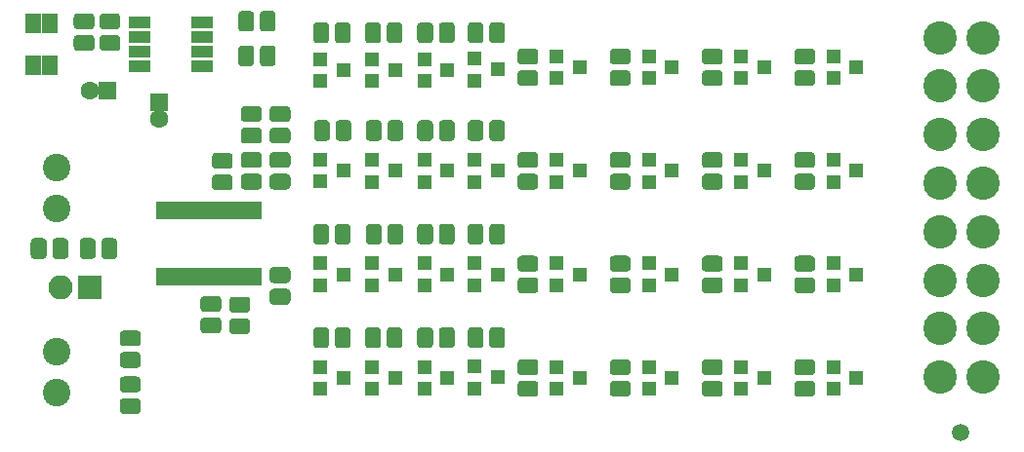
<source format=gbr>
G04 #@! TF.GenerationSoftware,KiCad,Pcbnew,5.0.0*
G04 #@! TF.CreationDate,2018-11-11T17:05:44-05:00*
G04 #@! TF.ProjectId,I2C_PWM_Driver,4932435F50574D5F4472697665722E6B,rev?*
G04 #@! TF.SameCoordinates,Original*
G04 #@! TF.FileFunction,Soldermask,Top*
G04 #@! TF.FilePolarity,Negative*
%FSLAX46Y46*%
G04 Gerber Fmt 4.6, Leading zero omitted, Abs format (unit mm)*
G04 Created by KiCad (PCBNEW 5.0.0) date Sun Nov 11 17:05:44 2018*
%MOMM*%
%LPD*%
G01*
G04 APERTURE LIST*
%ADD10C,0.100000*%
%ADD11C,1.375000*%
%ADD12C,2.400000*%
%ADD13R,1.450000X1.800000*%
%ADD14R,2.100000X2.100000*%
%ADD15O,2.100000X2.100000*%
%ADD16R,1.950000X1.000000*%
%ADD17C,2.900000*%
%ADD18C,1.600000*%
%ADD19R,1.600000X1.600000*%
%ADD20R,0.800000X1.500000*%
%ADD21R,1.300000X1.200000*%
%ADD22C,1.500000*%
G04 APERTURE END LIST*
D10*
G04 #@! TO.C,D1*
G36*
X78314943Y-69851655D02*
X78348312Y-69856605D01*
X78381035Y-69864802D01*
X78412797Y-69876166D01*
X78443293Y-69890590D01*
X78472227Y-69907932D01*
X78499323Y-69928028D01*
X78524318Y-69950682D01*
X78546972Y-69975677D01*
X78567068Y-70002773D01*
X78584410Y-70031707D01*
X78598834Y-70062203D01*
X78610198Y-70093965D01*
X78618395Y-70126688D01*
X78623345Y-70160057D01*
X78625000Y-70193750D01*
X78625000Y-71306250D01*
X78623345Y-71339943D01*
X78618395Y-71373312D01*
X78610198Y-71406035D01*
X78598834Y-71437797D01*
X78584410Y-71468293D01*
X78567068Y-71497227D01*
X78546972Y-71524323D01*
X78524318Y-71549318D01*
X78499323Y-71571972D01*
X78472227Y-71592068D01*
X78443293Y-71609410D01*
X78412797Y-71623834D01*
X78381035Y-71635198D01*
X78348312Y-71643395D01*
X78314943Y-71648345D01*
X78281250Y-71650000D01*
X77593750Y-71650000D01*
X77560057Y-71648345D01*
X77526688Y-71643395D01*
X77493965Y-71635198D01*
X77462203Y-71623834D01*
X77431707Y-71609410D01*
X77402773Y-71592068D01*
X77375677Y-71571972D01*
X77350682Y-71549318D01*
X77328028Y-71524323D01*
X77307932Y-71497227D01*
X77290590Y-71468293D01*
X77276166Y-71437797D01*
X77264802Y-71406035D01*
X77256605Y-71373312D01*
X77251655Y-71339943D01*
X77250000Y-71306250D01*
X77250000Y-70193750D01*
X77251655Y-70160057D01*
X77256605Y-70126688D01*
X77264802Y-70093965D01*
X77276166Y-70062203D01*
X77290590Y-70031707D01*
X77307932Y-70002773D01*
X77328028Y-69975677D01*
X77350682Y-69950682D01*
X77375677Y-69928028D01*
X77402773Y-69907932D01*
X77431707Y-69890590D01*
X77462203Y-69876166D01*
X77493965Y-69864802D01*
X77526688Y-69856605D01*
X77560057Y-69851655D01*
X77593750Y-69850000D01*
X78281250Y-69850000D01*
X78314943Y-69851655D01*
X78314943Y-69851655D01*
G37*
D11*
X77937500Y-70750000D03*
D10*
G36*
X76439943Y-69851655D02*
X76473312Y-69856605D01*
X76506035Y-69864802D01*
X76537797Y-69876166D01*
X76568293Y-69890590D01*
X76597227Y-69907932D01*
X76624323Y-69928028D01*
X76649318Y-69950682D01*
X76671972Y-69975677D01*
X76692068Y-70002773D01*
X76709410Y-70031707D01*
X76723834Y-70062203D01*
X76735198Y-70093965D01*
X76743395Y-70126688D01*
X76748345Y-70160057D01*
X76750000Y-70193750D01*
X76750000Y-71306250D01*
X76748345Y-71339943D01*
X76743395Y-71373312D01*
X76735198Y-71406035D01*
X76723834Y-71437797D01*
X76709410Y-71468293D01*
X76692068Y-71497227D01*
X76671972Y-71524323D01*
X76649318Y-71549318D01*
X76624323Y-71571972D01*
X76597227Y-71592068D01*
X76568293Y-71609410D01*
X76537797Y-71623834D01*
X76506035Y-71635198D01*
X76473312Y-71643395D01*
X76439943Y-71648345D01*
X76406250Y-71650000D01*
X75718750Y-71650000D01*
X75685057Y-71648345D01*
X75651688Y-71643395D01*
X75618965Y-71635198D01*
X75587203Y-71623834D01*
X75556707Y-71609410D01*
X75527773Y-71592068D01*
X75500677Y-71571972D01*
X75475682Y-71549318D01*
X75453028Y-71524323D01*
X75432932Y-71497227D01*
X75415590Y-71468293D01*
X75401166Y-71437797D01*
X75389802Y-71406035D01*
X75381605Y-71373312D01*
X75376655Y-71339943D01*
X75375000Y-71306250D01*
X75375000Y-70193750D01*
X75376655Y-70160057D01*
X75381605Y-70126688D01*
X75389802Y-70093965D01*
X75401166Y-70062203D01*
X75415590Y-70031707D01*
X75432932Y-70002773D01*
X75453028Y-69975677D01*
X75475682Y-69950682D01*
X75500677Y-69928028D01*
X75527773Y-69907932D01*
X75556707Y-69890590D01*
X75587203Y-69876166D01*
X75618965Y-69864802D01*
X75651688Y-69856605D01*
X75685057Y-69851655D01*
X75718750Y-69850000D01*
X76406250Y-69850000D01*
X76439943Y-69851655D01*
X76439943Y-69851655D01*
G37*
D11*
X76062500Y-70750000D03*
G04 #@! TD*
D10*
G04 #@! TO.C,R45*
G36*
X80689943Y-69851655D02*
X80723312Y-69856605D01*
X80756035Y-69864802D01*
X80787797Y-69876166D01*
X80818293Y-69890590D01*
X80847227Y-69907932D01*
X80874323Y-69928028D01*
X80899318Y-69950682D01*
X80921972Y-69975677D01*
X80942068Y-70002773D01*
X80959410Y-70031707D01*
X80973834Y-70062203D01*
X80985198Y-70093965D01*
X80993395Y-70126688D01*
X80998345Y-70160057D01*
X81000000Y-70193750D01*
X81000000Y-71306250D01*
X80998345Y-71339943D01*
X80993395Y-71373312D01*
X80985198Y-71406035D01*
X80973834Y-71437797D01*
X80959410Y-71468293D01*
X80942068Y-71497227D01*
X80921972Y-71524323D01*
X80899318Y-71549318D01*
X80874323Y-71571972D01*
X80847227Y-71592068D01*
X80818293Y-71609410D01*
X80787797Y-71623834D01*
X80756035Y-71635198D01*
X80723312Y-71643395D01*
X80689943Y-71648345D01*
X80656250Y-71650000D01*
X79968750Y-71650000D01*
X79935057Y-71648345D01*
X79901688Y-71643395D01*
X79868965Y-71635198D01*
X79837203Y-71623834D01*
X79806707Y-71609410D01*
X79777773Y-71592068D01*
X79750677Y-71571972D01*
X79725682Y-71549318D01*
X79703028Y-71524323D01*
X79682932Y-71497227D01*
X79665590Y-71468293D01*
X79651166Y-71437797D01*
X79639802Y-71406035D01*
X79631605Y-71373312D01*
X79626655Y-71339943D01*
X79625000Y-71306250D01*
X79625000Y-70193750D01*
X79626655Y-70160057D01*
X79631605Y-70126688D01*
X79639802Y-70093965D01*
X79651166Y-70062203D01*
X79665590Y-70031707D01*
X79682932Y-70002773D01*
X79703028Y-69975677D01*
X79725682Y-69950682D01*
X79750677Y-69928028D01*
X79777773Y-69907932D01*
X79806707Y-69890590D01*
X79837203Y-69876166D01*
X79868965Y-69864802D01*
X79901688Y-69856605D01*
X79935057Y-69851655D01*
X79968750Y-69850000D01*
X80656250Y-69850000D01*
X80689943Y-69851655D01*
X80689943Y-69851655D01*
G37*
D11*
X80312500Y-70750000D03*
D10*
G36*
X82564943Y-69851655D02*
X82598312Y-69856605D01*
X82631035Y-69864802D01*
X82662797Y-69876166D01*
X82693293Y-69890590D01*
X82722227Y-69907932D01*
X82749323Y-69928028D01*
X82774318Y-69950682D01*
X82796972Y-69975677D01*
X82817068Y-70002773D01*
X82834410Y-70031707D01*
X82848834Y-70062203D01*
X82860198Y-70093965D01*
X82868395Y-70126688D01*
X82873345Y-70160057D01*
X82875000Y-70193750D01*
X82875000Y-71306250D01*
X82873345Y-71339943D01*
X82868395Y-71373312D01*
X82860198Y-71406035D01*
X82848834Y-71437797D01*
X82834410Y-71468293D01*
X82817068Y-71497227D01*
X82796972Y-71524323D01*
X82774318Y-71549318D01*
X82749323Y-71571972D01*
X82722227Y-71592068D01*
X82693293Y-71609410D01*
X82662797Y-71623834D01*
X82631035Y-71635198D01*
X82598312Y-71643395D01*
X82564943Y-71648345D01*
X82531250Y-71650000D01*
X81843750Y-71650000D01*
X81810057Y-71648345D01*
X81776688Y-71643395D01*
X81743965Y-71635198D01*
X81712203Y-71623834D01*
X81681707Y-71609410D01*
X81652773Y-71592068D01*
X81625677Y-71571972D01*
X81600682Y-71549318D01*
X81578028Y-71524323D01*
X81557932Y-71497227D01*
X81540590Y-71468293D01*
X81526166Y-71437797D01*
X81514802Y-71406035D01*
X81506605Y-71373312D01*
X81501655Y-71339943D01*
X81500000Y-71306250D01*
X81500000Y-70193750D01*
X81501655Y-70160057D01*
X81506605Y-70126688D01*
X81514802Y-70093965D01*
X81526166Y-70062203D01*
X81540590Y-70031707D01*
X81557932Y-70002773D01*
X81578028Y-69975677D01*
X81600682Y-69950682D01*
X81625677Y-69928028D01*
X81652773Y-69907932D01*
X81681707Y-69890590D01*
X81712203Y-69876166D01*
X81743965Y-69864802D01*
X81776688Y-69856605D01*
X81810057Y-69851655D01*
X81843750Y-69850000D01*
X82531250Y-69850000D01*
X82564943Y-69851655D01*
X82564943Y-69851655D01*
G37*
D11*
X82187500Y-70750000D03*
G04 #@! TD*
D12*
G04 #@! TO.C,J1*
X77600000Y-63750000D03*
X77600000Y-67250000D03*
G04 #@! TD*
G04 #@! TO.C,J3*
X77600000Y-79750000D03*
X77600000Y-83250000D03*
G04 #@! TD*
D13*
G04 #@! TO.C,SW1*
X75550000Y-54800000D03*
X75550000Y-51200000D03*
X77000000Y-54800000D03*
X77000000Y-51200000D03*
G04 #@! TD*
D14*
G04 #@! TO.C,J2*
X80500000Y-74100000D03*
D15*
X77960000Y-74100000D03*
G04 #@! TD*
D16*
G04 #@! TO.C,U2*
X84800000Y-54905000D03*
X84800000Y-53635000D03*
X84800000Y-52365000D03*
X84800000Y-51095000D03*
X90200000Y-51095000D03*
X90200000Y-52365000D03*
X90200000Y-53635000D03*
X90200000Y-54905000D03*
G04 #@! TD*
D17*
G04 #@! TO.C,J4*
X158000000Y-81928572D03*
X158000000Y-77714282D03*
X158000000Y-73499997D03*
X158000000Y-69285712D03*
X158000000Y-65071427D03*
X158000000Y-60857142D03*
X158000000Y-56642857D03*
X158000000Y-52428572D03*
X154250000Y-81928572D03*
X154250000Y-77714282D03*
X154250000Y-73499997D03*
X154250000Y-69285712D03*
X154250000Y-65071427D03*
X154250000Y-60857142D03*
X154250000Y-56642857D03*
X154250000Y-52428572D03*
G04 #@! TD*
D10*
G04 #@! TO.C,C1*
G36*
X97589943Y-74251655D02*
X97623312Y-74256605D01*
X97656035Y-74264802D01*
X97687797Y-74276166D01*
X97718293Y-74290590D01*
X97747227Y-74307932D01*
X97774323Y-74328028D01*
X97799318Y-74350682D01*
X97821972Y-74375677D01*
X97842068Y-74402773D01*
X97859410Y-74431707D01*
X97873834Y-74462203D01*
X97885198Y-74493965D01*
X97893395Y-74526688D01*
X97898345Y-74560057D01*
X97900000Y-74593750D01*
X97900000Y-75281250D01*
X97898345Y-75314943D01*
X97893395Y-75348312D01*
X97885198Y-75381035D01*
X97873834Y-75412797D01*
X97859410Y-75443293D01*
X97842068Y-75472227D01*
X97821972Y-75499323D01*
X97799318Y-75524318D01*
X97774323Y-75546972D01*
X97747227Y-75567068D01*
X97718293Y-75584410D01*
X97687797Y-75598834D01*
X97656035Y-75610198D01*
X97623312Y-75618395D01*
X97589943Y-75623345D01*
X97556250Y-75625000D01*
X96443750Y-75625000D01*
X96410057Y-75623345D01*
X96376688Y-75618395D01*
X96343965Y-75610198D01*
X96312203Y-75598834D01*
X96281707Y-75584410D01*
X96252773Y-75567068D01*
X96225677Y-75546972D01*
X96200682Y-75524318D01*
X96178028Y-75499323D01*
X96157932Y-75472227D01*
X96140590Y-75443293D01*
X96126166Y-75412797D01*
X96114802Y-75381035D01*
X96106605Y-75348312D01*
X96101655Y-75314943D01*
X96100000Y-75281250D01*
X96100000Y-74593750D01*
X96101655Y-74560057D01*
X96106605Y-74526688D01*
X96114802Y-74493965D01*
X96126166Y-74462203D01*
X96140590Y-74431707D01*
X96157932Y-74402773D01*
X96178028Y-74375677D01*
X96200682Y-74350682D01*
X96225677Y-74328028D01*
X96252773Y-74307932D01*
X96281707Y-74290590D01*
X96312203Y-74276166D01*
X96343965Y-74264802D01*
X96376688Y-74256605D01*
X96410057Y-74251655D01*
X96443750Y-74250000D01*
X97556250Y-74250000D01*
X97589943Y-74251655D01*
X97589943Y-74251655D01*
G37*
D11*
X97000000Y-74937500D03*
D10*
G36*
X97589943Y-72376655D02*
X97623312Y-72381605D01*
X97656035Y-72389802D01*
X97687797Y-72401166D01*
X97718293Y-72415590D01*
X97747227Y-72432932D01*
X97774323Y-72453028D01*
X97799318Y-72475682D01*
X97821972Y-72500677D01*
X97842068Y-72527773D01*
X97859410Y-72556707D01*
X97873834Y-72587203D01*
X97885198Y-72618965D01*
X97893395Y-72651688D01*
X97898345Y-72685057D01*
X97900000Y-72718750D01*
X97900000Y-73406250D01*
X97898345Y-73439943D01*
X97893395Y-73473312D01*
X97885198Y-73506035D01*
X97873834Y-73537797D01*
X97859410Y-73568293D01*
X97842068Y-73597227D01*
X97821972Y-73624323D01*
X97799318Y-73649318D01*
X97774323Y-73671972D01*
X97747227Y-73692068D01*
X97718293Y-73709410D01*
X97687797Y-73723834D01*
X97656035Y-73735198D01*
X97623312Y-73743395D01*
X97589943Y-73748345D01*
X97556250Y-73750000D01*
X96443750Y-73750000D01*
X96410057Y-73748345D01*
X96376688Y-73743395D01*
X96343965Y-73735198D01*
X96312203Y-73723834D01*
X96281707Y-73709410D01*
X96252773Y-73692068D01*
X96225677Y-73671972D01*
X96200682Y-73649318D01*
X96178028Y-73624323D01*
X96157932Y-73597227D01*
X96140590Y-73568293D01*
X96126166Y-73537797D01*
X96114802Y-73506035D01*
X96106605Y-73473312D01*
X96101655Y-73439943D01*
X96100000Y-73406250D01*
X96100000Y-72718750D01*
X96101655Y-72685057D01*
X96106605Y-72651688D01*
X96114802Y-72618965D01*
X96126166Y-72587203D01*
X96140590Y-72556707D01*
X96157932Y-72527773D01*
X96178028Y-72500677D01*
X96200682Y-72475682D01*
X96225677Y-72453028D01*
X96252773Y-72432932D01*
X96281707Y-72415590D01*
X96312203Y-72401166D01*
X96343965Y-72389802D01*
X96376688Y-72381605D01*
X96410057Y-72376655D01*
X96443750Y-72375000D01*
X97556250Y-72375000D01*
X97589943Y-72376655D01*
X97589943Y-72376655D01*
G37*
D11*
X97000000Y-73062500D03*
G04 #@! TD*
D10*
G04 #@! TO.C,C3*
G36*
X82839943Y-50314155D02*
X82873312Y-50319105D01*
X82906035Y-50327302D01*
X82937797Y-50338666D01*
X82968293Y-50353090D01*
X82997227Y-50370432D01*
X83024323Y-50390528D01*
X83049318Y-50413182D01*
X83071972Y-50438177D01*
X83092068Y-50465273D01*
X83109410Y-50494207D01*
X83123834Y-50524703D01*
X83135198Y-50556465D01*
X83143395Y-50589188D01*
X83148345Y-50622557D01*
X83150000Y-50656250D01*
X83150000Y-51343750D01*
X83148345Y-51377443D01*
X83143395Y-51410812D01*
X83135198Y-51443535D01*
X83123834Y-51475297D01*
X83109410Y-51505793D01*
X83092068Y-51534727D01*
X83071972Y-51561823D01*
X83049318Y-51586818D01*
X83024323Y-51609472D01*
X82997227Y-51629568D01*
X82968293Y-51646910D01*
X82937797Y-51661334D01*
X82906035Y-51672698D01*
X82873312Y-51680895D01*
X82839943Y-51685845D01*
X82806250Y-51687500D01*
X81693750Y-51687500D01*
X81660057Y-51685845D01*
X81626688Y-51680895D01*
X81593965Y-51672698D01*
X81562203Y-51661334D01*
X81531707Y-51646910D01*
X81502773Y-51629568D01*
X81475677Y-51609472D01*
X81450682Y-51586818D01*
X81428028Y-51561823D01*
X81407932Y-51534727D01*
X81390590Y-51505793D01*
X81376166Y-51475297D01*
X81364802Y-51443535D01*
X81356605Y-51410812D01*
X81351655Y-51377443D01*
X81350000Y-51343750D01*
X81350000Y-50656250D01*
X81351655Y-50622557D01*
X81356605Y-50589188D01*
X81364802Y-50556465D01*
X81376166Y-50524703D01*
X81390590Y-50494207D01*
X81407932Y-50465273D01*
X81428028Y-50438177D01*
X81450682Y-50413182D01*
X81475677Y-50390528D01*
X81502773Y-50370432D01*
X81531707Y-50353090D01*
X81562203Y-50338666D01*
X81593965Y-50327302D01*
X81626688Y-50319105D01*
X81660057Y-50314155D01*
X81693750Y-50312500D01*
X82806250Y-50312500D01*
X82839943Y-50314155D01*
X82839943Y-50314155D01*
G37*
D11*
X82250000Y-51000000D03*
D10*
G36*
X82839943Y-52189155D02*
X82873312Y-52194105D01*
X82906035Y-52202302D01*
X82937797Y-52213666D01*
X82968293Y-52228090D01*
X82997227Y-52245432D01*
X83024323Y-52265528D01*
X83049318Y-52288182D01*
X83071972Y-52313177D01*
X83092068Y-52340273D01*
X83109410Y-52369207D01*
X83123834Y-52399703D01*
X83135198Y-52431465D01*
X83143395Y-52464188D01*
X83148345Y-52497557D01*
X83150000Y-52531250D01*
X83150000Y-53218750D01*
X83148345Y-53252443D01*
X83143395Y-53285812D01*
X83135198Y-53318535D01*
X83123834Y-53350297D01*
X83109410Y-53380793D01*
X83092068Y-53409727D01*
X83071972Y-53436823D01*
X83049318Y-53461818D01*
X83024323Y-53484472D01*
X82997227Y-53504568D01*
X82968293Y-53521910D01*
X82937797Y-53536334D01*
X82906035Y-53547698D01*
X82873312Y-53555895D01*
X82839943Y-53560845D01*
X82806250Y-53562500D01*
X81693750Y-53562500D01*
X81660057Y-53560845D01*
X81626688Y-53555895D01*
X81593965Y-53547698D01*
X81562203Y-53536334D01*
X81531707Y-53521910D01*
X81502773Y-53504568D01*
X81475677Y-53484472D01*
X81450682Y-53461818D01*
X81428028Y-53436823D01*
X81407932Y-53409727D01*
X81390590Y-53380793D01*
X81376166Y-53350297D01*
X81364802Y-53318535D01*
X81356605Y-53285812D01*
X81351655Y-53252443D01*
X81350000Y-53218750D01*
X81350000Y-52531250D01*
X81351655Y-52497557D01*
X81356605Y-52464188D01*
X81364802Y-52431465D01*
X81376166Y-52399703D01*
X81390590Y-52369207D01*
X81407932Y-52340273D01*
X81428028Y-52313177D01*
X81450682Y-52288182D01*
X81475677Y-52265528D01*
X81502773Y-52245432D01*
X81531707Y-52228090D01*
X81562203Y-52213666D01*
X81593965Y-52202302D01*
X81626688Y-52194105D01*
X81660057Y-52189155D01*
X81693750Y-52187500D01*
X82806250Y-52187500D01*
X82839943Y-52189155D01*
X82839943Y-52189155D01*
G37*
D11*
X82250000Y-52875000D03*
G04 #@! TD*
D18*
G04 #@! TO.C,C2*
X80500000Y-57000000D03*
D19*
X82000000Y-57000000D03*
G04 #@! TD*
G04 #@! TO.C,C4*
X86500000Y-58000000D03*
D18*
X86500000Y-59500000D03*
G04 #@! TD*
D20*
G04 #@! TO.C,U1*
X95078957Y-67457857D03*
X94428957Y-67457857D03*
X93778957Y-67457857D03*
X93128957Y-67457857D03*
X92478957Y-67457857D03*
X91828957Y-67457857D03*
X91178957Y-67457857D03*
X90528957Y-67457857D03*
X89878957Y-67457857D03*
X89228957Y-67457857D03*
X88578957Y-67457857D03*
X87928957Y-67457857D03*
X87278957Y-67457857D03*
X86628957Y-67457857D03*
X86628957Y-73157857D03*
X87278957Y-73157857D03*
X87928957Y-73157857D03*
X88578957Y-73157857D03*
X89228957Y-73157857D03*
X89878957Y-73157857D03*
X90528957Y-73157857D03*
X91178957Y-73157857D03*
X91828957Y-73157857D03*
X92478957Y-73157857D03*
X93128957Y-73157857D03*
X93778957Y-73157857D03*
X94428957Y-73157857D03*
X95078957Y-73157857D03*
G04 #@! TD*
D21*
G04 #@! TO.C,Q20*
X107000000Y-73000000D03*
X105000000Y-73950000D03*
X105000000Y-72050000D03*
G04 #@! TD*
G04 #@! TO.C,Q7*
X113875000Y-54250000D03*
X113875000Y-56150000D03*
X115875000Y-55200000D03*
G04 #@! TD*
G04 #@! TO.C,Q6*
X147000000Y-55000000D03*
X145000000Y-55950000D03*
X145000000Y-54050000D03*
G04 #@! TD*
G04 #@! TO.C,Q5*
X121000000Y-54050000D03*
X121000000Y-55950000D03*
X123000000Y-55000000D03*
G04 #@! TD*
G04 #@! TO.C,Q4*
X107000000Y-55250000D03*
X105000000Y-56200000D03*
X105000000Y-54300000D03*
G04 #@! TD*
G04 #@! TO.C,Q3*
X109500000Y-54300000D03*
X109500000Y-56200000D03*
X111500000Y-55250000D03*
G04 #@! TD*
G04 #@! TO.C,Q2*
X139000000Y-55000000D03*
X137000000Y-55950000D03*
X137000000Y-54050000D03*
G04 #@! TD*
G04 #@! TO.C,Q8*
X100500000Y-54300000D03*
X100500000Y-56200000D03*
X102500000Y-55250000D03*
G04 #@! TD*
G04 #@! TO.C,Q1*
X131000000Y-55000000D03*
X129000000Y-55950000D03*
X129000000Y-54050000D03*
G04 #@! TD*
G04 #@! TO.C,Q17*
X139000000Y-73000000D03*
X137000000Y-73950000D03*
X137000000Y-72050000D03*
G04 #@! TD*
G04 #@! TO.C,Q19*
X111500000Y-73000000D03*
X109500000Y-73950000D03*
X109500000Y-72050000D03*
G04 #@! TD*
G04 #@! TO.C,Q24*
X102500000Y-73000000D03*
X100500000Y-73950000D03*
X100500000Y-72050000D03*
G04 #@! TD*
G04 #@! TO.C,Q23*
X115875000Y-72998551D03*
X113875000Y-73948551D03*
X113875000Y-72048551D03*
G04 #@! TD*
G04 #@! TO.C,Q22*
X147000000Y-73000000D03*
X145000000Y-73950000D03*
X145000000Y-72050000D03*
G04 #@! TD*
G04 #@! TO.C,Q18*
X131000000Y-73000000D03*
X129000000Y-73950000D03*
X129000000Y-72050000D03*
G04 #@! TD*
G04 #@! TO.C,Q21*
X123000000Y-73000000D03*
X121000000Y-73950000D03*
X121000000Y-72050000D03*
G04 #@! TD*
G04 #@! TO.C,Q16*
X102500000Y-63981049D03*
X100500000Y-64931049D03*
X100500000Y-63031049D03*
G04 #@! TD*
G04 #@! TO.C,Q10*
X129000000Y-63050000D03*
X129000000Y-64950000D03*
X131000000Y-64000000D03*
G04 #@! TD*
G04 #@! TO.C,Q9*
X139000000Y-64000000D03*
X137000000Y-64950000D03*
X137000000Y-63050000D03*
G04 #@! TD*
G04 #@! TO.C,Q11*
X109500000Y-63050000D03*
X109500000Y-64950000D03*
X111500000Y-64000000D03*
G04 #@! TD*
G04 #@! TO.C,Q12*
X107000000Y-64000000D03*
X105000000Y-64950000D03*
X105000000Y-63050000D03*
G04 #@! TD*
G04 #@! TO.C,Q13*
X121000000Y-63050000D03*
X121000000Y-64950000D03*
X123000000Y-64000000D03*
G04 #@! TD*
G04 #@! TO.C,Q14*
X147000000Y-64000000D03*
X145000000Y-64950000D03*
X145000000Y-63050000D03*
G04 #@! TD*
G04 #@! TO.C,Q15*
X115875000Y-64000000D03*
X113875000Y-64950000D03*
X113875000Y-63050000D03*
G04 #@! TD*
G04 #@! TO.C,Q32*
X102500000Y-82023426D03*
X100500000Y-82973426D03*
X100500000Y-81073426D03*
G04 #@! TD*
G04 #@! TO.C,Q31*
X113875000Y-81005372D03*
X113875000Y-82905372D03*
X115875000Y-81955372D03*
G04 #@! TD*
G04 #@! TO.C,Q30*
X147000000Y-82000000D03*
X145000000Y-82950000D03*
X145000000Y-81050000D03*
G04 #@! TD*
G04 #@! TO.C,Q29*
X121000000Y-81050000D03*
X121000000Y-82950000D03*
X123000000Y-82000000D03*
G04 #@! TD*
G04 #@! TO.C,Q27*
X111500000Y-82000000D03*
X109500000Y-82950000D03*
X109500000Y-81050000D03*
G04 #@! TD*
G04 #@! TO.C,Q26*
X129000000Y-81050000D03*
X129000000Y-82950000D03*
X131000000Y-82000000D03*
G04 #@! TD*
G04 #@! TO.C,Q25*
X139000000Y-82000000D03*
X137000000Y-82950000D03*
X137000000Y-81050000D03*
G04 #@! TD*
G04 #@! TO.C,Q28*
X105000000Y-81046835D03*
X105000000Y-82946835D03*
X107000000Y-81996835D03*
G04 #@! TD*
D10*
G04 #@! TO.C,R5*
G36*
X119089943Y-53376655D02*
X119123312Y-53381605D01*
X119156035Y-53389802D01*
X119187797Y-53401166D01*
X119218293Y-53415590D01*
X119247227Y-53432932D01*
X119274323Y-53453028D01*
X119299318Y-53475682D01*
X119321972Y-53500677D01*
X119342068Y-53527773D01*
X119359410Y-53556707D01*
X119373834Y-53587203D01*
X119385198Y-53618965D01*
X119393395Y-53651688D01*
X119398345Y-53685057D01*
X119400000Y-53718750D01*
X119400000Y-54406250D01*
X119398345Y-54439943D01*
X119393395Y-54473312D01*
X119385198Y-54506035D01*
X119373834Y-54537797D01*
X119359410Y-54568293D01*
X119342068Y-54597227D01*
X119321972Y-54624323D01*
X119299318Y-54649318D01*
X119274323Y-54671972D01*
X119247227Y-54692068D01*
X119218293Y-54709410D01*
X119187797Y-54723834D01*
X119156035Y-54735198D01*
X119123312Y-54743395D01*
X119089943Y-54748345D01*
X119056250Y-54750000D01*
X117943750Y-54750000D01*
X117910057Y-54748345D01*
X117876688Y-54743395D01*
X117843965Y-54735198D01*
X117812203Y-54723834D01*
X117781707Y-54709410D01*
X117752773Y-54692068D01*
X117725677Y-54671972D01*
X117700682Y-54649318D01*
X117678028Y-54624323D01*
X117657932Y-54597227D01*
X117640590Y-54568293D01*
X117626166Y-54537797D01*
X117614802Y-54506035D01*
X117606605Y-54473312D01*
X117601655Y-54439943D01*
X117600000Y-54406250D01*
X117600000Y-53718750D01*
X117601655Y-53685057D01*
X117606605Y-53651688D01*
X117614802Y-53618965D01*
X117626166Y-53587203D01*
X117640590Y-53556707D01*
X117657932Y-53527773D01*
X117678028Y-53500677D01*
X117700682Y-53475682D01*
X117725677Y-53453028D01*
X117752773Y-53432932D01*
X117781707Y-53415590D01*
X117812203Y-53401166D01*
X117843965Y-53389802D01*
X117876688Y-53381605D01*
X117910057Y-53376655D01*
X117943750Y-53375000D01*
X119056250Y-53375000D01*
X119089943Y-53376655D01*
X119089943Y-53376655D01*
G37*
D11*
X118500000Y-54062500D03*
D10*
G36*
X119089943Y-55251655D02*
X119123312Y-55256605D01*
X119156035Y-55264802D01*
X119187797Y-55276166D01*
X119218293Y-55290590D01*
X119247227Y-55307932D01*
X119274323Y-55328028D01*
X119299318Y-55350682D01*
X119321972Y-55375677D01*
X119342068Y-55402773D01*
X119359410Y-55431707D01*
X119373834Y-55462203D01*
X119385198Y-55493965D01*
X119393395Y-55526688D01*
X119398345Y-55560057D01*
X119400000Y-55593750D01*
X119400000Y-56281250D01*
X119398345Y-56314943D01*
X119393395Y-56348312D01*
X119385198Y-56381035D01*
X119373834Y-56412797D01*
X119359410Y-56443293D01*
X119342068Y-56472227D01*
X119321972Y-56499323D01*
X119299318Y-56524318D01*
X119274323Y-56546972D01*
X119247227Y-56567068D01*
X119218293Y-56584410D01*
X119187797Y-56598834D01*
X119156035Y-56610198D01*
X119123312Y-56618395D01*
X119089943Y-56623345D01*
X119056250Y-56625000D01*
X117943750Y-56625000D01*
X117910057Y-56623345D01*
X117876688Y-56618395D01*
X117843965Y-56610198D01*
X117812203Y-56598834D01*
X117781707Y-56584410D01*
X117752773Y-56567068D01*
X117725677Y-56546972D01*
X117700682Y-56524318D01*
X117678028Y-56499323D01*
X117657932Y-56472227D01*
X117640590Y-56443293D01*
X117626166Y-56412797D01*
X117614802Y-56381035D01*
X117606605Y-56348312D01*
X117601655Y-56314943D01*
X117600000Y-56281250D01*
X117600000Y-55593750D01*
X117601655Y-55560057D01*
X117606605Y-55526688D01*
X117614802Y-55493965D01*
X117626166Y-55462203D01*
X117640590Y-55431707D01*
X117657932Y-55402773D01*
X117678028Y-55375677D01*
X117700682Y-55350682D01*
X117725677Y-55328028D01*
X117752773Y-55307932D01*
X117781707Y-55290590D01*
X117812203Y-55276166D01*
X117843965Y-55264802D01*
X117876688Y-55256605D01*
X117910057Y-55251655D01*
X117943750Y-55250000D01*
X119056250Y-55250000D01*
X119089943Y-55251655D01*
X119089943Y-55251655D01*
G37*
D11*
X118500000Y-55937500D03*
G04 #@! TD*
D10*
G04 #@! TO.C,R3*
G36*
X109959943Y-51101655D02*
X109993312Y-51106605D01*
X110026035Y-51114802D01*
X110057797Y-51126166D01*
X110088293Y-51140590D01*
X110117227Y-51157932D01*
X110144323Y-51178028D01*
X110169318Y-51200682D01*
X110191972Y-51225677D01*
X110212068Y-51252773D01*
X110229410Y-51281707D01*
X110243834Y-51312203D01*
X110255198Y-51343965D01*
X110263395Y-51376688D01*
X110268345Y-51410057D01*
X110270000Y-51443750D01*
X110270000Y-52556250D01*
X110268345Y-52589943D01*
X110263395Y-52623312D01*
X110255198Y-52656035D01*
X110243834Y-52687797D01*
X110229410Y-52718293D01*
X110212068Y-52747227D01*
X110191972Y-52774323D01*
X110169318Y-52799318D01*
X110144323Y-52821972D01*
X110117227Y-52842068D01*
X110088293Y-52859410D01*
X110057797Y-52873834D01*
X110026035Y-52885198D01*
X109993312Y-52893395D01*
X109959943Y-52898345D01*
X109926250Y-52900000D01*
X109238750Y-52900000D01*
X109205057Y-52898345D01*
X109171688Y-52893395D01*
X109138965Y-52885198D01*
X109107203Y-52873834D01*
X109076707Y-52859410D01*
X109047773Y-52842068D01*
X109020677Y-52821972D01*
X108995682Y-52799318D01*
X108973028Y-52774323D01*
X108952932Y-52747227D01*
X108935590Y-52718293D01*
X108921166Y-52687797D01*
X108909802Y-52656035D01*
X108901605Y-52623312D01*
X108896655Y-52589943D01*
X108895000Y-52556250D01*
X108895000Y-51443750D01*
X108896655Y-51410057D01*
X108901605Y-51376688D01*
X108909802Y-51343965D01*
X108921166Y-51312203D01*
X108935590Y-51281707D01*
X108952932Y-51252773D01*
X108973028Y-51225677D01*
X108995682Y-51200682D01*
X109020677Y-51178028D01*
X109047773Y-51157932D01*
X109076707Y-51140590D01*
X109107203Y-51126166D01*
X109138965Y-51114802D01*
X109171688Y-51106605D01*
X109205057Y-51101655D01*
X109238750Y-51100000D01*
X109926250Y-51100000D01*
X109959943Y-51101655D01*
X109959943Y-51101655D01*
G37*
D11*
X109582500Y-52000000D03*
D10*
G36*
X111834943Y-51101655D02*
X111868312Y-51106605D01*
X111901035Y-51114802D01*
X111932797Y-51126166D01*
X111963293Y-51140590D01*
X111992227Y-51157932D01*
X112019323Y-51178028D01*
X112044318Y-51200682D01*
X112066972Y-51225677D01*
X112087068Y-51252773D01*
X112104410Y-51281707D01*
X112118834Y-51312203D01*
X112130198Y-51343965D01*
X112138395Y-51376688D01*
X112143345Y-51410057D01*
X112145000Y-51443750D01*
X112145000Y-52556250D01*
X112143345Y-52589943D01*
X112138395Y-52623312D01*
X112130198Y-52656035D01*
X112118834Y-52687797D01*
X112104410Y-52718293D01*
X112087068Y-52747227D01*
X112066972Y-52774323D01*
X112044318Y-52799318D01*
X112019323Y-52821972D01*
X111992227Y-52842068D01*
X111963293Y-52859410D01*
X111932797Y-52873834D01*
X111901035Y-52885198D01*
X111868312Y-52893395D01*
X111834943Y-52898345D01*
X111801250Y-52900000D01*
X111113750Y-52900000D01*
X111080057Y-52898345D01*
X111046688Y-52893395D01*
X111013965Y-52885198D01*
X110982203Y-52873834D01*
X110951707Y-52859410D01*
X110922773Y-52842068D01*
X110895677Y-52821972D01*
X110870682Y-52799318D01*
X110848028Y-52774323D01*
X110827932Y-52747227D01*
X110810590Y-52718293D01*
X110796166Y-52687797D01*
X110784802Y-52656035D01*
X110776605Y-52623312D01*
X110771655Y-52589943D01*
X110770000Y-52556250D01*
X110770000Y-51443750D01*
X110771655Y-51410057D01*
X110776605Y-51376688D01*
X110784802Y-51343965D01*
X110796166Y-51312203D01*
X110810590Y-51281707D01*
X110827932Y-51252773D01*
X110848028Y-51225677D01*
X110870682Y-51200682D01*
X110895677Y-51178028D01*
X110922773Y-51157932D01*
X110951707Y-51140590D01*
X110982203Y-51126166D01*
X111013965Y-51114802D01*
X111046688Y-51106605D01*
X111080057Y-51101655D01*
X111113750Y-51100000D01*
X111801250Y-51100000D01*
X111834943Y-51101655D01*
X111834943Y-51101655D01*
G37*
D11*
X111457500Y-52000000D03*
G04 #@! TD*
D10*
G04 #@! TO.C,R2*
G36*
X135089943Y-53376655D02*
X135123312Y-53381605D01*
X135156035Y-53389802D01*
X135187797Y-53401166D01*
X135218293Y-53415590D01*
X135247227Y-53432932D01*
X135274323Y-53453028D01*
X135299318Y-53475682D01*
X135321972Y-53500677D01*
X135342068Y-53527773D01*
X135359410Y-53556707D01*
X135373834Y-53587203D01*
X135385198Y-53618965D01*
X135393395Y-53651688D01*
X135398345Y-53685057D01*
X135400000Y-53718750D01*
X135400000Y-54406250D01*
X135398345Y-54439943D01*
X135393395Y-54473312D01*
X135385198Y-54506035D01*
X135373834Y-54537797D01*
X135359410Y-54568293D01*
X135342068Y-54597227D01*
X135321972Y-54624323D01*
X135299318Y-54649318D01*
X135274323Y-54671972D01*
X135247227Y-54692068D01*
X135218293Y-54709410D01*
X135187797Y-54723834D01*
X135156035Y-54735198D01*
X135123312Y-54743395D01*
X135089943Y-54748345D01*
X135056250Y-54750000D01*
X133943750Y-54750000D01*
X133910057Y-54748345D01*
X133876688Y-54743395D01*
X133843965Y-54735198D01*
X133812203Y-54723834D01*
X133781707Y-54709410D01*
X133752773Y-54692068D01*
X133725677Y-54671972D01*
X133700682Y-54649318D01*
X133678028Y-54624323D01*
X133657932Y-54597227D01*
X133640590Y-54568293D01*
X133626166Y-54537797D01*
X133614802Y-54506035D01*
X133606605Y-54473312D01*
X133601655Y-54439943D01*
X133600000Y-54406250D01*
X133600000Y-53718750D01*
X133601655Y-53685057D01*
X133606605Y-53651688D01*
X133614802Y-53618965D01*
X133626166Y-53587203D01*
X133640590Y-53556707D01*
X133657932Y-53527773D01*
X133678028Y-53500677D01*
X133700682Y-53475682D01*
X133725677Y-53453028D01*
X133752773Y-53432932D01*
X133781707Y-53415590D01*
X133812203Y-53401166D01*
X133843965Y-53389802D01*
X133876688Y-53381605D01*
X133910057Y-53376655D01*
X133943750Y-53375000D01*
X135056250Y-53375000D01*
X135089943Y-53376655D01*
X135089943Y-53376655D01*
G37*
D11*
X134500000Y-54062500D03*
D10*
G36*
X135089943Y-55251655D02*
X135123312Y-55256605D01*
X135156035Y-55264802D01*
X135187797Y-55276166D01*
X135218293Y-55290590D01*
X135247227Y-55307932D01*
X135274323Y-55328028D01*
X135299318Y-55350682D01*
X135321972Y-55375677D01*
X135342068Y-55402773D01*
X135359410Y-55431707D01*
X135373834Y-55462203D01*
X135385198Y-55493965D01*
X135393395Y-55526688D01*
X135398345Y-55560057D01*
X135400000Y-55593750D01*
X135400000Y-56281250D01*
X135398345Y-56314943D01*
X135393395Y-56348312D01*
X135385198Y-56381035D01*
X135373834Y-56412797D01*
X135359410Y-56443293D01*
X135342068Y-56472227D01*
X135321972Y-56499323D01*
X135299318Y-56524318D01*
X135274323Y-56546972D01*
X135247227Y-56567068D01*
X135218293Y-56584410D01*
X135187797Y-56598834D01*
X135156035Y-56610198D01*
X135123312Y-56618395D01*
X135089943Y-56623345D01*
X135056250Y-56625000D01*
X133943750Y-56625000D01*
X133910057Y-56623345D01*
X133876688Y-56618395D01*
X133843965Y-56610198D01*
X133812203Y-56598834D01*
X133781707Y-56584410D01*
X133752773Y-56567068D01*
X133725677Y-56546972D01*
X133700682Y-56524318D01*
X133678028Y-56499323D01*
X133657932Y-56472227D01*
X133640590Y-56443293D01*
X133626166Y-56412797D01*
X133614802Y-56381035D01*
X133606605Y-56348312D01*
X133601655Y-56314943D01*
X133600000Y-56281250D01*
X133600000Y-55593750D01*
X133601655Y-55560057D01*
X133606605Y-55526688D01*
X133614802Y-55493965D01*
X133626166Y-55462203D01*
X133640590Y-55431707D01*
X133657932Y-55402773D01*
X133678028Y-55375677D01*
X133700682Y-55350682D01*
X133725677Y-55328028D01*
X133752773Y-55307932D01*
X133781707Y-55290590D01*
X133812203Y-55276166D01*
X133843965Y-55264802D01*
X133876688Y-55256605D01*
X133910057Y-55251655D01*
X133943750Y-55250000D01*
X135056250Y-55250000D01*
X135089943Y-55251655D01*
X135089943Y-55251655D01*
G37*
D11*
X134500000Y-55937500D03*
G04 #@! TD*
D10*
G04 #@! TO.C,R32*
G36*
X94089943Y-74939155D02*
X94123312Y-74944105D01*
X94156035Y-74952302D01*
X94187797Y-74963666D01*
X94218293Y-74978090D01*
X94247227Y-74995432D01*
X94274323Y-75015528D01*
X94299318Y-75038182D01*
X94321972Y-75063177D01*
X94342068Y-75090273D01*
X94359410Y-75119207D01*
X94373834Y-75149703D01*
X94385198Y-75181465D01*
X94393395Y-75214188D01*
X94398345Y-75247557D01*
X94400000Y-75281250D01*
X94400000Y-75968750D01*
X94398345Y-76002443D01*
X94393395Y-76035812D01*
X94385198Y-76068535D01*
X94373834Y-76100297D01*
X94359410Y-76130793D01*
X94342068Y-76159727D01*
X94321972Y-76186823D01*
X94299318Y-76211818D01*
X94274323Y-76234472D01*
X94247227Y-76254568D01*
X94218293Y-76271910D01*
X94187797Y-76286334D01*
X94156035Y-76297698D01*
X94123312Y-76305895D01*
X94089943Y-76310845D01*
X94056250Y-76312500D01*
X92943750Y-76312500D01*
X92910057Y-76310845D01*
X92876688Y-76305895D01*
X92843965Y-76297698D01*
X92812203Y-76286334D01*
X92781707Y-76271910D01*
X92752773Y-76254568D01*
X92725677Y-76234472D01*
X92700682Y-76211818D01*
X92678028Y-76186823D01*
X92657932Y-76159727D01*
X92640590Y-76130793D01*
X92626166Y-76100297D01*
X92614802Y-76068535D01*
X92606605Y-76035812D01*
X92601655Y-76002443D01*
X92600000Y-75968750D01*
X92600000Y-75281250D01*
X92601655Y-75247557D01*
X92606605Y-75214188D01*
X92614802Y-75181465D01*
X92626166Y-75149703D01*
X92640590Y-75119207D01*
X92657932Y-75090273D01*
X92678028Y-75063177D01*
X92700682Y-75038182D01*
X92725677Y-75015528D01*
X92752773Y-74995432D01*
X92781707Y-74978090D01*
X92812203Y-74963666D01*
X92843965Y-74952302D01*
X92876688Y-74944105D01*
X92910057Y-74939155D01*
X92943750Y-74937500D01*
X94056250Y-74937500D01*
X94089943Y-74939155D01*
X94089943Y-74939155D01*
G37*
D11*
X93500000Y-75625000D03*
D10*
G36*
X94089943Y-76814155D02*
X94123312Y-76819105D01*
X94156035Y-76827302D01*
X94187797Y-76838666D01*
X94218293Y-76853090D01*
X94247227Y-76870432D01*
X94274323Y-76890528D01*
X94299318Y-76913182D01*
X94321972Y-76938177D01*
X94342068Y-76965273D01*
X94359410Y-76994207D01*
X94373834Y-77024703D01*
X94385198Y-77056465D01*
X94393395Y-77089188D01*
X94398345Y-77122557D01*
X94400000Y-77156250D01*
X94400000Y-77843750D01*
X94398345Y-77877443D01*
X94393395Y-77910812D01*
X94385198Y-77943535D01*
X94373834Y-77975297D01*
X94359410Y-78005793D01*
X94342068Y-78034727D01*
X94321972Y-78061823D01*
X94299318Y-78086818D01*
X94274323Y-78109472D01*
X94247227Y-78129568D01*
X94218293Y-78146910D01*
X94187797Y-78161334D01*
X94156035Y-78172698D01*
X94123312Y-78180895D01*
X94089943Y-78185845D01*
X94056250Y-78187500D01*
X92943750Y-78187500D01*
X92910057Y-78185845D01*
X92876688Y-78180895D01*
X92843965Y-78172698D01*
X92812203Y-78161334D01*
X92781707Y-78146910D01*
X92752773Y-78129568D01*
X92725677Y-78109472D01*
X92700682Y-78086818D01*
X92678028Y-78061823D01*
X92657932Y-78034727D01*
X92640590Y-78005793D01*
X92626166Y-77975297D01*
X92614802Y-77943535D01*
X92606605Y-77910812D01*
X92601655Y-77877443D01*
X92600000Y-77843750D01*
X92600000Y-77156250D01*
X92601655Y-77122557D01*
X92606605Y-77089188D01*
X92614802Y-77056465D01*
X92626166Y-77024703D01*
X92640590Y-76994207D01*
X92657932Y-76965273D01*
X92678028Y-76938177D01*
X92700682Y-76913182D01*
X92725677Y-76890528D01*
X92752773Y-76870432D01*
X92781707Y-76853090D01*
X92812203Y-76838666D01*
X92843965Y-76827302D01*
X92876688Y-76819105D01*
X92910057Y-76814155D01*
X92943750Y-76812500D01*
X94056250Y-76812500D01*
X94089943Y-76814155D01*
X94089943Y-76814155D01*
G37*
D11*
X93500000Y-77500000D03*
G04 #@! TD*
D10*
G04 #@! TO.C,R16*
G36*
X119089943Y-62376655D02*
X119123312Y-62381605D01*
X119156035Y-62389802D01*
X119187797Y-62401166D01*
X119218293Y-62415590D01*
X119247227Y-62432932D01*
X119274323Y-62453028D01*
X119299318Y-62475682D01*
X119321972Y-62500677D01*
X119342068Y-62527773D01*
X119359410Y-62556707D01*
X119373834Y-62587203D01*
X119385198Y-62618965D01*
X119393395Y-62651688D01*
X119398345Y-62685057D01*
X119400000Y-62718750D01*
X119400000Y-63406250D01*
X119398345Y-63439943D01*
X119393395Y-63473312D01*
X119385198Y-63506035D01*
X119373834Y-63537797D01*
X119359410Y-63568293D01*
X119342068Y-63597227D01*
X119321972Y-63624323D01*
X119299318Y-63649318D01*
X119274323Y-63671972D01*
X119247227Y-63692068D01*
X119218293Y-63709410D01*
X119187797Y-63723834D01*
X119156035Y-63735198D01*
X119123312Y-63743395D01*
X119089943Y-63748345D01*
X119056250Y-63750000D01*
X117943750Y-63750000D01*
X117910057Y-63748345D01*
X117876688Y-63743395D01*
X117843965Y-63735198D01*
X117812203Y-63723834D01*
X117781707Y-63709410D01*
X117752773Y-63692068D01*
X117725677Y-63671972D01*
X117700682Y-63649318D01*
X117678028Y-63624323D01*
X117657932Y-63597227D01*
X117640590Y-63568293D01*
X117626166Y-63537797D01*
X117614802Y-63506035D01*
X117606605Y-63473312D01*
X117601655Y-63439943D01*
X117600000Y-63406250D01*
X117600000Y-62718750D01*
X117601655Y-62685057D01*
X117606605Y-62651688D01*
X117614802Y-62618965D01*
X117626166Y-62587203D01*
X117640590Y-62556707D01*
X117657932Y-62527773D01*
X117678028Y-62500677D01*
X117700682Y-62475682D01*
X117725677Y-62453028D01*
X117752773Y-62432932D01*
X117781707Y-62415590D01*
X117812203Y-62401166D01*
X117843965Y-62389802D01*
X117876688Y-62381605D01*
X117910057Y-62376655D01*
X117943750Y-62375000D01*
X119056250Y-62375000D01*
X119089943Y-62376655D01*
X119089943Y-62376655D01*
G37*
D11*
X118500000Y-63062500D03*
D10*
G36*
X119089943Y-64251655D02*
X119123312Y-64256605D01*
X119156035Y-64264802D01*
X119187797Y-64276166D01*
X119218293Y-64290590D01*
X119247227Y-64307932D01*
X119274323Y-64328028D01*
X119299318Y-64350682D01*
X119321972Y-64375677D01*
X119342068Y-64402773D01*
X119359410Y-64431707D01*
X119373834Y-64462203D01*
X119385198Y-64493965D01*
X119393395Y-64526688D01*
X119398345Y-64560057D01*
X119400000Y-64593750D01*
X119400000Y-65281250D01*
X119398345Y-65314943D01*
X119393395Y-65348312D01*
X119385198Y-65381035D01*
X119373834Y-65412797D01*
X119359410Y-65443293D01*
X119342068Y-65472227D01*
X119321972Y-65499323D01*
X119299318Y-65524318D01*
X119274323Y-65546972D01*
X119247227Y-65567068D01*
X119218293Y-65584410D01*
X119187797Y-65598834D01*
X119156035Y-65610198D01*
X119123312Y-65618395D01*
X119089943Y-65623345D01*
X119056250Y-65625000D01*
X117943750Y-65625000D01*
X117910057Y-65623345D01*
X117876688Y-65618395D01*
X117843965Y-65610198D01*
X117812203Y-65598834D01*
X117781707Y-65584410D01*
X117752773Y-65567068D01*
X117725677Y-65546972D01*
X117700682Y-65524318D01*
X117678028Y-65499323D01*
X117657932Y-65472227D01*
X117640590Y-65443293D01*
X117626166Y-65412797D01*
X117614802Y-65381035D01*
X117606605Y-65348312D01*
X117601655Y-65314943D01*
X117600000Y-65281250D01*
X117600000Y-64593750D01*
X117601655Y-64560057D01*
X117606605Y-64526688D01*
X117614802Y-64493965D01*
X117626166Y-64462203D01*
X117640590Y-64431707D01*
X117657932Y-64402773D01*
X117678028Y-64375677D01*
X117700682Y-64350682D01*
X117725677Y-64328028D01*
X117752773Y-64307932D01*
X117781707Y-64290590D01*
X117812203Y-64276166D01*
X117843965Y-64264802D01*
X117876688Y-64256605D01*
X117910057Y-64251655D01*
X117943750Y-64250000D01*
X119056250Y-64250000D01*
X119089943Y-64251655D01*
X119089943Y-64251655D01*
G37*
D11*
X118500000Y-64937500D03*
G04 #@! TD*
D10*
G04 #@! TO.C,R17*
G36*
X143089943Y-64251655D02*
X143123312Y-64256605D01*
X143156035Y-64264802D01*
X143187797Y-64276166D01*
X143218293Y-64290590D01*
X143247227Y-64307932D01*
X143274323Y-64328028D01*
X143299318Y-64350682D01*
X143321972Y-64375677D01*
X143342068Y-64402773D01*
X143359410Y-64431707D01*
X143373834Y-64462203D01*
X143385198Y-64493965D01*
X143393395Y-64526688D01*
X143398345Y-64560057D01*
X143400000Y-64593750D01*
X143400000Y-65281250D01*
X143398345Y-65314943D01*
X143393395Y-65348312D01*
X143385198Y-65381035D01*
X143373834Y-65412797D01*
X143359410Y-65443293D01*
X143342068Y-65472227D01*
X143321972Y-65499323D01*
X143299318Y-65524318D01*
X143274323Y-65546972D01*
X143247227Y-65567068D01*
X143218293Y-65584410D01*
X143187797Y-65598834D01*
X143156035Y-65610198D01*
X143123312Y-65618395D01*
X143089943Y-65623345D01*
X143056250Y-65625000D01*
X141943750Y-65625000D01*
X141910057Y-65623345D01*
X141876688Y-65618395D01*
X141843965Y-65610198D01*
X141812203Y-65598834D01*
X141781707Y-65584410D01*
X141752773Y-65567068D01*
X141725677Y-65546972D01*
X141700682Y-65524318D01*
X141678028Y-65499323D01*
X141657932Y-65472227D01*
X141640590Y-65443293D01*
X141626166Y-65412797D01*
X141614802Y-65381035D01*
X141606605Y-65348312D01*
X141601655Y-65314943D01*
X141600000Y-65281250D01*
X141600000Y-64593750D01*
X141601655Y-64560057D01*
X141606605Y-64526688D01*
X141614802Y-64493965D01*
X141626166Y-64462203D01*
X141640590Y-64431707D01*
X141657932Y-64402773D01*
X141678028Y-64375677D01*
X141700682Y-64350682D01*
X141725677Y-64328028D01*
X141752773Y-64307932D01*
X141781707Y-64290590D01*
X141812203Y-64276166D01*
X141843965Y-64264802D01*
X141876688Y-64256605D01*
X141910057Y-64251655D01*
X141943750Y-64250000D01*
X143056250Y-64250000D01*
X143089943Y-64251655D01*
X143089943Y-64251655D01*
G37*
D11*
X142500000Y-64937500D03*
D10*
G36*
X143089943Y-62376655D02*
X143123312Y-62381605D01*
X143156035Y-62389802D01*
X143187797Y-62401166D01*
X143218293Y-62415590D01*
X143247227Y-62432932D01*
X143274323Y-62453028D01*
X143299318Y-62475682D01*
X143321972Y-62500677D01*
X143342068Y-62527773D01*
X143359410Y-62556707D01*
X143373834Y-62587203D01*
X143385198Y-62618965D01*
X143393395Y-62651688D01*
X143398345Y-62685057D01*
X143400000Y-62718750D01*
X143400000Y-63406250D01*
X143398345Y-63439943D01*
X143393395Y-63473312D01*
X143385198Y-63506035D01*
X143373834Y-63537797D01*
X143359410Y-63568293D01*
X143342068Y-63597227D01*
X143321972Y-63624323D01*
X143299318Y-63649318D01*
X143274323Y-63671972D01*
X143247227Y-63692068D01*
X143218293Y-63709410D01*
X143187797Y-63723834D01*
X143156035Y-63735198D01*
X143123312Y-63743395D01*
X143089943Y-63748345D01*
X143056250Y-63750000D01*
X141943750Y-63750000D01*
X141910057Y-63748345D01*
X141876688Y-63743395D01*
X141843965Y-63735198D01*
X141812203Y-63723834D01*
X141781707Y-63709410D01*
X141752773Y-63692068D01*
X141725677Y-63671972D01*
X141700682Y-63649318D01*
X141678028Y-63624323D01*
X141657932Y-63597227D01*
X141640590Y-63568293D01*
X141626166Y-63537797D01*
X141614802Y-63506035D01*
X141606605Y-63473312D01*
X141601655Y-63439943D01*
X141600000Y-63406250D01*
X141600000Y-62718750D01*
X141601655Y-62685057D01*
X141606605Y-62651688D01*
X141614802Y-62618965D01*
X141626166Y-62587203D01*
X141640590Y-62556707D01*
X141657932Y-62527773D01*
X141678028Y-62500677D01*
X141700682Y-62475682D01*
X141725677Y-62453028D01*
X141752773Y-62432932D01*
X141781707Y-62415590D01*
X141812203Y-62401166D01*
X141843965Y-62389802D01*
X141876688Y-62381605D01*
X141910057Y-62376655D01*
X141943750Y-62375000D01*
X143056250Y-62375000D01*
X143089943Y-62376655D01*
X143089943Y-62376655D01*
G37*
D11*
X142500000Y-63062500D03*
G04 #@! TD*
D10*
G04 #@! TO.C,R18*
G36*
X114334943Y-59601655D02*
X114368312Y-59606605D01*
X114401035Y-59614802D01*
X114432797Y-59626166D01*
X114463293Y-59640590D01*
X114492227Y-59657932D01*
X114519323Y-59678028D01*
X114544318Y-59700682D01*
X114566972Y-59725677D01*
X114587068Y-59752773D01*
X114604410Y-59781707D01*
X114618834Y-59812203D01*
X114630198Y-59843965D01*
X114638395Y-59876688D01*
X114643345Y-59910057D01*
X114645000Y-59943750D01*
X114645000Y-61056250D01*
X114643345Y-61089943D01*
X114638395Y-61123312D01*
X114630198Y-61156035D01*
X114618834Y-61187797D01*
X114604410Y-61218293D01*
X114587068Y-61247227D01*
X114566972Y-61274323D01*
X114544318Y-61299318D01*
X114519323Y-61321972D01*
X114492227Y-61342068D01*
X114463293Y-61359410D01*
X114432797Y-61373834D01*
X114401035Y-61385198D01*
X114368312Y-61393395D01*
X114334943Y-61398345D01*
X114301250Y-61400000D01*
X113613750Y-61400000D01*
X113580057Y-61398345D01*
X113546688Y-61393395D01*
X113513965Y-61385198D01*
X113482203Y-61373834D01*
X113451707Y-61359410D01*
X113422773Y-61342068D01*
X113395677Y-61321972D01*
X113370682Y-61299318D01*
X113348028Y-61274323D01*
X113327932Y-61247227D01*
X113310590Y-61218293D01*
X113296166Y-61187797D01*
X113284802Y-61156035D01*
X113276605Y-61123312D01*
X113271655Y-61089943D01*
X113270000Y-61056250D01*
X113270000Y-59943750D01*
X113271655Y-59910057D01*
X113276605Y-59876688D01*
X113284802Y-59843965D01*
X113296166Y-59812203D01*
X113310590Y-59781707D01*
X113327932Y-59752773D01*
X113348028Y-59725677D01*
X113370682Y-59700682D01*
X113395677Y-59678028D01*
X113422773Y-59657932D01*
X113451707Y-59640590D01*
X113482203Y-59626166D01*
X113513965Y-59614802D01*
X113546688Y-59606605D01*
X113580057Y-59601655D01*
X113613750Y-59600000D01*
X114301250Y-59600000D01*
X114334943Y-59601655D01*
X114334943Y-59601655D01*
G37*
D11*
X113957500Y-60500000D03*
D10*
G36*
X116209943Y-59601655D02*
X116243312Y-59606605D01*
X116276035Y-59614802D01*
X116307797Y-59626166D01*
X116338293Y-59640590D01*
X116367227Y-59657932D01*
X116394323Y-59678028D01*
X116419318Y-59700682D01*
X116441972Y-59725677D01*
X116462068Y-59752773D01*
X116479410Y-59781707D01*
X116493834Y-59812203D01*
X116505198Y-59843965D01*
X116513395Y-59876688D01*
X116518345Y-59910057D01*
X116520000Y-59943750D01*
X116520000Y-61056250D01*
X116518345Y-61089943D01*
X116513395Y-61123312D01*
X116505198Y-61156035D01*
X116493834Y-61187797D01*
X116479410Y-61218293D01*
X116462068Y-61247227D01*
X116441972Y-61274323D01*
X116419318Y-61299318D01*
X116394323Y-61321972D01*
X116367227Y-61342068D01*
X116338293Y-61359410D01*
X116307797Y-61373834D01*
X116276035Y-61385198D01*
X116243312Y-61393395D01*
X116209943Y-61398345D01*
X116176250Y-61400000D01*
X115488750Y-61400000D01*
X115455057Y-61398345D01*
X115421688Y-61393395D01*
X115388965Y-61385198D01*
X115357203Y-61373834D01*
X115326707Y-61359410D01*
X115297773Y-61342068D01*
X115270677Y-61321972D01*
X115245682Y-61299318D01*
X115223028Y-61274323D01*
X115202932Y-61247227D01*
X115185590Y-61218293D01*
X115171166Y-61187797D01*
X115159802Y-61156035D01*
X115151605Y-61123312D01*
X115146655Y-61089943D01*
X115145000Y-61056250D01*
X115145000Y-59943750D01*
X115146655Y-59910057D01*
X115151605Y-59876688D01*
X115159802Y-59843965D01*
X115171166Y-59812203D01*
X115185590Y-59781707D01*
X115202932Y-59752773D01*
X115223028Y-59725677D01*
X115245682Y-59700682D01*
X115270677Y-59678028D01*
X115297773Y-59657932D01*
X115326707Y-59640590D01*
X115357203Y-59626166D01*
X115388965Y-59614802D01*
X115421688Y-59606605D01*
X115455057Y-59601655D01*
X115488750Y-59600000D01*
X116176250Y-59600000D01*
X116209943Y-59601655D01*
X116209943Y-59601655D01*
G37*
D11*
X115832500Y-60500000D03*
G04 #@! TD*
D10*
G04 #@! TO.C,R19*
G36*
X102877443Y-59601655D02*
X102910812Y-59606605D01*
X102943535Y-59614802D01*
X102975297Y-59626166D01*
X103005793Y-59640590D01*
X103034727Y-59657932D01*
X103061823Y-59678028D01*
X103086818Y-59700682D01*
X103109472Y-59725677D01*
X103129568Y-59752773D01*
X103146910Y-59781707D01*
X103161334Y-59812203D01*
X103172698Y-59843965D01*
X103180895Y-59876688D01*
X103185845Y-59910057D01*
X103187500Y-59943750D01*
X103187500Y-61056250D01*
X103185845Y-61089943D01*
X103180895Y-61123312D01*
X103172698Y-61156035D01*
X103161334Y-61187797D01*
X103146910Y-61218293D01*
X103129568Y-61247227D01*
X103109472Y-61274323D01*
X103086818Y-61299318D01*
X103061823Y-61321972D01*
X103034727Y-61342068D01*
X103005793Y-61359410D01*
X102975297Y-61373834D01*
X102943535Y-61385198D01*
X102910812Y-61393395D01*
X102877443Y-61398345D01*
X102843750Y-61400000D01*
X102156250Y-61400000D01*
X102122557Y-61398345D01*
X102089188Y-61393395D01*
X102056465Y-61385198D01*
X102024703Y-61373834D01*
X101994207Y-61359410D01*
X101965273Y-61342068D01*
X101938177Y-61321972D01*
X101913182Y-61299318D01*
X101890528Y-61274323D01*
X101870432Y-61247227D01*
X101853090Y-61218293D01*
X101838666Y-61187797D01*
X101827302Y-61156035D01*
X101819105Y-61123312D01*
X101814155Y-61089943D01*
X101812500Y-61056250D01*
X101812500Y-59943750D01*
X101814155Y-59910057D01*
X101819105Y-59876688D01*
X101827302Y-59843965D01*
X101838666Y-59812203D01*
X101853090Y-59781707D01*
X101870432Y-59752773D01*
X101890528Y-59725677D01*
X101913182Y-59700682D01*
X101938177Y-59678028D01*
X101965273Y-59657932D01*
X101994207Y-59640590D01*
X102024703Y-59626166D01*
X102056465Y-59614802D01*
X102089188Y-59606605D01*
X102122557Y-59601655D01*
X102156250Y-59600000D01*
X102843750Y-59600000D01*
X102877443Y-59601655D01*
X102877443Y-59601655D01*
G37*
D11*
X102500000Y-60500000D03*
D10*
G36*
X101002443Y-59601655D02*
X101035812Y-59606605D01*
X101068535Y-59614802D01*
X101100297Y-59626166D01*
X101130793Y-59640590D01*
X101159727Y-59657932D01*
X101186823Y-59678028D01*
X101211818Y-59700682D01*
X101234472Y-59725677D01*
X101254568Y-59752773D01*
X101271910Y-59781707D01*
X101286334Y-59812203D01*
X101297698Y-59843965D01*
X101305895Y-59876688D01*
X101310845Y-59910057D01*
X101312500Y-59943750D01*
X101312500Y-61056250D01*
X101310845Y-61089943D01*
X101305895Y-61123312D01*
X101297698Y-61156035D01*
X101286334Y-61187797D01*
X101271910Y-61218293D01*
X101254568Y-61247227D01*
X101234472Y-61274323D01*
X101211818Y-61299318D01*
X101186823Y-61321972D01*
X101159727Y-61342068D01*
X101130793Y-61359410D01*
X101100297Y-61373834D01*
X101068535Y-61385198D01*
X101035812Y-61393395D01*
X101002443Y-61398345D01*
X100968750Y-61400000D01*
X100281250Y-61400000D01*
X100247557Y-61398345D01*
X100214188Y-61393395D01*
X100181465Y-61385198D01*
X100149703Y-61373834D01*
X100119207Y-61359410D01*
X100090273Y-61342068D01*
X100063177Y-61321972D01*
X100038182Y-61299318D01*
X100015528Y-61274323D01*
X99995432Y-61247227D01*
X99978090Y-61218293D01*
X99963666Y-61187797D01*
X99952302Y-61156035D01*
X99944105Y-61123312D01*
X99939155Y-61089943D01*
X99937500Y-61056250D01*
X99937500Y-59943750D01*
X99939155Y-59910057D01*
X99944105Y-59876688D01*
X99952302Y-59843965D01*
X99963666Y-59812203D01*
X99978090Y-59781707D01*
X99995432Y-59752773D01*
X100015528Y-59725677D01*
X100038182Y-59700682D01*
X100063177Y-59678028D01*
X100090273Y-59657932D01*
X100119207Y-59640590D01*
X100149703Y-59626166D01*
X100181465Y-59614802D01*
X100214188Y-59606605D01*
X100247557Y-59601655D01*
X100281250Y-59600000D01*
X100968750Y-59600000D01*
X101002443Y-59601655D01*
X101002443Y-59601655D01*
G37*
D11*
X100625000Y-60500000D03*
G04 #@! TD*
D10*
G04 #@! TO.C,R20*
G36*
X135089943Y-71376655D02*
X135123312Y-71381605D01*
X135156035Y-71389802D01*
X135187797Y-71401166D01*
X135218293Y-71415590D01*
X135247227Y-71432932D01*
X135274323Y-71453028D01*
X135299318Y-71475682D01*
X135321972Y-71500677D01*
X135342068Y-71527773D01*
X135359410Y-71556707D01*
X135373834Y-71587203D01*
X135385198Y-71618965D01*
X135393395Y-71651688D01*
X135398345Y-71685057D01*
X135400000Y-71718750D01*
X135400000Y-72406250D01*
X135398345Y-72439943D01*
X135393395Y-72473312D01*
X135385198Y-72506035D01*
X135373834Y-72537797D01*
X135359410Y-72568293D01*
X135342068Y-72597227D01*
X135321972Y-72624323D01*
X135299318Y-72649318D01*
X135274323Y-72671972D01*
X135247227Y-72692068D01*
X135218293Y-72709410D01*
X135187797Y-72723834D01*
X135156035Y-72735198D01*
X135123312Y-72743395D01*
X135089943Y-72748345D01*
X135056250Y-72750000D01*
X133943750Y-72750000D01*
X133910057Y-72748345D01*
X133876688Y-72743395D01*
X133843965Y-72735198D01*
X133812203Y-72723834D01*
X133781707Y-72709410D01*
X133752773Y-72692068D01*
X133725677Y-72671972D01*
X133700682Y-72649318D01*
X133678028Y-72624323D01*
X133657932Y-72597227D01*
X133640590Y-72568293D01*
X133626166Y-72537797D01*
X133614802Y-72506035D01*
X133606605Y-72473312D01*
X133601655Y-72439943D01*
X133600000Y-72406250D01*
X133600000Y-71718750D01*
X133601655Y-71685057D01*
X133606605Y-71651688D01*
X133614802Y-71618965D01*
X133626166Y-71587203D01*
X133640590Y-71556707D01*
X133657932Y-71527773D01*
X133678028Y-71500677D01*
X133700682Y-71475682D01*
X133725677Y-71453028D01*
X133752773Y-71432932D01*
X133781707Y-71415590D01*
X133812203Y-71401166D01*
X133843965Y-71389802D01*
X133876688Y-71381605D01*
X133910057Y-71376655D01*
X133943750Y-71375000D01*
X135056250Y-71375000D01*
X135089943Y-71376655D01*
X135089943Y-71376655D01*
G37*
D11*
X134500000Y-72062500D03*
D10*
G36*
X135089943Y-73251655D02*
X135123312Y-73256605D01*
X135156035Y-73264802D01*
X135187797Y-73276166D01*
X135218293Y-73290590D01*
X135247227Y-73307932D01*
X135274323Y-73328028D01*
X135299318Y-73350682D01*
X135321972Y-73375677D01*
X135342068Y-73402773D01*
X135359410Y-73431707D01*
X135373834Y-73462203D01*
X135385198Y-73493965D01*
X135393395Y-73526688D01*
X135398345Y-73560057D01*
X135400000Y-73593750D01*
X135400000Y-74281250D01*
X135398345Y-74314943D01*
X135393395Y-74348312D01*
X135385198Y-74381035D01*
X135373834Y-74412797D01*
X135359410Y-74443293D01*
X135342068Y-74472227D01*
X135321972Y-74499323D01*
X135299318Y-74524318D01*
X135274323Y-74546972D01*
X135247227Y-74567068D01*
X135218293Y-74584410D01*
X135187797Y-74598834D01*
X135156035Y-74610198D01*
X135123312Y-74618395D01*
X135089943Y-74623345D01*
X135056250Y-74625000D01*
X133943750Y-74625000D01*
X133910057Y-74623345D01*
X133876688Y-74618395D01*
X133843965Y-74610198D01*
X133812203Y-74598834D01*
X133781707Y-74584410D01*
X133752773Y-74567068D01*
X133725677Y-74546972D01*
X133700682Y-74524318D01*
X133678028Y-74499323D01*
X133657932Y-74472227D01*
X133640590Y-74443293D01*
X133626166Y-74412797D01*
X133614802Y-74381035D01*
X133606605Y-74348312D01*
X133601655Y-74314943D01*
X133600000Y-74281250D01*
X133600000Y-73593750D01*
X133601655Y-73560057D01*
X133606605Y-73526688D01*
X133614802Y-73493965D01*
X133626166Y-73462203D01*
X133640590Y-73431707D01*
X133657932Y-73402773D01*
X133678028Y-73375677D01*
X133700682Y-73350682D01*
X133725677Y-73328028D01*
X133752773Y-73307932D01*
X133781707Y-73290590D01*
X133812203Y-73276166D01*
X133843965Y-73264802D01*
X133876688Y-73256605D01*
X133910057Y-73251655D01*
X133943750Y-73250000D01*
X135056250Y-73250000D01*
X135089943Y-73251655D01*
X135089943Y-73251655D01*
G37*
D11*
X134500000Y-73937500D03*
G04 #@! TD*
D10*
G04 #@! TO.C,R22*
G36*
X111834943Y-68601655D02*
X111868312Y-68606605D01*
X111901035Y-68614802D01*
X111932797Y-68626166D01*
X111963293Y-68640590D01*
X111992227Y-68657932D01*
X112019323Y-68678028D01*
X112044318Y-68700682D01*
X112066972Y-68725677D01*
X112087068Y-68752773D01*
X112104410Y-68781707D01*
X112118834Y-68812203D01*
X112130198Y-68843965D01*
X112138395Y-68876688D01*
X112143345Y-68910057D01*
X112145000Y-68943750D01*
X112145000Y-70056250D01*
X112143345Y-70089943D01*
X112138395Y-70123312D01*
X112130198Y-70156035D01*
X112118834Y-70187797D01*
X112104410Y-70218293D01*
X112087068Y-70247227D01*
X112066972Y-70274323D01*
X112044318Y-70299318D01*
X112019323Y-70321972D01*
X111992227Y-70342068D01*
X111963293Y-70359410D01*
X111932797Y-70373834D01*
X111901035Y-70385198D01*
X111868312Y-70393395D01*
X111834943Y-70398345D01*
X111801250Y-70400000D01*
X111113750Y-70400000D01*
X111080057Y-70398345D01*
X111046688Y-70393395D01*
X111013965Y-70385198D01*
X110982203Y-70373834D01*
X110951707Y-70359410D01*
X110922773Y-70342068D01*
X110895677Y-70321972D01*
X110870682Y-70299318D01*
X110848028Y-70274323D01*
X110827932Y-70247227D01*
X110810590Y-70218293D01*
X110796166Y-70187797D01*
X110784802Y-70156035D01*
X110776605Y-70123312D01*
X110771655Y-70089943D01*
X110770000Y-70056250D01*
X110770000Y-68943750D01*
X110771655Y-68910057D01*
X110776605Y-68876688D01*
X110784802Y-68843965D01*
X110796166Y-68812203D01*
X110810590Y-68781707D01*
X110827932Y-68752773D01*
X110848028Y-68725677D01*
X110870682Y-68700682D01*
X110895677Y-68678028D01*
X110922773Y-68657932D01*
X110951707Y-68640590D01*
X110982203Y-68626166D01*
X111013965Y-68614802D01*
X111046688Y-68606605D01*
X111080057Y-68601655D01*
X111113750Y-68600000D01*
X111801250Y-68600000D01*
X111834943Y-68601655D01*
X111834943Y-68601655D01*
G37*
D11*
X111457500Y-69500000D03*
D10*
G36*
X109959943Y-68601655D02*
X109993312Y-68606605D01*
X110026035Y-68614802D01*
X110057797Y-68626166D01*
X110088293Y-68640590D01*
X110117227Y-68657932D01*
X110144323Y-68678028D01*
X110169318Y-68700682D01*
X110191972Y-68725677D01*
X110212068Y-68752773D01*
X110229410Y-68781707D01*
X110243834Y-68812203D01*
X110255198Y-68843965D01*
X110263395Y-68876688D01*
X110268345Y-68910057D01*
X110270000Y-68943750D01*
X110270000Y-70056250D01*
X110268345Y-70089943D01*
X110263395Y-70123312D01*
X110255198Y-70156035D01*
X110243834Y-70187797D01*
X110229410Y-70218293D01*
X110212068Y-70247227D01*
X110191972Y-70274323D01*
X110169318Y-70299318D01*
X110144323Y-70321972D01*
X110117227Y-70342068D01*
X110088293Y-70359410D01*
X110057797Y-70373834D01*
X110026035Y-70385198D01*
X109993312Y-70393395D01*
X109959943Y-70398345D01*
X109926250Y-70400000D01*
X109238750Y-70400000D01*
X109205057Y-70398345D01*
X109171688Y-70393395D01*
X109138965Y-70385198D01*
X109107203Y-70373834D01*
X109076707Y-70359410D01*
X109047773Y-70342068D01*
X109020677Y-70321972D01*
X108995682Y-70299318D01*
X108973028Y-70274323D01*
X108952932Y-70247227D01*
X108935590Y-70218293D01*
X108921166Y-70187797D01*
X108909802Y-70156035D01*
X108901605Y-70123312D01*
X108896655Y-70089943D01*
X108895000Y-70056250D01*
X108895000Y-68943750D01*
X108896655Y-68910057D01*
X108901605Y-68876688D01*
X108909802Y-68843965D01*
X108921166Y-68812203D01*
X108935590Y-68781707D01*
X108952932Y-68752773D01*
X108973028Y-68725677D01*
X108995682Y-68700682D01*
X109020677Y-68678028D01*
X109047773Y-68657932D01*
X109076707Y-68640590D01*
X109107203Y-68626166D01*
X109138965Y-68614802D01*
X109171688Y-68606605D01*
X109205057Y-68601655D01*
X109238750Y-68600000D01*
X109926250Y-68600000D01*
X109959943Y-68601655D01*
X109959943Y-68601655D01*
G37*
D11*
X109582500Y-69500000D03*
G04 #@! TD*
D10*
G04 #@! TO.C,R4*
G36*
X107314943Y-51101655D02*
X107348312Y-51106605D01*
X107381035Y-51114802D01*
X107412797Y-51126166D01*
X107443293Y-51140590D01*
X107472227Y-51157932D01*
X107499323Y-51178028D01*
X107524318Y-51200682D01*
X107546972Y-51225677D01*
X107567068Y-51252773D01*
X107584410Y-51281707D01*
X107598834Y-51312203D01*
X107610198Y-51343965D01*
X107618395Y-51376688D01*
X107623345Y-51410057D01*
X107625000Y-51443750D01*
X107625000Y-52556250D01*
X107623345Y-52589943D01*
X107618395Y-52623312D01*
X107610198Y-52656035D01*
X107598834Y-52687797D01*
X107584410Y-52718293D01*
X107567068Y-52747227D01*
X107546972Y-52774323D01*
X107524318Y-52799318D01*
X107499323Y-52821972D01*
X107472227Y-52842068D01*
X107443293Y-52859410D01*
X107412797Y-52873834D01*
X107381035Y-52885198D01*
X107348312Y-52893395D01*
X107314943Y-52898345D01*
X107281250Y-52900000D01*
X106593750Y-52900000D01*
X106560057Y-52898345D01*
X106526688Y-52893395D01*
X106493965Y-52885198D01*
X106462203Y-52873834D01*
X106431707Y-52859410D01*
X106402773Y-52842068D01*
X106375677Y-52821972D01*
X106350682Y-52799318D01*
X106328028Y-52774323D01*
X106307932Y-52747227D01*
X106290590Y-52718293D01*
X106276166Y-52687797D01*
X106264802Y-52656035D01*
X106256605Y-52623312D01*
X106251655Y-52589943D01*
X106250000Y-52556250D01*
X106250000Y-51443750D01*
X106251655Y-51410057D01*
X106256605Y-51376688D01*
X106264802Y-51343965D01*
X106276166Y-51312203D01*
X106290590Y-51281707D01*
X106307932Y-51252773D01*
X106328028Y-51225677D01*
X106350682Y-51200682D01*
X106375677Y-51178028D01*
X106402773Y-51157932D01*
X106431707Y-51140590D01*
X106462203Y-51126166D01*
X106493965Y-51114802D01*
X106526688Y-51106605D01*
X106560057Y-51101655D01*
X106593750Y-51100000D01*
X107281250Y-51100000D01*
X107314943Y-51101655D01*
X107314943Y-51101655D01*
G37*
D11*
X106937500Y-52000000D03*
D10*
G36*
X105439943Y-51101655D02*
X105473312Y-51106605D01*
X105506035Y-51114802D01*
X105537797Y-51126166D01*
X105568293Y-51140590D01*
X105597227Y-51157932D01*
X105624323Y-51178028D01*
X105649318Y-51200682D01*
X105671972Y-51225677D01*
X105692068Y-51252773D01*
X105709410Y-51281707D01*
X105723834Y-51312203D01*
X105735198Y-51343965D01*
X105743395Y-51376688D01*
X105748345Y-51410057D01*
X105750000Y-51443750D01*
X105750000Y-52556250D01*
X105748345Y-52589943D01*
X105743395Y-52623312D01*
X105735198Y-52656035D01*
X105723834Y-52687797D01*
X105709410Y-52718293D01*
X105692068Y-52747227D01*
X105671972Y-52774323D01*
X105649318Y-52799318D01*
X105624323Y-52821972D01*
X105597227Y-52842068D01*
X105568293Y-52859410D01*
X105537797Y-52873834D01*
X105506035Y-52885198D01*
X105473312Y-52893395D01*
X105439943Y-52898345D01*
X105406250Y-52900000D01*
X104718750Y-52900000D01*
X104685057Y-52898345D01*
X104651688Y-52893395D01*
X104618965Y-52885198D01*
X104587203Y-52873834D01*
X104556707Y-52859410D01*
X104527773Y-52842068D01*
X104500677Y-52821972D01*
X104475682Y-52799318D01*
X104453028Y-52774323D01*
X104432932Y-52747227D01*
X104415590Y-52718293D01*
X104401166Y-52687797D01*
X104389802Y-52656035D01*
X104381605Y-52623312D01*
X104376655Y-52589943D01*
X104375000Y-52556250D01*
X104375000Y-51443750D01*
X104376655Y-51410057D01*
X104381605Y-51376688D01*
X104389802Y-51343965D01*
X104401166Y-51312203D01*
X104415590Y-51281707D01*
X104432932Y-51252773D01*
X104453028Y-51225677D01*
X104475682Y-51200682D01*
X104500677Y-51178028D01*
X104527773Y-51157932D01*
X104556707Y-51140590D01*
X104587203Y-51126166D01*
X104618965Y-51114802D01*
X104651688Y-51106605D01*
X104685057Y-51101655D01*
X104718750Y-51100000D01*
X105406250Y-51100000D01*
X105439943Y-51101655D01*
X105439943Y-51101655D01*
G37*
D11*
X105062500Y-52000000D03*
G04 #@! TD*
D10*
G04 #@! TO.C,R6*
G36*
X143089943Y-55251655D02*
X143123312Y-55256605D01*
X143156035Y-55264802D01*
X143187797Y-55276166D01*
X143218293Y-55290590D01*
X143247227Y-55307932D01*
X143274323Y-55328028D01*
X143299318Y-55350682D01*
X143321972Y-55375677D01*
X143342068Y-55402773D01*
X143359410Y-55431707D01*
X143373834Y-55462203D01*
X143385198Y-55493965D01*
X143393395Y-55526688D01*
X143398345Y-55560057D01*
X143400000Y-55593750D01*
X143400000Y-56281250D01*
X143398345Y-56314943D01*
X143393395Y-56348312D01*
X143385198Y-56381035D01*
X143373834Y-56412797D01*
X143359410Y-56443293D01*
X143342068Y-56472227D01*
X143321972Y-56499323D01*
X143299318Y-56524318D01*
X143274323Y-56546972D01*
X143247227Y-56567068D01*
X143218293Y-56584410D01*
X143187797Y-56598834D01*
X143156035Y-56610198D01*
X143123312Y-56618395D01*
X143089943Y-56623345D01*
X143056250Y-56625000D01*
X141943750Y-56625000D01*
X141910057Y-56623345D01*
X141876688Y-56618395D01*
X141843965Y-56610198D01*
X141812203Y-56598834D01*
X141781707Y-56584410D01*
X141752773Y-56567068D01*
X141725677Y-56546972D01*
X141700682Y-56524318D01*
X141678028Y-56499323D01*
X141657932Y-56472227D01*
X141640590Y-56443293D01*
X141626166Y-56412797D01*
X141614802Y-56381035D01*
X141606605Y-56348312D01*
X141601655Y-56314943D01*
X141600000Y-56281250D01*
X141600000Y-55593750D01*
X141601655Y-55560057D01*
X141606605Y-55526688D01*
X141614802Y-55493965D01*
X141626166Y-55462203D01*
X141640590Y-55431707D01*
X141657932Y-55402773D01*
X141678028Y-55375677D01*
X141700682Y-55350682D01*
X141725677Y-55328028D01*
X141752773Y-55307932D01*
X141781707Y-55290590D01*
X141812203Y-55276166D01*
X141843965Y-55264802D01*
X141876688Y-55256605D01*
X141910057Y-55251655D01*
X141943750Y-55250000D01*
X143056250Y-55250000D01*
X143089943Y-55251655D01*
X143089943Y-55251655D01*
G37*
D11*
X142500000Y-55937500D03*
D10*
G36*
X143089943Y-53376655D02*
X143123312Y-53381605D01*
X143156035Y-53389802D01*
X143187797Y-53401166D01*
X143218293Y-53415590D01*
X143247227Y-53432932D01*
X143274323Y-53453028D01*
X143299318Y-53475682D01*
X143321972Y-53500677D01*
X143342068Y-53527773D01*
X143359410Y-53556707D01*
X143373834Y-53587203D01*
X143385198Y-53618965D01*
X143393395Y-53651688D01*
X143398345Y-53685057D01*
X143400000Y-53718750D01*
X143400000Y-54406250D01*
X143398345Y-54439943D01*
X143393395Y-54473312D01*
X143385198Y-54506035D01*
X143373834Y-54537797D01*
X143359410Y-54568293D01*
X143342068Y-54597227D01*
X143321972Y-54624323D01*
X143299318Y-54649318D01*
X143274323Y-54671972D01*
X143247227Y-54692068D01*
X143218293Y-54709410D01*
X143187797Y-54723834D01*
X143156035Y-54735198D01*
X143123312Y-54743395D01*
X143089943Y-54748345D01*
X143056250Y-54750000D01*
X141943750Y-54750000D01*
X141910057Y-54748345D01*
X141876688Y-54743395D01*
X141843965Y-54735198D01*
X141812203Y-54723834D01*
X141781707Y-54709410D01*
X141752773Y-54692068D01*
X141725677Y-54671972D01*
X141700682Y-54649318D01*
X141678028Y-54624323D01*
X141657932Y-54597227D01*
X141640590Y-54568293D01*
X141626166Y-54537797D01*
X141614802Y-54506035D01*
X141606605Y-54473312D01*
X141601655Y-54439943D01*
X141600000Y-54406250D01*
X141600000Y-53718750D01*
X141601655Y-53685057D01*
X141606605Y-53651688D01*
X141614802Y-53618965D01*
X141626166Y-53587203D01*
X141640590Y-53556707D01*
X141657932Y-53527773D01*
X141678028Y-53500677D01*
X141700682Y-53475682D01*
X141725677Y-53453028D01*
X141752773Y-53432932D01*
X141781707Y-53415590D01*
X141812203Y-53401166D01*
X141843965Y-53389802D01*
X141876688Y-53381605D01*
X141910057Y-53376655D01*
X141943750Y-53375000D01*
X143056250Y-53375000D01*
X143089943Y-53376655D01*
X143089943Y-53376655D01*
G37*
D11*
X142500000Y-54062500D03*
G04 #@! TD*
D10*
G04 #@! TO.C,R7*
G36*
X114334943Y-51101655D02*
X114368312Y-51106605D01*
X114401035Y-51114802D01*
X114432797Y-51126166D01*
X114463293Y-51140590D01*
X114492227Y-51157932D01*
X114519323Y-51178028D01*
X114544318Y-51200682D01*
X114566972Y-51225677D01*
X114587068Y-51252773D01*
X114604410Y-51281707D01*
X114618834Y-51312203D01*
X114630198Y-51343965D01*
X114638395Y-51376688D01*
X114643345Y-51410057D01*
X114645000Y-51443750D01*
X114645000Y-52556250D01*
X114643345Y-52589943D01*
X114638395Y-52623312D01*
X114630198Y-52656035D01*
X114618834Y-52687797D01*
X114604410Y-52718293D01*
X114587068Y-52747227D01*
X114566972Y-52774323D01*
X114544318Y-52799318D01*
X114519323Y-52821972D01*
X114492227Y-52842068D01*
X114463293Y-52859410D01*
X114432797Y-52873834D01*
X114401035Y-52885198D01*
X114368312Y-52893395D01*
X114334943Y-52898345D01*
X114301250Y-52900000D01*
X113613750Y-52900000D01*
X113580057Y-52898345D01*
X113546688Y-52893395D01*
X113513965Y-52885198D01*
X113482203Y-52873834D01*
X113451707Y-52859410D01*
X113422773Y-52842068D01*
X113395677Y-52821972D01*
X113370682Y-52799318D01*
X113348028Y-52774323D01*
X113327932Y-52747227D01*
X113310590Y-52718293D01*
X113296166Y-52687797D01*
X113284802Y-52656035D01*
X113276605Y-52623312D01*
X113271655Y-52589943D01*
X113270000Y-52556250D01*
X113270000Y-51443750D01*
X113271655Y-51410057D01*
X113276605Y-51376688D01*
X113284802Y-51343965D01*
X113296166Y-51312203D01*
X113310590Y-51281707D01*
X113327932Y-51252773D01*
X113348028Y-51225677D01*
X113370682Y-51200682D01*
X113395677Y-51178028D01*
X113422773Y-51157932D01*
X113451707Y-51140590D01*
X113482203Y-51126166D01*
X113513965Y-51114802D01*
X113546688Y-51106605D01*
X113580057Y-51101655D01*
X113613750Y-51100000D01*
X114301250Y-51100000D01*
X114334943Y-51101655D01*
X114334943Y-51101655D01*
G37*
D11*
X113957500Y-52000000D03*
D10*
G36*
X116209943Y-51101655D02*
X116243312Y-51106605D01*
X116276035Y-51114802D01*
X116307797Y-51126166D01*
X116338293Y-51140590D01*
X116367227Y-51157932D01*
X116394323Y-51178028D01*
X116419318Y-51200682D01*
X116441972Y-51225677D01*
X116462068Y-51252773D01*
X116479410Y-51281707D01*
X116493834Y-51312203D01*
X116505198Y-51343965D01*
X116513395Y-51376688D01*
X116518345Y-51410057D01*
X116520000Y-51443750D01*
X116520000Y-52556250D01*
X116518345Y-52589943D01*
X116513395Y-52623312D01*
X116505198Y-52656035D01*
X116493834Y-52687797D01*
X116479410Y-52718293D01*
X116462068Y-52747227D01*
X116441972Y-52774323D01*
X116419318Y-52799318D01*
X116394323Y-52821972D01*
X116367227Y-52842068D01*
X116338293Y-52859410D01*
X116307797Y-52873834D01*
X116276035Y-52885198D01*
X116243312Y-52893395D01*
X116209943Y-52898345D01*
X116176250Y-52900000D01*
X115488750Y-52900000D01*
X115455057Y-52898345D01*
X115421688Y-52893395D01*
X115388965Y-52885198D01*
X115357203Y-52873834D01*
X115326707Y-52859410D01*
X115297773Y-52842068D01*
X115270677Y-52821972D01*
X115245682Y-52799318D01*
X115223028Y-52774323D01*
X115202932Y-52747227D01*
X115185590Y-52718293D01*
X115171166Y-52687797D01*
X115159802Y-52656035D01*
X115151605Y-52623312D01*
X115146655Y-52589943D01*
X115145000Y-52556250D01*
X115145000Y-51443750D01*
X115146655Y-51410057D01*
X115151605Y-51376688D01*
X115159802Y-51343965D01*
X115171166Y-51312203D01*
X115185590Y-51281707D01*
X115202932Y-51252773D01*
X115223028Y-51225677D01*
X115245682Y-51200682D01*
X115270677Y-51178028D01*
X115297773Y-51157932D01*
X115326707Y-51140590D01*
X115357203Y-51126166D01*
X115388965Y-51114802D01*
X115421688Y-51106605D01*
X115455057Y-51101655D01*
X115488750Y-51100000D01*
X116176250Y-51100000D01*
X116209943Y-51101655D01*
X116209943Y-51101655D01*
G37*
D11*
X115832500Y-52000000D03*
G04 #@! TD*
D10*
G04 #@! TO.C,R8*
G36*
X100939943Y-51101655D02*
X100973312Y-51106605D01*
X101006035Y-51114802D01*
X101037797Y-51126166D01*
X101068293Y-51140590D01*
X101097227Y-51157932D01*
X101124323Y-51178028D01*
X101149318Y-51200682D01*
X101171972Y-51225677D01*
X101192068Y-51252773D01*
X101209410Y-51281707D01*
X101223834Y-51312203D01*
X101235198Y-51343965D01*
X101243395Y-51376688D01*
X101248345Y-51410057D01*
X101250000Y-51443750D01*
X101250000Y-52556250D01*
X101248345Y-52589943D01*
X101243395Y-52623312D01*
X101235198Y-52656035D01*
X101223834Y-52687797D01*
X101209410Y-52718293D01*
X101192068Y-52747227D01*
X101171972Y-52774323D01*
X101149318Y-52799318D01*
X101124323Y-52821972D01*
X101097227Y-52842068D01*
X101068293Y-52859410D01*
X101037797Y-52873834D01*
X101006035Y-52885198D01*
X100973312Y-52893395D01*
X100939943Y-52898345D01*
X100906250Y-52900000D01*
X100218750Y-52900000D01*
X100185057Y-52898345D01*
X100151688Y-52893395D01*
X100118965Y-52885198D01*
X100087203Y-52873834D01*
X100056707Y-52859410D01*
X100027773Y-52842068D01*
X100000677Y-52821972D01*
X99975682Y-52799318D01*
X99953028Y-52774323D01*
X99932932Y-52747227D01*
X99915590Y-52718293D01*
X99901166Y-52687797D01*
X99889802Y-52656035D01*
X99881605Y-52623312D01*
X99876655Y-52589943D01*
X99875000Y-52556250D01*
X99875000Y-51443750D01*
X99876655Y-51410057D01*
X99881605Y-51376688D01*
X99889802Y-51343965D01*
X99901166Y-51312203D01*
X99915590Y-51281707D01*
X99932932Y-51252773D01*
X99953028Y-51225677D01*
X99975682Y-51200682D01*
X100000677Y-51178028D01*
X100027773Y-51157932D01*
X100056707Y-51140590D01*
X100087203Y-51126166D01*
X100118965Y-51114802D01*
X100151688Y-51106605D01*
X100185057Y-51101655D01*
X100218750Y-51100000D01*
X100906250Y-51100000D01*
X100939943Y-51101655D01*
X100939943Y-51101655D01*
G37*
D11*
X100562500Y-52000000D03*
D10*
G36*
X102814943Y-51101655D02*
X102848312Y-51106605D01*
X102881035Y-51114802D01*
X102912797Y-51126166D01*
X102943293Y-51140590D01*
X102972227Y-51157932D01*
X102999323Y-51178028D01*
X103024318Y-51200682D01*
X103046972Y-51225677D01*
X103067068Y-51252773D01*
X103084410Y-51281707D01*
X103098834Y-51312203D01*
X103110198Y-51343965D01*
X103118395Y-51376688D01*
X103123345Y-51410057D01*
X103125000Y-51443750D01*
X103125000Y-52556250D01*
X103123345Y-52589943D01*
X103118395Y-52623312D01*
X103110198Y-52656035D01*
X103098834Y-52687797D01*
X103084410Y-52718293D01*
X103067068Y-52747227D01*
X103046972Y-52774323D01*
X103024318Y-52799318D01*
X102999323Y-52821972D01*
X102972227Y-52842068D01*
X102943293Y-52859410D01*
X102912797Y-52873834D01*
X102881035Y-52885198D01*
X102848312Y-52893395D01*
X102814943Y-52898345D01*
X102781250Y-52900000D01*
X102093750Y-52900000D01*
X102060057Y-52898345D01*
X102026688Y-52893395D01*
X101993965Y-52885198D01*
X101962203Y-52873834D01*
X101931707Y-52859410D01*
X101902773Y-52842068D01*
X101875677Y-52821972D01*
X101850682Y-52799318D01*
X101828028Y-52774323D01*
X101807932Y-52747227D01*
X101790590Y-52718293D01*
X101776166Y-52687797D01*
X101764802Y-52656035D01*
X101756605Y-52623312D01*
X101751655Y-52589943D01*
X101750000Y-52556250D01*
X101750000Y-51443750D01*
X101751655Y-51410057D01*
X101756605Y-51376688D01*
X101764802Y-51343965D01*
X101776166Y-51312203D01*
X101790590Y-51281707D01*
X101807932Y-51252773D01*
X101828028Y-51225677D01*
X101850682Y-51200682D01*
X101875677Y-51178028D01*
X101902773Y-51157932D01*
X101931707Y-51140590D01*
X101962203Y-51126166D01*
X101993965Y-51114802D01*
X102026688Y-51106605D01*
X102060057Y-51101655D01*
X102093750Y-51100000D01*
X102781250Y-51100000D01*
X102814943Y-51101655D01*
X102814943Y-51101655D01*
G37*
D11*
X102437500Y-52000000D03*
G04 #@! TD*
D10*
G04 #@! TO.C,R9*
G36*
X91589943Y-76751655D02*
X91623312Y-76756605D01*
X91656035Y-76764802D01*
X91687797Y-76776166D01*
X91718293Y-76790590D01*
X91747227Y-76807932D01*
X91774323Y-76828028D01*
X91799318Y-76850682D01*
X91821972Y-76875677D01*
X91842068Y-76902773D01*
X91859410Y-76931707D01*
X91873834Y-76962203D01*
X91885198Y-76993965D01*
X91893395Y-77026688D01*
X91898345Y-77060057D01*
X91900000Y-77093750D01*
X91900000Y-77781250D01*
X91898345Y-77814943D01*
X91893395Y-77848312D01*
X91885198Y-77881035D01*
X91873834Y-77912797D01*
X91859410Y-77943293D01*
X91842068Y-77972227D01*
X91821972Y-77999323D01*
X91799318Y-78024318D01*
X91774323Y-78046972D01*
X91747227Y-78067068D01*
X91718293Y-78084410D01*
X91687797Y-78098834D01*
X91656035Y-78110198D01*
X91623312Y-78118395D01*
X91589943Y-78123345D01*
X91556250Y-78125000D01*
X90443750Y-78125000D01*
X90410057Y-78123345D01*
X90376688Y-78118395D01*
X90343965Y-78110198D01*
X90312203Y-78098834D01*
X90281707Y-78084410D01*
X90252773Y-78067068D01*
X90225677Y-78046972D01*
X90200682Y-78024318D01*
X90178028Y-77999323D01*
X90157932Y-77972227D01*
X90140590Y-77943293D01*
X90126166Y-77912797D01*
X90114802Y-77881035D01*
X90106605Y-77848312D01*
X90101655Y-77814943D01*
X90100000Y-77781250D01*
X90100000Y-77093750D01*
X90101655Y-77060057D01*
X90106605Y-77026688D01*
X90114802Y-76993965D01*
X90126166Y-76962203D01*
X90140590Y-76931707D01*
X90157932Y-76902773D01*
X90178028Y-76875677D01*
X90200682Y-76850682D01*
X90225677Y-76828028D01*
X90252773Y-76807932D01*
X90281707Y-76790590D01*
X90312203Y-76776166D01*
X90343965Y-76764802D01*
X90376688Y-76756605D01*
X90410057Y-76751655D01*
X90443750Y-76750000D01*
X91556250Y-76750000D01*
X91589943Y-76751655D01*
X91589943Y-76751655D01*
G37*
D11*
X91000000Y-77437500D03*
D10*
G36*
X91589943Y-74876655D02*
X91623312Y-74881605D01*
X91656035Y-74889802D01*
X91687797Y-74901166D01*
X91718293Y-74915590D01*
X91747227Y-74932932D01*
X91774323Y-74953028D01*
X91799318Y-74975682D01*
X91821972Y-75000677D01*
X91842068Y-75027773D01*
X91859410Y-75056707D01*
X91873834Y-75087203D01*
X91885198Y-75118965D01*
X91893395Y-75151688D01*
X91898345Y-75185057D01*
X91900000Y-75218750D01*
X91900000Y-75906250D01*
X91898345Y-75939943D01*
X91893395Y-75973312D01*
X91885198Y-76006035D01*
X91873834Y-76037797D01*
X91859410Y-76068293D01*
X91842068Y-76097227D01*
X91821972Y-76124323D01*
X91799318Y-76149318D01*
X91774323Y-76171972D01*
X91747227Y-76192068D01*
X91718293Y-76209410D01*
X91687797Y-76223834D01*
X91656035Y-76235198D01*
X91623312Y-76243395D01*
X91589943Y-76248345D01*
X91556250Y-76250000D01*
X90443750Y-76250000D01*
X90410057Y-76248345D01*
X90376688Y-76243395D01*
X90343965Y-76235198D01*
X90312203Y-76223834D01*
X90281707Y-76209410D01*
X90252773Y-76192068D01*
X90225677Y-76171972D01*
X90200682Y-76149318D01*
X90178028Y-76124323D01*
X90157932Y-76097227D01*
X90140590Y-76068293D01*
X90126166Y-76037797D01*
X90114802Y-76006035D01*
X90106605Y-75973312D01*
X90101655Y-75939943D01*
X90100000Y-75906250D01*
X90100000Y-75218750D01*
X90101655Y-75185057D01*
X90106605Y-75151688D01*
X90114802Y-75118965D01*
X90126166Y-75087203D01*
X90140590Y-75056707D01*
X90157932Y-75027773D01*
X90178028Y-75000677D01*
X90200682Y-74975682D01*
X90225677Y-74953028D01*
X90252773Y-74932932D01*
X90281707Y-74915590D01*
X90312203Y-74901166D01*
X90343965Y-74889802D01*
X90376688Y-74881605D01*
X90410057Y-74876655D01*
X90443750Y-74875000D01*
X91556250Y-74875000D01*
X91589943Y-74876655D01*
X91589943Y-74876655D01*
G37*
D11*
X91000000Y-75562500D03*
G04 #@! TD*
D10*
G04 #@! TO.C,R10*
G36*
X135089943Y-64251655D02*
X135123312Y-64256605D01*
X135156035Y-64264802D01*
X135187797Y-64276166D01*
X135218293Y-64290590D01*
X135247227Y-64307932D01*
X135274323Y-64328028D01*
X135299318Y-64350682D01*
X135321972Y-64375677D01*
X135342068Y-64402773D01*
X135359410Y-64431707D01*
X135373834Y-64462203D01*
X135385198Y-64493965D01*
X135393395Y-64526688D01*
X135398345Y-64560057D01*
X135400000Y-64593750D01*
X135400000Y-65281250D01*
X135398345Y-65314943D01*
X135393395Y-65348312D01*
X135385198Y-65381035D01*
X135373834Y-65412797D01*
X135359410Y-65443293D01*
X135342068Y-65472227D01*
X135321972Y-65499323D01*
X135299318Y-65524318D01*
X135274323Y-65546972D01*
X135247227Y-65567068D01*
X135218293Y-65584410D01*
X135187797Y-65598834D01*
X135156035Y-65610198D01*
X135123312Y-65618395D01*
X135089943Y-65623345D01*
X135056250Y-65625000D01*
X133943750Y-65625000D01*
X133910057Y-65623345D01*
X133876688Y-65618395D01*
X133843965Y-65610198D01*
X133812203Y-65598834D01*
X133781707Y-65584410D01*
X133752773Y-65567068D01*
X133725677Y-65546972D01*
X133700682Y-65524318D01*
X133678028Y-65499323D01*
X133657932Y-65472227D01*
X133640590Y-65443293D01*
X133626166Y-65412797D01*
X133614802Y-65381035D01*
X133606605Y-65348312D01*
X133601655Y-65314943D01*
X133600000Y-65281250D01*
X133600000Y-64593750D01*
X133601655Y-64560057D01*
X133606605Y-64526688D01*
X133614802Y-64493965D01*
X133626166Y-64462203D01*
X133640590Y-64431707D01*
X133657932Y-64402773D01*
X133678028Y-64375677D01*
X133700682Y-64350682D01*
X133725677Y-64328028D01*
X133752773Y-64307932D01*
X133781707Y-64290590D01*
X133812203Y-64276166D01*
X133843965Y-64264802D01*
X133876688Y-64256605D01*
X133910057Y-64251655D01*
X133943750Y-64250000D01*
X135056250Y-64250000D01*
X135089943Y-64251655D01*
X135089943Y-64251655D01*
G37*
D11*
X134500000Y-64937500D03*
D10*
G36*
X135089943Y-62376655D02*
X135123312Y-62381605D01*
X135156035Y-62389802D01*
X135187797Y-62401166D01*
X135218293Y-62415590D01*
X135247227Y-62432932D01*
X135274323Y-62453028D01*
X135299318Y-62475682D01*
X135321972Y-62500677D01*
X135342068Y-62527773D01*
X135359410Y-62556707D01*
X135373834Y-62587203D01*
X135385198Y-62618965D01*
X135393395Y-62651688D01*
X135398345Y-62685057D01*
X135400000Y-62718750D01*
X135400000Y-63406250D01*
X135398345Y-63439943D01*
X135393395Y-63473312D01*
X135385198Y-63506035D01*
X135373834Y-63537797D01*
X135359410Y-63568293D01*
X135342068Y-63597227D01*
X135321972Y-63624323D01*
X135299318Y-63649318D01*
X135274323Y-63671972D01*
X135247227Y-63692068D01*
X135218293Y-63709410D01*
X135187797Y-63723834D01*
X135156035Y-63735198D01*
X135123312Y-63743395D01*
X135089943Y-63748345D01*
X135056250Y-63750000D01*
X133943750Y-63750000D01*
X133910057Y-63748345D01*
X133876688Y-63743395D01*
X133843965Y-63735198D01*
X133812203Y-63723834D01*
X133781707Y-63709410D01*
X133752773Y-63692068D01*
X133725677Y-63671972D01*
X133700682Y-63649318D01*
X133678028Y-63624323D01*
X133657932Y-63597227D01*
X133640590Y-63568293D01*
X133626166Y-63537797D01*
X133614802Y-63506035D01*
X133606605Y-63473312D01*
X133601655Y-63439943D01*
X133600000Y-63406250D01*
X133600000Y-62718750D01*
X133601655Y-62685057D01*
X133606605Y-62651688D01*
X133614802Y-62618965D01*
X133626166Y-62587203D01*
X133640590Y-62556707D01*
X133657932Y-62527773D01*
X133678028Y-62500677D01*
X133700682Y-62475682D01*
X133725677Y-62453028D01*
X133752773Y-62432932D01*
X133781707Y-62415590D01*
X133812203Y-62401166D01*
X133843965Y-62389802D01*
X133876688Y-62381605D01*
X133910057Y-62376655D01*
X133943750Y-62375000D01*
X135056250Y-62375000D01*
X135089943Y-62376655D01*
X135089943Y-62376655D01*
G37*
D11*
X134500000Y-63062500D03*
G04 #@! TD*
D10*
G04 #@! TO.C,R11*
G36*
X127089943Y-62376655D02*
X127123312Y-62381605D01*
X127156035Y-62389802D01*
X127187797Y-62401166D01*
X127218293Y-62415590D01*
X127247227Y-62432932D01*
X127274323Y-62453028D01*
X127299318Y-62475682D01*
X127321972Y-62500677D01*
X127342068Y-62527773D01*
X127359410Y-62556707D01*
X127373834Y-62587203D01*
X127385198Y-62618965D01*
X127393395Y-62651688D01*
X127398345Y-62685057D01*
X127400000Y-62718750D01*
X127400000Y-63406250D01*
X127398345Y-63439943D01*
X127393395Y-63473312D01*
X127385198Y-63506035D01*
X127373834Y-63537797D01*
X127359410Y-63568293D01*
X127342068Y-63597227D01*
X127321972Y-63624323D01*
X127299318Y-63649318D01*
X127274323Y-63671972D01*
X127247227Y-63692068D01*
X127218293Y-63709410D01*
X127187797Y-63723834D01*
X127156035Y-63735198D01*
X127123312Y-63743395D01*
X127089943Y-63748345D01*
X127056250Y-63750000D01*
X125943750Y-63750000D01*
X125910057Y-63748345D01*
X125876688Y-63743395D01*
X125843965Y-63735198D01*
X125812203Y-63723834D01*
X125781707Y-63709410D01*
X125752773Y-63692068D01*
X125725677Y-63671972D01*
X125700682Y-63649318D01*
X125678028Y-63624323D01*
X125657932Y-63597227D01*
X125640590Y-63568293D01*
X125626166Y-63537797D01*
X125614802Y-63506035D01*
X125606605Y-63473312D01*
X125601655Y-63439943D01*
X125600000Y-63406250D01*
X125600000Y-62718750D01*
X125601655Y-62685057D01*
X125606605Y-62651688D01*
X125614802Y-62618965D01*
X125626166Y-62587203D01*
X125640590Y-62556707D01*
X125657932Y-62527773D01*
X125678028Y-62500677D01*
X125700682Y-62475682D01*
X125725677Y-62453028D01*
X125752773Y-62432932D01*
X125781707Y-62415590D01*
X125812203Y-62401166D01*
X125843965Y-62389802D01*
X125876688Y-62381605D01*
X125910057Y-62376655D01*
X125943750Y-62375000D01*
X127056250Y-62375000D01*
X127089943Y-62376655D01*
X127089943Y-62376655D01*
G37*
D11*
X126500000Y-63062500D03*
D10*
G36*
X127089943Y-64251655D02*
X127123312Y-64256605D01*
X127156035Y-64264802D01*
X127187797Y-64276166D01*
X127218293Y-64290590D01*
X127247227Y-64307932D01*
X127274323Y-64328028D01*
X127299318Y-64350682D01*
X127321972Y-64375677D01*
X127342068Y-64402773D01*
X127359410Y-64431707D01*
X127373834Y-64462203D01*
X127385198Y-64493965D01*
X127393395Y-64526688D01*
X127398345Y-64560057D01*
X127400000Y-64593750D01*
X127400000Y-65281250D01*
X127398345Y-65314943D01*
X127393395Y-65348312D01*
X127385198Y-65381035D01*
X127373834Y-65412797D01*
X127359410Y-65443293D01*
X127342068Y-65472227D01*
X127321972Y-65499323D01*
X127299318Y-65524318D01*
X127274323Y-65546972D01*
X127247227Y-65567068D01*
X127218293Y-65584410D01*
X127187797Y-65598834D01*
X127156035Y-65610198D01*
X127123312Y-65618395D01*
X127089943Y-65623345D01*
X127056250Y-65625000D01*
X125943750Y-65625000D01*
X125910057Y-65623345D01*
X125876688Y-65618395D01*
X125843965Y-65610198D01*
X125812203Y-65598834D01*
X125781707Y-65584410D01*
X125752773Y-65567068D01*
X125725677Y-65546972D01*
X125700682Y-65524318D01*
X125678028Y-65499323D01*
X125657932Y-65472227D01*
X125640590Y-65443293D01*
X125626166Y-65412797D01*
X125614802Y-65381035D01*
X125606605Y-65348312D01*
X125601655Y-65314943D01*
X125600000Y-65281250D01*
X125600000Y-64593750D01*
X125601655Y-64560057D01*
X125606605Y-64526688D01*
X125614802Y-64493965D01*
X125626166Y-64462203D01*
X125640590Y-64431707D01*
X125657932Y-64402773D01*
X125678028Y-64375677D01*
X125700682Y-64350682D01*
X125725677Y-64328028D01*
X125752773Y-64307932D01*
X125781707Y-64290590D01*
X125812203Y-64276166D01*
X125843965Y-64264802D01*
X125876688Y-64256605D01*
X125910057Y-64251655D01*
X125943750Y-64250000D01*
X127056250Y-64250000D01*
X127089943Y-64251655D01*
X127089943Y-64251655D01*
G37*
D11*
X126500000Y-64937500D03*
G04 #@! TD*
D10*
G04 #@! TO.C,R12*
G36*
X84589943Y-77876655D02*
X84623312Y-77881605D01*
X84656035Y-77889802D01*
X84687797Y-77901166D01*
X84718293Y-77915590D01*
X84747227Y-77932932D01*
X84774323Y-77953028D01*
X84799318Y-77975682D01*
X84821972Y-78000677D01*
X84842068Y-78027773D01*
X84859410Y-78056707D01*
X84873834Y-78087203D01*
X84885198Y-78118965D01*
X84893395Y-78151688D01*
X84898345Y-78185057D01*
X84900000Y-78218750D01*
X84900000Y-78906250D01*
X84898345Y-78939943D01*
X84893395Y-78973312D01*
X84885198Y-79006035D01*
X84873834Y-79037797D01*
X84859410Y-79068293D01*
X84842068Y-79097227D01*
X84821972Y-79124323D01*
X84799318Y-79149318D01*
X84774323Y-79171972D01*
X84747227Y-79192068D01*
X84718293Y-79209410D01*
X84687797Y-79223834D01*
X84656035Y-79235198D01*
X84623312Y-79243395D01*
X84589943Y-79248345D01*
X84556250Y-79250000D01*
X83443750Y-79250000D01*
X83410057Y-79248345D01*
X83376688Y-79243395D01*
X83343965Y-79235198D01*
X83312203Y-79223834D01*
X83281707Y-79209410D01*
X83252773Y-79192068D01*
X83225677Y-79171972D01*
X83200682Y-79149318D01*
X83178028Y-79124323D01*
X83157932Y-79097227D01*
X83140590Y-79068293D01*
X83126166Y-79037797D01*
X83114802Y-79006035D01*
X83106605Y-78973312D01*
X83101655Y-78939943D01*
X83100000Y-78906250D01*
X83100000Y-78218750D01*
X83101655Y-78185057D01*
X83106605Y-78151688D01*
X83114802Y-78118965D01*
X83126166Y-78087203D01*
X83140590Y-78056707D01*
X83157932Y-78027773D01*
X83178028Y-78000677D01*
X83200682Y-77975682D01*
X83225677Y-77953028D01*
X83252773Y-77932932D01*
X83281707Y-77915590D01*
X83312203Y-77901166D01*
X83343965Y-77889802D01*
X83376688Y-77881605D01*
X83410057Y-77876655D01*
X83443750Y-77875000D01*
X84556250Y-77875000D01*
X84589943Y-77876655D01*
X84589943Y-77876655D01*
G37*
D11*
X84000000Y-78562500D03*
D10*
G36*
X84589943Y-79751655D02*
X84623312Y-79756605D01*
X84656035Y-79764802D01*
X84687797Y-79776166D01*
X84718293Y-79790590D01*
X84747227Y-79807932D01*
X84774323Y-79828028D01*
X84799318Y-79850682D01*
X84821972Y-79875677D01*
X84842068Y-79902773D01*
X84859410Y-79931707D01*
X84873834Y-79962203D01*
X84885198Y-79993965D01*
X84893395Y-80026688D01*
X84898345Y-80060057D01*
X84900000Y-80093750D01*
X84900000Y-80781250D01*
X84898345Y-80814943D01*
X84893395Y-80848312D01*
X84885198Y-80881035D01*
X84873834Y-80912797D01*
X84859410Y-80943293D01*
X84842068Y-80972227D01*
X84821972Y-80999323D01*
X84799318Y-81024318D01*
X84774323Y-81046972D01*
X84747227Y-81067068D01*
X84718293Y-81084410D01*
X84687797Y-81098834D01*
X84656035Y-81110198D01*
X84623312Y-81118395D01*
X84589943Y-81123345D01*
X84556250Y-81125000D01*
X83443750Y-81125000D01*
X83410057Y-81123345D01*
X83376688Y-81118395D01*
X83343965Y-81110198D01*
X83312203Y-81098834D01*
X83281707Y-81084410D01*
X83252773Y-81067068D01*
X83225677Y-81046972D01*
X83200682Y-81024318D01*
X83178028Y-80999323D01*
X83157932Y-80972227D01*
X83140590Y-80943293D01*
X83126166Y-80912797D01*
X83114802Y-80881035D01*
X83106605Y-80848312D01*
X83101655Y-80814943D01*
X83100000Y-80781250D01*
X83100000Y-80093750D01*
X83101655Y-80060057D01*
X83106605Y-80026688D01*
X83114802Y-79993965D01*
X83126166Y-79962203D01*
X83140590Y-79931707D01*
X83157932Y-79902773D01*
X83178028Y-79875677D01*
X83200682Y-79850682D01*
X83225677Y-79828028D01*
X83252773Y-79807932D01*
X83281707Y-79790590D01*
X83312203Y-79776166D01*
X83343965Y-79764802D01*
X83376688Y-79756605D01*
X83410057Y-79751655D01*
X83443750Y-79750000D01*
X84556250Y-79750000D01*
X84589943Y-79751655D01*
X84589943Y-79751655D01*
G37*
D11*
X84000000Y-80437500D03*
G04 #@! TD*
D10*
G04 #@! TO.C,R13*
G36*
X84589943Y-81876655D02*
X84623312Y-81881605D01*
X84656035Y-81889802D01*
X84687797Y-81901166D01*
X84718293Y-81915590D01*
X84747227Y-81932932D01*
X84774323Y-81953028D01*
X84799318Y-81975682D01*
X84821972Y-82000677D01*
X84842068Y-82027773D01*
X84859410Y-82056707D01*
X84873834Y-82087203D01*
X84885198Y-82118965D01*
X84893395Y-82151688D01*
X84898345Y-82185057D01*
X84900000Y-82218750D01*
X84900000Y-82906250D01*
X84898345Y-82939943D01*
X84893395Y-82973312D01*
X84885198Y-83006035D01*
X84873834Y-83037797D01*
X84859410Y-83068293D01*
X84842068Y-83097227D01*
X84821972Y-83124323D01*
X84799318Y-83149318D01*
X84774323Y-83171972D01*
X84747227Y-83192068D01*
X84718293Y-83209410D01*
X84687797Y-83223834D01*
X84656035Y-83235198D01*
X84623312Y-83243395D01*
X84589943Y-83248345D01*
X84556250Y-83250000D01*
X83443750Y-83250000D01*
X83410057Y-83248345D01*
X83376688Y-83243395D01*
X83343965Y-83235198D01*
X83312203Y-83223834D01*
X83281707Y-83209410D01*
X83252773Y-83192068D01*
X83225677Y-83171972D01*
X83200682Y-83149318D01*
X83178028Y-83124323D01*
X83157932Y-83097227D01*
X83140590Y-83068293D01*
X83126166Y-83037797D01*
X83114802Y-83006035D01*
X83106605Y-82973312D01*
X83101655Y-82939943D01*
X83100000Y-82906250D01*
X83100000Y-82218750D01*
X83101655Y-82185057D01*
X83106605Y-82151688D01*
X83114802Y-82118965D01*
X83126166Y-82087203D01*
X83140590Y-82056707D01*
X83157932Y-82027773D01*
X83178028Y-82000677D01*
X83200682Y-81975682D01*
X83225677Y-81953028D01*
X83252773Y-81932932D01*
X83281707Y-81915590D01*
X83312203Y-81901166D01*
X83343965Y-81889802D01*
X83376688Y-81881605D01*
X83410057Y-81876655D01*
X83443750Y-81875000D01*
X84556250Y-81875000D01*
X84589943Y-81876655D01*
X84589943Y-81876655D01*
G37*
D11*
X84000000Y-82562500D03*
D10*
G36*
X84589943Y-83751655D02*
X84623312Y-83756605D01*
X84656035Y-83764802D01*
X84687797Y-83776166D01*
X84718293Y-83790590D01*
X84747227Y-83807932D01*
X84774323Y-83828028D01*
X84799318Y-83850682D01*
X84821972Y-83875677D01*
X84842068Y-83902773D01*
X84859410Y-83931707D01*
X84873834Y-83962203D01*
X84885198Y-83993965D01*
X84893395Y-84026688D01*
X84898345Y-84060057D01*
X84900000Y-84093750D01*
X84900000Y-84781250D01*
X84898345Y-84814943D01*
X84893395Y-84848312D01*
X84885198Y-84881035D01*
X84873834Y-84912797D01*
X84859410Y-84943293D01*
X84842068Y-84972227D01*
X84821972Y-84999323D01*
X84799318Y-85024318D01*
X84774323Y-85046972D01*
X84747227Y-85067068D01*
X84718293Y-85084410D01*
X84687797Y-85098834D01*
X84656035Y-85110198D01*
X84623312Y-85118395D01*
X84589943Y-85123345D01*
X84556250Y-85125000D01*
X83443750Y-85125000D01*
X83410057Y-85123345D01*
X83376688Y-85118395D01*
X83343965Y-85110198D01*
X83312203Y-85098834D01*
X83281707Y-85084410D01*
X83252773Y-85067068D01*
X83225677Y-85046972D01*
X83200682Y-85024318D01*
X83178028Y-84999323D01*
X83157932Y-84972227D01*
X83140590Y-84943293D01*
X83126166Y-84912797D01*
X83114802Y-84881035D01*
X83106605Y-84848312D01*
X83101655Y-84814943D01*
X83100000Y-84781250D01*
X83100000Y-84093750D01*
X83101655Y-84060057D01*
X83106605Y-84026688D01*
X83114802Y-83993965D01*
X83126166Y-83962203D01*
X83140590Y-83931707D01*
X83157932Y-83902773D01*
X83178028Y-83875677D01*
X83200682Y-83850682D01*
X83225677Y-83828028D01*
X83252773Y-83807932D01*
X83281707Y-83790590D01*
X83312203Y-83776166D01*
X83343965Y-83764802D01*
X83376688Y-83756605D01*
X83410057Y-83751655D01*
X83443750Y-83750000D01*
X84556250Y-83750000D01*
X84589943Y-83751655D01*
X84589943Y-83751655D01*
G37*
D11*
X84000000Y-84437500D03*
G04 #@! TD*
D10*
G04 #@! TO.C,R14*
G36*
X111834943Y-59601655D02*
X111868312Y-59606605D01*
X111901035Y-59614802D01*
X111932797Y-59626166D01*
X111963293Y-59640590D01*
X111992227Y-59657932D01*
X112019323Y-59678028D01*
X112044318Y-59700682D01*
X112066972Y-59725677D01*
X112087068Y-59752773D01*
X112104410Y-59781707D01*
X112118834Y-59812203D01*
X112130198Y-59843965D01*
X112138395Y-59876688D01*
X112143345Y-59910057D01*
X112145000Y-59943750D01*
X112145000Y-61056250D01*
X112143345Y-61089943D01*
X112138395Y-61123312D01*
X112130198Y-61156035D01*
X112118834Y-61187797D01*
X112104410Y-61218293D01*
X112087068Y-61247227D01*
X112066972Y-61274323D01*
X112044318Y-61299318D01*
X112019323Y-61321972D01*
X111992227Y-61342068D01*
X111963293Y-61359410D01*
X111932797Y-61373834D01*
X111901035Y-61385198D01*
X111868312Y-61393395D01*
X111834943Y-61398345D01*
X111801250Y-61400000D01*
X111113750Y-61400000D01*
X111080057Y-61398345D01*
X111046688Y-61393395D01*
X111013965Y-61385198D01*
X110982203Y-61373834D01*
X110951707Y-61359410D01*
X110922773Y-61342068D01*
X110895677Y-61321972D01*
X110870682Y-61299318D01*
X110848028Y-61274323D01*
X110827932Y-61247227D01*
X110810590Y-61218293D01*
X110796166Y-61187797D01*
X110784802Y-61156035D01*
X110776605Y-61123312D01*
X110771655Y-61089943D01*
X110770000Y-61056250D01*
X110770000Y-59943750D01*
X110771655Y-59910057D01*
X110776605Y-59876688D01*
X110784802Y-59843965D01*
X110796166Y-59812203D01*
X110810590Y-59781707D01*
X110827932Y-59752773D01*
X110848028Y-59725677D01*
X110870682Y-59700682D01*
X110895677Y-59678028D01*
X110922773Y-59657932D01*
X110951707Y-59640590D01*
X110982203Y-59626166D01*
X111013965Y-59614802D01*
X111046688Y-59606605D01*
X111080057Y-59601655D01*
X111113750Y-59600000D01*
X111801250Y-59600000D01*
X111834943Y-59601655D01*
X111834943Y-59601655D01*
G37*
D11*
X111457500Y-60500000D03*
D10*
G36*
X109959943Y-59601655D02*
X109993312Y-59606605D01*
X110026035Y-59614802D01*
X110057797Y-59626166D01*
X110088293Y-59640590D01*
X110117227Y-59657932D01*
X110144323Y-59678028D01*
X110169318Y-59700682D01*
X110191972Y-59725677D01*
X110212068Y-59752773D01*
X110229410Y-59781707D01*
X110243834Y-59812203D01*
X110255198Y-59843965D01*
X110263395Y-59876688D01*
X110268345Y-59910057D01*
X110270000Y-59943750D01*
X110270000Y-61056250D01*
X110268345Y-61089943D01*
X110263395Y-61123312D01*
X110255198Y-61156035D01*
X110243834Y-61187797D01*
X110229410Y-61218293D01*
X110212068Y-61247227D01*
X110191972Y-61274323D01*
X110169318Y-61299318D01*
X110144323Y-61321972D01*
X110117227Y-61342068D01*
X110088293Y-61359410D01*
X110057797Y-61373834D01*
X110026035Y-61385198D01*
X109993312Y-61393395D01*
X109959943Y-61398345D01*
X109926250Y-61400000D01*
X109238750Y-61400000D01*
X109205057Y-61398345D01*
X109171688Y-61393395D01*
X109138965Y-61385198D01*
X109107203Y-61373834D01*
X109076707Y-61359410D01*
X109047773Y-61342068D01*
X109020677Y-61321972D01*
X108995682Y-61299318D01*
X108973028Y-61274323D01*
X108952932Y-61247227D01*
X108935590Y-61218293D01*
X108921166Y-61187797D01*
X108909802Y-61156035D01*
X108901605Y-61123312D01*
X108896655Y-61089943D01*
X108895000Y-61056250D01*
X108895000Y-59943750D01*
X108896655Y-59910057D01*
X108901605Y-59876688D01*
X108909802Y-59843965D01*
X108921166Y-59812203D01*
X108935590Y-59781707D01*
X108952932Y-59752773D01*
X108973028Y-59725677D01*
X108995682Y-59700682D01*
X109020677Y-59678028D01*
X109047773Y-59657932D01*
X109076707Y-59640590D01*
X109107203Y-59626166D01*
X109138965Y-59614802D01*
X109171688Y-59606605D01*
X109205057Y-59601655D01*
X109238750Y-59600000D01*
X109926250Y-59600000D01*
X109959943Y-59601655D01*
X109959943Y-59601655D01*
G37*
D11*
X109582500Y-60500000D03*
G04 #@! TD*
D10*
G04 #@! TO.C,R1*
G36*
X127089943Y-53376655D02*
X127123312Y-53381605D01*
X127156035Y-53389802D01*
X127187797Y-53401166D01*
X127218293Y-53415590D01*
X127247227Y-53432932D01*
X127274323Y-53453028D01*
X127299318Y-53475682D01*
X127321972Y-53500677D01*
X127342068Y-53527773D01*
X127359410Y-53556707D01*
X127373834Y-53587203D01*
X127385198Y-53618965D01*
X127393395Y-53651688D01*
X127398345Y-53685057D01*
X127400000Y-53718750D01*
X127400000Y-54406250D01*
X127398345Y-54439943D01*
X127393395Y-54473312D01*
X127385198Y-54506035D01*
X127373834Y-54537797D01*
X127359410Y-54568293D01*
X127342068Y-54597227D01*
X127321972Y-54624323D01*
X127299318Y-54649318D01*
X127274323Y-54671972D01*
X127247227Y-54692068D01*
X127218293Y-54709410D01*
X127187797Y-54723834D01*
X127156035Y-54735198D01*
X127123312Y-54743395D01*
X127089943Y-54748345D01*
X127056250Y-54750000D01*
X125943750Y-54750000D01*
X125910057Y-54748345D01*
X125876688Y-54743395D01*
X125843965Y-54735198D01*
X125812203Y-54723834D01*
X125781707Y-54709410D01*
X125752773Y-54692068D01*
X125725677Y-54671972D01*
X125700682Y-54649318D01*
X125678028Y-54624323D01*
X125657932Y-54597227D01*
X125640590Y-54568293D01*
X125626166Y-54537797D01*
X125614802Y-54506035D01*
X125606605Y-54473312D01*
X125601655Y-54439943D01*
X125600000Y-54406250D01*
X125600000Y-53718750D01*
X125601655Y-53685057D01*
X125606605Y-53651688D01*
X125614802Y-53618965D01*
X125626166Y-53587203D01*
X125640590Y-53556707D01*
X125657932Y-53527773D01*
X125678028Y-53500677D01*
X125700682Y-53475682D01*
X125725677Y-53453028D01*
X125752773Y-53432932D01*
X125781707Y-53415590D01*
X125812203Y-53401166D01*
X125843965Y-53389802D01*
X125876688Y-53381605D01*
X125910057Y-53376655D01*
X125943750Y-53375000D01*
X127056250Y-53375000D01*
X127089943Y-53376655D01*
X127089943Y-53376655D01*
G37*
D11*
X126500000Y-54062500D03*
D10*
G36*
X127089943Y-55251655D02*
X127123312Y-55256605D01*
X127156035Y-55264802D01*
X127187797Y-55276166D01*
X127218293Y-55290590D01*
X127247227Y-55307932D01*
X127274323Y-55328028D01*
X127299318Y-55350682D01*
X127321972Y-55375677D01*
X127342068Y-55402773D01*
X127359410Y-55431707D01*
X127373834Y-55462203D01*
X127385198Y-55493965D01*
X127393395Y-55526688D01*
X127398345Y-55560057D01*
X127400000Y-55593750D01*
X127400000Y-56281250D01*
X127398345Y-56314943D01*
X127393395Y-56348312D01*
X127385198Y-56381035D01*
X127373834Y-56412797D01*
X127359410Y-56443293D01*
X127342068Y-56472227D01*
X127321972Y-56499323D01*
X127299318Y-56524318D01*
X127274323Y-56546972D01*
X127247227Y-56567068D01*
X127218293Y-56584410D01*
X127187797Y-56598834D01*
X127156035Y-56610198D01*
X127123312Y-56618395D01*
X127089943Y-56623345D01*
X127056250Y-56625000D01*
X125943750Y-56625000D01*
X125910057Y-56623345D01*
X125876688Y-56618395D01*
X125843965Y-56610198D01*
X125812203Y-56598834D01*
X125781707Y-56584410D01*
X125752773Y-56567068D01*
X125725677Y-56546972D01*
X125700682Y-56524318D01*
X125678028Y-56499323D01*
X125657932Y-56472227D01*
X125640590Y-56443293D01*
X125626166Y-56412797D01*
X125614802Y-56381035D01*
X125606605Y-56348312D01*
X125601655Y-56314943D01*
X125600000Y-56281250D01*
X125600000Y-55593750D01*
X125601655Y-55560057D01*
X125606605Y-55526688D01*
X125614802Y-55493965D01*
X125626166Y-55462203D01*
X125640590Y-55431707D01*
X125657932Y-55402773D01*
X125678028Y-55375677D01*
X125700682Y-55350682D01*
X125725677Y-55328028D01*
X125752773Y-55307932D01*
X125781707Y-55290590D01*
X125812203Y-55276166D01*
X125843965Y-55264802D01*
X125876688Y-55256605D01*
X125910057Y-55251655D01*
X125943750Y-55250000D01*
X127056250Y-55250000D01*
X127089943Y-55251655D01*
X127089943Y-55251655D01*
G37*
D11*
X126500000Y-55937500D03*
G04 #@! TD*
D10*
G04 #@! TO.C,R21*
G36*
X127089943Y-73251655D02*
X127123312Y-73256605D01*
X127156035Y-73264802D01*
X127187797Y-73276166D01*
X127218293Y-73290590D01*
X127247227Y-73307932D01*
X127274323Y-73328028D01*
X127299318Y-73350682D01*
X127321972Y-73375677D01*
X127342068Y-73402773D01*
X127359410Y-73431707D01*
X127373834Y-73462203D01*
X127385198Y-73493965D01*
X127393395Y-73526688D01*
X127398345Y-73560057D01*
X127400000Y-73593750D01*
X127400000Y-74281250D01*
X127398345Y-74314943D01*
X127393395Y-74348312D01*
X127385198Y-74381035D01*
X127373834Y-74412797D01*
X127359410Y-74443293D01*
X127342068Y-74472227D01*
X127321972Y-74499323D01*
X127299318Y-74524318D01*
X127274323Y-74546972D01*
X127247227Y-74567068D01*
X127218293Y-74584410D01*
X127187797Y-74598834D01*
X127156035Y-74610198D01*
X127123312Y-74618395D01*
X127089943Y-74623345D01*
X127056250Y-74625000D01*
X125943750Y-74625000D01*
X125910057Y-74623345D01*
X125876688Y-74618395D01*
X125843965Y-74610198D01*
X125812203Y-74598834D01*
X125781707Y-74584410D01*
X125752773Y-74567068D01*
X125725677Y-74546972D01*
X125700682Y-74524318D01*
X125678028Y-74499323D01*
X125657932Y-74472227D01*
X125640590Y-74443293D01*
X125626166Y-74412797D01*
X125614802Y-74381035D01*
X125606605Y-74348312D01*
X125601655Y-74314943D01*
X125600000Y-74281250D01*
X125600000Y-73593750D01*
X125601655Y-73560057D01*
X125606605Y-73526688D01*
X125614802Y-73493965D01*
X125626166Y-73462203D01*
X125640590Y-73431707D01*
X125657932Y-73402773D01*
X125678028Y-73375677D01*
X125700682Y-73350682D01*
X125725677Y-73328028D01*
X125752773Y-73307932D01*
X125781707Y-73290590D01*
X125812203Y-73276166D01*
X125843965Y-73264802D01*
X125876688Y-73256605D01*
X125910057Y-73251655D01*
X125943750Y-73250000D01*
X127056250Y-73250000D01*
X127089943Y-73251655D01*
X127089943Y-73251655D01*
G37*
D11*
X126500000Y-73937500D03*
D10*
G36*
X127089943Y-71376655D02*
X127123312Y-71381605D01*
X127156035Y-71389802D01*
X127187797Y-71401166D01*
X127218293Y-71415590D01*
X127247227Y-71432932D01*
X127274323Y-71453028D01*
X127299318Y-71475682D01*
X127321972Y-71500677D01*
X127342068Y-71527773D01*
X127359410Y-71556707D01*
X127373834Y-71587203D01*
X127385198Y-71618965D01*
X127393395Y-71651688D01*
X127398345Y-71685057D01*
X127400000Y-71718750D01*
X127400000Y-72406250D01*
X127398345Y-72439943D01*
X127393395Y-72473312D01*
X127385198Y-72506035D01*
X127373834Y-72537797D01*
X127359410Y-72568293D01*
X127342068Y-72597227D01*
X127321972Y-72624323D01*
X127299318Y-72649318D01*
X127274323Y-72671972D01*
X127247227Y-72692068D01*
X127218293Y-72709410D01*
X127187797Y-72723834D01*
X127156035Y-72735198D01*
X127123312Y-72743395D01*
X127089943Y-72748345D01*
X127056250Y-72750000D01*
X125943750Y-72750000D01*
X125910057Y-72748345D01*
X125876688Y-72743395D01*
X125843965Y-72735198D01*
X125812203Y-72723834D01*
X125781707Y-72709410D01*
X125752773Y-72692068D01*
X125725677Y-72671972D01*
X125700682Y-72649318D01*
X125678028Y-72624323D01*
X125657932Y-72597227D01*
X125640590Y-72568293D01*
X125626166Y-72537797D01*
X125614802Y-72506035D01*
X125606605Y-72473312D01*
X125601655Y-72439943D01*
X125600000Y-72406250D01*
X125600000Y-71718750D01*
X125601655Y-71685057D01*
X125606605Y-71651688D01*
X125614802Y-71618965D01*
X125626166Y-71587203D01*
X125640590Y-71556707D01*
X125657932Y-71527773D01*
X125678028Y-71500677D01*
X125700682Y-71475682D01*
X125725677Y-71453028D01*
X125752773Y-71432932D01*
X125781707Y-71415590D01*
X125812203Y-71401166D01*
X125843965Y-71389802D01*
X125876688Y-71381605D01*
X125910057Y-71376655D01*
X125943750Y-71375000D01*
X127056250Y-71375000D01*
X127089943Y-71376655D01*
X127089943Y-71376655D01*
G37*
D11*
X126500000Y-72062500D03*
G04 #@! TD*
D10*
G04 #@! TO.C,R36*
G36*
X135089943Y-80376655D02*
X135123312Y-80381605D01*
X135156035Y-80389802D01*
X135187797Y-80401166D01*
X135218293Y-80415590D01*
X135247227Y-80432932D01*
X135274323Y-80453028D01*
X135299318Y-80475682D01*
X135321972Y-80500677D01*
X135342068Y-80527773D01*
X135359410Y-80556707D01*
X135373834Y-80587203D01*
X135385198Y-80618965D01*
X135393395Y-80651688D01*
X135398345Y-80685057D01*
X135400000Y-80718750D01*
X135400000Y-81406250D01*
X135398345Y-81439943D01*
X135393395Y-81473312D01*
X135385198Y-81506035D01*
X135373834Y-81537797D01*
X135359410Y-81568293D01*
X135342068Y-81597227D01*
X135321972Y-81624323D01*
X135299318Y-81649318D01*
X135274323Y-81671972D01*
X135247227Y-81692068D01*
X135218293Y-81709410D01*
X135187797Y-81723834D01*
X135156035Y-81735198D01*
X135123312Y-81743395D01*
X135089943Y-81748345D01*
X135056250Y-81750000D01*
X133943750Y-81750000D01*
X133910057Y-81748345D01*
X133876688Y-81743395D01*
X133843965Y-81735198D01*
X133812203Y-81723834D01*
X133781707Y-81709410D01*
X133752773Y-81692068D01*
X133725677Y-81671972D01*
X133700682Y-81649318D01*
X133678028Y-81624323D01*
X133657932Y-81597227D01*
X133640590Y-81568293D01*
X133626166Y-81537797D01*
X133614802Y-81506035D01*
X133606605Y-81473312D01*
X133601655Y-81439943D01*
X133600000Y-81406250D01*
X133600000Y-80718750D01*
X133601655Y-80685057D01*
X133606605Y-80651688D01*
X133614802Y-80618965D01*
X133626166Y-80587203D01*
X133640590Y-80556707D01*
X133657932Y-80527773D01*
X133678028Y-80500677D01*
X133700682Y-80475682D01*
X133725677Y-80453028D01*
X133752773Y-80432932D01*
X133781707Y-80415590D01*
X133812203Y-80401166D01*
X133843965Y-80389802D01*
X133876688Y-80381605D01*
X133910057Y-80376655D01*
X133943750Y-80375000D01*
X135056250Y-80375000D01*
X135089943Y-80376655D01*
X135089943Y-80376655D01*
G37*
D11*
X134500000Y-81062500D03*
D10*
G36*
X135089943Y-82251655D02*
X135123312Y-82256605D01*
X135156035Y-82264802D01*
X135187797Y-82276166D01*
X135218293Y-82290590D01*
X135247227Y-82307932D01*
X135274323Y-82328028D01*
X135299318Y-82350682D01*
X135321972Y-82375677D01*
X135342068Y-82402773D01*
X135359410Y-82431707D01*
X135373834Y-82462203D01*
X135385198Y-82493965D01*
X135393395Y-82526688D01*
X135398345Y-82560057D01*
X135400000Y-82593750D01*
X135400000Y-83281250D01*
X135398345Y-83314943D01*
X135393395Y-83348312D01*
X135385198Y-83381035D01*
X135373834Y-83412797D01*
X135359410Y-83443293D01*
X135342068Y-83472227D01*
X135321972Y-83499323D01*
X135299318Y-83524318D01*
X135274323Y-83546972D01*
X135247227Y-83567068D01*
X135218293Y-83584410D01*
X135187797Y-83598834D01*
X135156035Y-83610198D01*
X135123312Y-83618395D01*
X135089943Y-83623345D01*
X135056250Y-83625000D01*
X133943750Y-83625000D01*
X133910057Y-83623345D01*
X133876688Y-83618395D01*
X133843965Y-83610198D01*
X133812203Y-83598834D01*
X133781707Y-83584410D01*
X133752773Y-83567068D01*
X133725677Y-83546972D01*
X133700682Y-83524318D01*
X133678028Y-83499323D01*
X133657932Y-83472227D01*
X133640590Y-83443293D01*
X133626166Y-83412797D01*
X133614802Y-83381035D01*
X133606605Y-83348312D01*
X133601655Y-83314943D01*
X133600000Y-83281250D01*
X133600000Y-82593750D01*
X133601655Y-82560057D01*
X133606605Y-82526688D01*
X133614802Y-82493965D01*
X133626166Y-82462203D01*
X133640590Y-82431707D01*
X133657932Y-82402773D01*
X133678028Y-82375677D01*
X133700682Y-82350682D01*
X133725677Y-82328028D01*
X133752773Y-82307932D01*
X133781707Y-82290590D01*
X133812203Y-82276166D01*
X133843965Y-82264802D01*
X133876688Y-82256605D01*
X133910057Y-82251655D01*
X133943750Y-82250000D01*
X135056250Y-82250000D01*
X135089943Y-82251655D01*
X135089943Y-82251655D01*
G37*
D11*
X134500000Y-82937500D03*
G04 #@! TD*
D10*
G04 #@! TO.C,R37*
G36*
X127089943Y-82251655D02*
X127123312Y-82256605D01*
X127156035Y-82264802D01*
X127187797Y-82276166D01*
X127218293Y-82290590D01*
X127247227Y-82307932D01*
X127274323Y-82328028D01*
X127299318Y-82350682D01*
X127321972Y-82375677D01*
X127342068Y-82402773D01*
X127359410Y-82431707D01*
X127373834Y-82462203D01*
X127385198Y-82493965D01*
X127393395Y-82526688D01*
X127398345Y-82560057D01*
X127400000Y-82593750D01*
X127400000Y-83281250D01*
X127398345Y-83314943D01*
X127393395Y-83348312D01*
X127385198Y-83381035D01*
X127373834Y-83412797D01*
X127359410Y-83443293D01*
X127342068Y-83472227D01*
X127321972Y-83499323D01*
X127299318Y-83524318D01*
X127274323Y-83546972D01*
X127247227Y-83567068D01*
X127218293Y-83584410D01*
X127187797Y-83598834D01*
X127156035Y-83610198D01*
X127123312Y-83618395D01*
X127089943Y-83623345D01*
X127056250Y-83625000D01*
X125943750Y-83625000D01*
X125910057Y-83623345D01*
X125876688Y-83618395D01*
X125843965Y-83610198D01*
X125812203Y-83598834D01*
X125781707Y-83584410D01*
X125752773Y-83567068D01*
X125725677Y-83546972D01*
X125700682Y-83524318D01*
X125678028Y-83499323D01*
X125657932Y-83472227D01*
X125640590Y-83443293D01*
X125626166Y-83412797D01*
X125614802Y-83381035D01*
X125606605Y-83348312D01*
X125601655Y-83314943D01*
X125600000Y-83281250D01*
X125600000Y-82593750D01*
X125601655Y-82560057D01*
X125606605Y-82526688D01*
X125614802Y-82493965D01*
X125626166Y-82462203D01*
X125640590Y-82431707D01*
X125657932Y-82402773D01*
X125678028Y-82375677D01*
X125700682Y-82350682D01*
X125725677Y-82328028D01*
X125752773Y-82307932D01*
X125781707Y-82290590D01*
X125812203Y-82276166D01*
X125843965Y-82264802D01*
X125876688Y-82256605D01*
X125910057Y-82251655D01*
X125943750Y-82250000D01*
X127056250Y-82250000D01*
X127089943Y-82251655D01*
X127089943Y-82251655D01*
G37*
D11*
X126500000Y-82937500D03*
D10*
G36*
X127089943Y-80376655D02*
X127123312Y-80381605D01*
X127156035Y-80389802D01*
X127187797Y-80401166D01*
X127218293Y-80415590D01*
X127247227Y-80432932D01*
X127274323Y-80453028D01*
X127299318Y-80475682D01*
X127321972Y-80500677D01*
X127342068Y-80527773D01*
X127359410Y-80556707D01*
X127373834Y-80587203D01*
X127385198Y-80618965D01*
X127393395Y-80651688D01*
X127398345Y-80685057D01*
X127400000Y-80718750D01*
X127400000Y-81406250D01*
X127398345Y-81439943D01*
X127393395Y-81473312D01*
X127385198Y-81506035D01*
X127373834Y-81537797D01*
X127359410Y-81568293D01*
X127342068Y-81597227D01*
X127321972Y-81624323D01*
X127299318Y-81649318D01*
X127274323Y-81671972D01*
X127247227Y-81692068D01*
X127218293Y-81709410D01*
X127187797Y-81723834D01*
X127156035Y-81735198D01*
X127123312Y-81743395D01*
X127089943Y-81748345D01*
X127056250Y-81750000D01*
X125943750Y-81750000D01*
X125910057Y-81748345D01*
X125876688Y-81743395D01*
X125843965Y-81735198D01*
X125812203Y-81723834D01*
X125781707Y-81709410D01*
X125752773Y-81692068D01*
X125725677Y-81671972D01*
X125700682Y-81649318D01*
X125678028Y-81624323D01*
X125657932Y-81597227D01*
X125640590Y-81568293D01*
X125626166Y-81537797D01*
X125614802Y-81506035D01*
X125606605Y-81473312D01*
X125601655Y-81439943D01*
X125600000Y-81406250D01*
X125600000Y-80718750D01*
X125601655Y-80685057D01*
X125606605Y-80651688D01*
X125614802Y-80618965D01*
X125626166Y-80587203D01*
X125640590Y-80556707D01*
X125657932Y-80527773D01*
X125678028Y-80500677D01*
X125700682Y-80475682D01*
X125725677Y-80453028D01*
X125752773Y-80432932D01*
X125781707Y-80415590D01*
X125812203Y-80401166D01*
X125843965Y-80389802D01*
X125876688Y-80381605D01*
X125910057Y-80376655D01*
X125943750Y-80375000D01*
X127056250Y-80375000D01*
X127089943Y-80376655D01*
X127089943Y-80376655D01*
G37*
D11*
X126500000Y-81062500D03*
G04 #@! TD*
D10*
G04 #@! TO.C,R38*
G36*
X94439943Y-53101655D02*
X94473312Y-53106605D01*
X94506035Y-53114802D01*
X94537797Y-53126166D01*
X94568293Y-53140590D01*
X94597227Y-53157932D01*
X94624323Y-53178028D01*
X94649318Y-53200682D01*
X94671972Y-53225677D01*
X94692068Y-53252773D01*
X94709410Y-53281707D01*
X94723834Y-53312203D01*
X94735198Y-53343965D01*
X94743395Y-53376688D01*
X94748345Y-53410057D01*
X94750000Y-53443750D01*
X94750000Y-54556250D01*
X94748345Y-54589943D01*
X94743395Y-54623312D01*
X94735198Y-54656035D01*
X94723834Y-54687797D01*
X94709410Y-54718293D01*
X94692068Y-54747227D01*
X94671972Y-54774323D01*
X94649318Y-54799318D01*
X94624323Y-54821972D01*
X94597227Y-54842068D01*
X94568293Y-54859410D01*
X94537797Y-54873834D01*
X94506035Y-54885198D01*
X94473312Y-54893395D01*
X94439943Y-54898345D01*
X94406250Y-54900000D01*
X93718750Y-54900000D01*
X93685057Y-54898345D01*
X93651688Y-54893395D01*
X93618965Y-54885198D01*
X93587203Y-54873834D01*
X93556707Y-54859410D01*
X93527773Y-54842068D01*
X93500677Y-54821972D01*
X93475682Y-54799318D01*
X93453028Y-54774323D01*
X93432932Y-54747227D01*
X93415590Y-54718293D01*
X93401166Y-54687797D01*
X93389802Y-54656035D01*
X93381605Y-54623312D01*
X93376655Y-54589943D01*
X93375000Y-54556250D01*
X93375000Y-53443750D01*
X93376655Y-53410057D01*
X93381605Y-53376688D01*
X93389802Y-53343965D01*
X93401166Y-53312203D01*
X93415590Y-53281707D01*
X93432932Y-53252773D01*
X93453028Y-53225677D01*
X93475682Y-53200682D01*
X93500677Y-53178028D01*
X93527773Y-53157932D01*
X93556707Y-53140590D01*
X93587203Y-53126166D01*
X93618965Y-53114802D01*
X93651688Y-53106605D01*
X93685057Y-53101655D01*
X93718750Y-53100000D01*
X94406250Y-53100000D01*
X94439943Y-53101655D01*
X94439943Y-53101655D01*
G37*
D11*
X94062500Y-54000000D03*
D10*
G36*
X96314943Y-53101655D02*
X96348312Y-53106605D01*
X96381035Y-53114802D01*
X96412797Y-53126166D01*
X96443293Y-53140590D01*
X96472227Y-53157932D01*
X96499323Y-53178028D01*
X96524318Y-53200682D01*
X96546972Y-53225677D01*
X96567068Y-53252773D01*
X96584410Y-53281707D01*
X96598834Y-53312203D01*
X96610198Y-53343965D01*
X96618395Y-53376688D01*
X96623345Y-53410057D01*
X96625000Y-53443750D01*
X96625000Y-54556250D01*
X96623345Y-54589943D01*
X96618395Y-54623312D01*
X96610198Y-54656035D01*
X96598834Y-54687797D01*
X96584410Y-54718293D01*
X96567068Y-54747227D01*
X96546972Y-54774323D01*
X96524318Y-54799318D01*
X96499323Y-54821972D01*
X96472227Y-54842068D01*
X96443293Y-54859410D01*
X96412797Y-54873834D01*
X96381035Y-54885198D01*
X96348312Y-54893395D01*
X96314943Y-54898345D01*
X96281250Y-54900000D01*
X95593750Y-54900000D01*
X95560057Y-54898345D01*
X95526688Y-54893395D01*
X95493965Y-54885198D01*
X95462203Y-54873834D01*
X95431707Y-54859410D01*
X95402773Y-54842068D01*
X95375677Y-54821972D01*
X95350682Y-54799318D01*
X95328028Y-54774323D01*
X95307932Y-54747227D01*
X95290590Y-54718293D01*
X95276166Y-54687797D01*
X95264802Y-54656035D01*
X95256605Y-54623312D01*
X95251655Y-54589943D01*
X95250000Y-54556250D01*
X95250000Y-53443750D01*
X95251655Y-53410057D01*
X95256605Y-53376688D01*
X95264802Y-53343965D01*
X95276166Y-53312203D01*
X95290590Y-53281707D01*
X95307932Y-53252773D01*
X95328028Y-53225677D01*
X95350682Y-53200682D01*
X95375677Y-53178028D01*
X95402773Y-53157932D01*
X95431707Y-53140590D01*
X95462203Y-53126166D01*
X95493965Y-53114802D01*
X95526688Y-53106605D01*
X95560057Y-53101655D01*
X95593750Y-53100000D01*
X96281250Y-53100000D01*
X96314943Y-53101655D01*
X96314943Y-53101655D01*
G37*
D11*
X95937500Y-54000000D03*
G04 #@! TD*
D10*
G04 #@! TO.C,R39*
G36*
X109959943Y-77601655D02*
X109993312Y-77606605D01*
X110026035Y-77614802D01*
X110057797Y-77626166D01*
X110088293Y-77640590D01*
X110117227Y-77657932D01*
X110144323Y-77678028D01*
X110169318Y-77700682D01*
X110191972Y-77725677D01*
X110212068Y-77752773D01*
X110229410Y-77781707D01*
X110243834Y-77812203D01*
X110255198Y-77843965D01*
X110263395Y-77876688D01*
X110268345Y-77910057D01*
X110270000Y-77943750D01*
X110270000Y-79056250D01*
X110268345Y-79089943D01*
X110263395Y-79123312D01*
X110255198Y-79156035D01*
X110243834Y-79187797D01*
X110229410Y-79218293D01*
X110212068Y-79247227D01*
X110191972Y-79274323D01*
X110169318Y-79299318D01*
X110144323Y-79321972D01*
X110117227Y-79342068D01*
X110088293Y-79359410D01*
X110057797Y-79373834D01*
X110026035Y-79385198D01*
X109993312Y-79393395D01*
X109959943Y-79398345D01*
X109926250Y-79400000D01*
X109238750Y-79400000D01*
X109205057Y-79398345D01*
X109171688Y-79393395D01*
X109138965Y-79385198D01*
X109107203Y-79373834D01*
X109076707Y-79359410D01*
X109047773Y-79342068D01*
X109020677Y-79321972D01*
X108995682Y-79299318D01*
X108973028Y-79274323D01*
X108952932Y-79247227D01*
X108935590Y-79218293D01*
X108921166Y-79187797D01*
X108909802Y-79156035D01*
X108901605Y-79123312D01*
X108896655Y-79089943D01*
X108895000Y-79056250D01*
X108895000Y-77943750D01*
X108896655Y-77910057D01*
X108901605Y-77876688D01*
X108909802Y-77843965D01*
X108921166Y-77812203D01*
X108935590Y-77781707D01*
X108952932Y-77752773D01*
X108973028Y-77725677D01*
X108995682Y-77700682D01*
X109020677Y-77678028D01*
X109047773Y-77657932D01*
X109076707Y-77640590D01*
X109107203Y-77626166D01*
X109138965Y-77614802D01*
X109171688Y-77606605D01*
X109205057Y-77601655D01*
X109238750Y-77600000D01*
X109926250Y-77600000D01*
X109959943Y-77601655D01*
X109959943Y-77601655D01*
G37*
D11*
X109582500Y-78500000D03*
D10*
G36*
X111834943Y-77601655D02*
X111868312Y-77606605D01*
X111901035Y-77614802D01*
X111932797Y-77626166D01*
X111963293Y-77640590D01*
X111992227Y-77657932D01*
X112019323Y-77678028D01*
X112044318Y-77700682D01*
X112066972Y-77725677D01*
X112087068Y-77752773D01*
X112104410Y-77781707D01*
X112118834Y-77812203D01*
X112130198Y-77843965D01*
X112138395Y-77876688D01*
X112143345Y-77910057D01*
X112145000Y-77943750D01*
X112145000Y-79056250D01*
X112143345Y-79089943D01*
X112138395Y-79123312D01*
X112130198Y-79156035D01*
X112118834Y-79187797D01*
X112104410Y-79218293D01*
X112087068Y-79247227D01*
X112066972Y-79274323D01*
X112044318Y-79299318D01*
X112019323Y-79321972D01*
X111992227Y-79342068D01*
X111963293Y-79359410D01*
X111932797Y-79373834D01*
X111901035Y-79385198D01*
X111868312Y-79393395D01*
X111834943Y-79398345D01*
X111801250Y-79400000D01*
X111113750Y-79400000D01*
X111080057Y-79398345D01*
X111046688Y-79393395D01*
X111013965Y-79385198D01*
X110982203Y-79373834D01*
X110951707Y-79359410D01*
X110922773Y-79342068D01*
X110895677Y-79321972D01*
X110870682Y-79299318D01*
X110848028Y-79274323D01*
X110827932Y-79247227D01*
X110810590Y-79218293D01*
X110796166Y-79187797D01*
X110784802Y-79156035D01*
X110776605Y-79123312D01*
X110771655Y-79089943D01*
X110770000Y-79056250D01*
X110770000Y-77943750D01*
X110771655Y-77910057D01*
X110776605Y-77876688D01*
X110784802Y-77843965D01*
X110796166Y-77812203D01*
X110810590Y-77781707D01*
X110827932Y-77752773D01*
X110848028Y-77725677D01*
X110870682Y-77700682D01*
X110895677Y-77678028D01*
X110922773Y-77657932D01*
X110951707Y-77640590D01*
X110982203Y-77626166D01*
X111013965Y-77614802D01*
X111046688Y-77606605D01*
X111080057Y-77601655D01*
X111113750Y-77600000D01*
X111801250Y-77600000D01*
X111834943Y-77601655D01*
X111834943Y-77601655D01*
G37*
D11*
X111457500Y-78500000D03*
G04 #@! TD*
D10*
G04 #@! TO.C,R40*
G36*
X107314943Y-77601655D02*
X107348312Y-77606605D01*
X107381035Y-77614802D01*
X107412797Y-77626166D01*
X107443293Y-77640590D01*
X107472227Y-77657932D01*
X107499323Y-77678028D01*
X107524318Y-77700682D01*
X107546972Y-77725677D01*
X107567068Y-77752773D01*
X107584410Y-77781707D01*
X107598834Y-77812203D01*
X107610198Y-77843965D01*
X107618395Y-77876688D01*
X107623345Y-77910057D01*
X107625000Y-77943750D01*
X107625000Y-79056250D01*
X107623345Y-79089943D01*
X107618395Y-79123312D01*
X107610198Y-79156035D01*
X107598834Y-79187797D01*
X107584410Y-79218293D01*
X107567068Y-79247227D01*
X107546972Y-79274323D01*
X107524318Y-79299318D01*
X107499323Y-79321972D01*
X107472227Y-79342068D01*
X107443293Y-79359410D01*
X107412797Y-79373834D01*
X107381035Y-79385198D01*
X107348312Y-79393395D01*
X107314943Y-79398345D01*
X107281250Y-79400000D01*
X106593750Y-79400000D01*
X106560057Y-79398345D01*
X106526688Y-79393395D01*
X106493965Y-79385198D01*
X106462203Y-79373834D01*
X106431707Y-79359410D01*
X106402773Y-79342068D01*
X106375677Y-79321972D01*
X106350682Y-79299318D01*
X106328028Y-79274323D01*
X106307932Y-79247227D01*
X106290590Y-79218293D01*
X106276166Y-79187797D01*
X106264802Y-79156035D01*
X106256605Y-79123312D01*
X106251655Y-79089943D01*
X106250000Y-79056250D01*
X106250000Y-77943750D01*
X106251655Y-77910057D01*
X106256605Y-77876688D01*
X106264802Y-77843965D01*
X106276166Y-77812203D01*
X106290590Y-77781707D01*
X106307932Y-77752773D01*
X106328028Y-77725677D01*
X106350682Y-77700682D01*
X106375677Y-77678028D01*
X106402773Y-77657932D01*
X106431707Y-77640590D01*
X106462203Y-77626166D01*
X106493965Y-77614802D01*
X106526688Y-77606605D01*
X106560057Y-77601655D01*
X106593750Y-77600000D01*
X107281250Y-77600000D01*
X107314943Y-77601655D01*
X107314943Y-77601655D01*
G37*
D11*
X106937500Y-78500000D03*
D10*
G36*
X105439943Y-77601655D02*
X105473312Y-77606605D01*
X105506035Y-77614802D01*
X105537797Y-77626166D01*
X105568293Y-77640590D01*
X105597227Y-77657932D01*
X105624323Y-77678028D01*
X105649318Y-77700682D01*
X105671972Y-77725677D01*
X105692068Y-77752773D01*
X105709410Y-77781707D01*
X105723834Y-77812203D01*
X105735198Y-77843965D01*
X105743395Y-77876688D01*
X105748345Y-77910057D01*
X105750000Y-77943750D01*
X105750000Y-79056250D01*
X105748345Y-79089943D01*
X105743395Y-79123312D01*
X105735198Y-79156035D01*
X105723834Y-79187797D01*
X105709410Y-79218293D01*
X105692068Y-79247227D01*
X105671972Y-79274323D01*
X105649318Y-79299318D01*
X105624323Y-79321972D01*
X105597227Y-79342068D01*
X105568293Y-79359410D01*
X105537797Y-79373834D01*
X105506035Y-79385198D01*
X105473312Y-79393395D01*
X105439943Y-79398345D01*
X105406250Y-79400000D01*
X104718750Y-79400000D01*
X104685057Y-79398345D01*
X104651688Y-79393395D01*
X104618965Y-79385198D01*
X104587203Y-79373834D01*
X104556707Y-79359410D01*
X104527773Y-79342068D01*
X104500677Y-79321972D01*
X104475682Y-79299318D01*
X104453028Y-79274323D01*
X104432932Y-79247227D01*
X104415590Y-79218293D01*
X104401166Y-79187797D01*
X104389802Y-79156035D01*
X104381605Y-79123312D01*
X104376655Y-79089943D01*
X104375000Y-79056250D01*
X104375000Y-77943750D01*
X104376655Y-77910057D01*
X104381605Y-77876688D01*
X104389802Y-77843965D01*
X104401166Y-77812203D01*
X104415590Y-77781707D01*
X104432932Y-77752773D01*
X104453028Y-77725677D01*
X104475682Y-77700682D01*
X104500677Y-77678028D01*
X104527773Y-77657932D01*
X104556707Y-77640590D01*
X104587203Y-77626166D01*
X104618965Y-77614802D01*
X104651688Y-77606605D01*
X104685057Y-77601655D01*
X104718750Y-77600000D01*
X105406250Y-77600000D01*
X105439943Y-77601655D01*
X105439943Y-77601655D01*
G37*
D11*
X105062500Y-78500000D03*
G04 #@! TD*
D10*
G04 #@! TO.C,R41*
G36*
X119089943Y-82251655D02*
X119123312Y-82256605D01*
X119156035Y-82264802D01*
X119187797Y-82276166D01*
X119218293Y-82290590D01*
X119247227Y-82307932D01*
X119274323Y-82328028D01*
X119299318Y-82350682D01*
X119321972Y-82375677D01*
X119342068Y-82402773D01*
X119359410Y-82431707D01*
X119373834Y-82462203D01*
X119385198Y-82493965D01*
X119393395Y-82526688D01*
X119398345Y-82560057D01*
X119400000Y-82593750D01*
X119400000Y-83281250D01*
X119398345Y-83314943D01*
X119393395Y-83348312D01*
X119385198Y-83381035D01*
X119373834Y-83412797D01*
X119359410Y-83443293D01*
X119342068Y-83472227D01*
X119321972Y-83499323D01*
X119299318Y-83524318D01*
X119274323Y-83546972D01*
X119247227Y-83567068D01*
X119218293Y-83584410D01*
X119187797Y-83598834D01*
X119156035Y-83610198D01*
X119123312Y-83618395D01*
X119089943Y-83623345D01*
X119056250Y-83625000D01*
X117943750Y-83625000D01*
X117910057Y-83623345D01*
X117876688Y-83618395D01*
X117843965Y-83610198D01*
X117812203Y-83598834D01*
X117781707Y-83584410D01*
X117752773Y-83567068D01*
X117725677Y-83546972D01*
X117700682Y-83524318D01*
X117678028Y-83499323D01*
X117657932Y-83472227D01*
X117640590Y-83443293D01*
X117626166Y-83412797D01*
X117614802Y-83381035D01*
X117606605Y-83348312D01*
X117601655Y-83314943D01*
X117600000Y-83281250D01*
X117600000Y-82593750D01*
X117601655Y-82560057D01*
X117606605Y-82526688D01*
X117614802Y-82493965D01*
X117626166Y-82462203D01*
X117640590Y-82431707D01*
X117657932Y-82402773D01*
X117678028Y-82375677D01*
X117700682Y-82350682D01*
X117725677Y-82328028D01*
X117752773Y-82307932D01*
X117781707Y-82290590D01*
X117812203Y-82276166D01*
X117843965Y-82264802D01*
X117876688Y-82256605D01*
X117910057Y-82251655D01*
X117943750Y-82250000D01*
X119056250Y-82250000D01*
X119089943Y-82251655D01*
X119089943Y-82251655D01*
G37*
D11*
X118500000Y-82937500D03*
D10*
G36*
X119089943Y-80376655D02*
X119123312Y-80381605D01*
X119156035Y-80389802D01*
X119187797Y-80401166D01*
X119218293Y-80415590D01*
X119247227Y-80432932D01*
X119274323Y-80453028D01*
X119299318Y-80475682D01*
X119321972Y-80500677D01*
X119342068Y-80527773D01*
X119359410Y-80556707D01*
X119373834Y-80587203D01*
X119385198Y-80618965D01*
X119393395Y-80651688D01*
X119398345Y-80685057D01*
X119400000Y-80718750D01*
X119400000Y-81406250D01*
X119398345Y-81439943D01*
X119393395Y-81473312D01*
X119385198Y-81506035D01*
X119373834Y-81537797D01*
X119359410Y-81568293D01*
X119342068Y-81597227D01*
X119321972Y-81624323D01*
X119299318Y-81649318D01*
X119274323Y-81671972D01*
X119247227Y-81692068D01*
X119218293Y-81709410D01*
X119187797Y-81723834D01*
X119156035Y-81735198D01*
X119123312Y-81743395D01*
X119089943Y-81748345D01*
X119056250Y-81750000D01*
X117943750Y-81750000D01*
X117910057Y-81748345D01*
X117876688Y-81743395D01*
X117843965Y-81735198D01*
X117812203Y-81723834D01*
X117781707Y-81709410D01*
X117752773Y-81692068D01*
X117725677Y-81671972D01*
X117700682Y-81649318D01*
X117678028Y-81624323D01*
X117657932Y-81597227D01*
X117640590Y-81568293D01*
X117626166Y-81537797D01*
X117614802Y-81506035D01*
X117606605Y-81473312D01*
X117601655Y-81439943D01*
X117600000Y-81406250D01*
X117600000Y-80718750D01*
X117601655Y-80685057D01*
X117606605Y-80651688D01*
X117614802Y-80618965D01*
X117626166Y-80587203D01*
X117640590Y-80556707D01*
X117657932Y-80527773D01*
X117678028Y-80500677D01*
X117700682Y-80475682D01*
X117725677Y-80453028D01*
X117752773Y-80432932D01*
X117781707Y-80415590D01*
X117812203Y-80401166D01*
X117843965Y-80389802D01*
X117876688Y-80381605D01*
X117910057Y-80376655D01*
X117943750Y-80375000D01*
X119056250Y-80375000D01*
X119089943Y-80376655D01*
X119089943Y-80376655D01*
G37*
D11*
X118500000Y-81062500D03*
G04 #@! TD*
D10*
G04 #@! TO.C,R42*
G36*
X143089943Y-80376655D02*
X143123312Y-80381605D01*
X143156035Y-80389802D01*
X143187797Y-80401166D01*
X143218293Y-80415590D01*
X143247227Y-80432932D01*
X143274323Y-80453028D01*
X143299318Y-80475682D01*
X143321972Y-80500677D01*
X143342068Y-80527773D01*
X143359410Y-80556707D01*
X143373834Y-80587203D01*
X143385198Y-80618965D01*
X143393395Y-80651688D01*
X143398345Y-80685057D01*
X143400000Y-80718750D01*
X143400000Y-81406250D01*
X143398345Y-81439943D01*
X143393395Y-81473312D01*
X143385198Y-81506035D01*
X143373834Y-81537797D01*
X143359410Y-81568293D01*
X143342068Y-81597227D01*
X143321972Y-81624323D01*
X143299318Y-81649318D01*
X143274323Y-81671972D01*
X143247227Y-81692068D01*
X143218293Y-81709410D01*
X143187797Y-81723834D01*
X143156035Y-81735198D01*
X143123312Y-81743395D01*
X143089943Y-81748345D01*
X143056250Y-81750000D01*
X141943750Y-81750000D01*
X141910057Y-81748345D01*
X141876688Y-81743395D01*
X141843965Y-81735198D01*
X141812203Y-81723834D01*
X141781707Y-81709410D01*
X141752773Y-81692068D01*
X141725677Y-81671972D01*
X141700682Y-81649318D01*
X141678028Y-81624323D01*
X141657932Y-81597227D01*
X141640590Y-81568293D01*
X141626166Y-81537797D01*
X141614802Y-81506035D01*
X141606605Y-81473312D01*
X141601655Y-81439943D01*
X141600000Y-81406250D01*
X141600000Y-80718750D01*
X141601655Y-80685057D01*
X141606605Y-80651688D01*
X141614802Y-80618965D01*
X141626166Y-80587203D01*
X141640590Y-80556707D01*
X141657932Y-80527773D01*
X141678028Y-80500677D01*
X141700682Y-80475682D01*
X141725677Y-80453028D01*
X141752773Y-80432932D01*
X141781707Y-80415590D01*
X141812203Y-80401166D01*
X141843965Y-80389802D01*
X141876688Y-80381605D01*
X141910057Y-80376655D01*
X141943750Y-80375000D01*
X143056250Y-80375000D01*
X143089943Y-80376655D01*
X143089943Y-80376655D01*
G37*
D11*
X142500000Y-81062500D03*
D10*
G36*
X143089943Y-82251655D02*
X143123312Y-82256605D01*
X143156035Y-82264802D01*
X143187797Y-82276166D01*
X143218293Y-82290590D01*
X143247227Y-82307932D01*
X143274323Y-82328028D01*
X143299318Y-82350682D01*
X143321972Y-82375677D01*
X143342068Y-82402773D01*
X143359410Y-82431707D01*
X143373834Y-82462203D01*
X143385198Y-82493965D01*
X143393395Y-82526688D01*
X143398345Y-82560057D01*
X143400000Y-82593750D01*
X143400000Y-83281250D01*
X143398345Y-83314943D01*
X143393395Y-83348312D01*
X143385198Y-83381035D01*
X143373834Y-83412797D01*
X143359410Y-83443293D01*
X143342068Y-83472227D01*
X143321972Y-83499323D01*
X143299318Y-83524318D01*
X143274323Y-83546972D01*
X143247227Y-83567068D01*
X143218293Y-83584410D01*
X143187797Y-83598834D01*
X143156035Y-83610198D01*
X143123312Y-83618395D01*
X143089943Y-83623345D01*
X143056250Y-83625000D01*
X141943750Y-83625000D01*
X141910057Y-83623345D01*
X141876688Y-83618395D01*
X141843965Y-83610198D01*
X141812203Y-83598834D01*
X141781707Y-83584410D01*
X141752773Y-83567068D01*
X141725677Y-83546972D01*
X141700682Y-83524318D01*
X141678028Y-83499323D01*
X141657932Y-83472227D01*
X141640590Y-83443293D01*
X141626166Y-83412797D01*
X141614802Y-83381035D01*
X141606605Y-83348312D01*
X141601655Y-83314943D01*
X141600000Y-83281250D01*
X141600000Y-82593750D01*
X141601655Y-82560057D01*
X141606605Y-82526688D01*
X141614802Y-82493965D01*
X141626166Y-82462203D01*
X141640590Y-82431707D01*
X141657932Y-82402773D01*
X141678028Y-82375677D01*
X141700682Y-82350682D01*
X141725677Y-82328028D01*
X141752773Y-82307932D01*
X141781707Y-82290590D01*
X141812203Y-82276166D01*
X141843965Y-82264802D01*
X141876688Y-82256605D01*
X141910057Y-82251655D01*
X141943750Y-82250000D01*
X143056250Y-82250000D01*
X143089943Y-82251655D01*
X143089943Y-82251655D01*
G37*
D11*
X142500000Y-82937500D03*
G04 #@! TD*
D10*
G04 #@! TO.C,R43*
G36*
X116209943Y-77601655D02*
X116243312Y-77606605D01*
X116276035Y-77614802D01*
X116307797Y-77626166D01*
X116338293Y-77640590D01*
X116367227Y-77657932D01*
X116394323Y-77678028D01*
X116419318Y-77700682D01*
X116441972Y-77725677D01*
X116462068Y-77752773D01*
X116479410Y-77781707D01*
X116493834Y-77812203D01*
X116505198Y-77843965D01*
X116513395Y-77876688D01*
X116518345Y-77910057D01*
X116520000Y-77943750D01*
X116520000Y-79056250D01*
X116518345Y-79089943D01*
X116513395Y-79123312D01*
X116505198Y-79156035D01*
X116493834Y-79187797D01*
X116479410Y-79218293D01*
X116462068Y-79247227D01*
X116441972Y-79274323D01*
X116419318Y-79299318D01*
X116394323Y-79321972D01*
X116367227Y-79342068D01*
X116338293Y-79359410D01*
X116307797Y-79373834D01*
X116276035Y-79385198D01*
X116243312Y-79393395D01*
X116209943Y-79398345D01*
X116176250Y-79400000D01*
X115488750Y-79400000D01*
X115455057Y-79398345D01*
X115421688Y-79393395D01*
X115388965Y-79385198D01*
X115357203Y-79373834D01*
X115326707Y-79359410D01*
X115297773Y-79342068D01*
X115270677Y-79321972D01*
X115245682Y-79299318D01*
X115223028Y-79274323D01*
X115202932Y-79247227D01*
X115185590Y-79218293D01*
X115171166Y-79187797D01*
X115159802Y-79156035D01*
X115151605Y-79123312D01*
X115146655Y-79089943D01*
X115145000Y-79056250D01*
X115145000Y-77943750D01*
X115146655Y-77910057D01*
X115151605Y-77876688D01*
X115159802Y-77843965D01*
X115171166Y-77812203D01*
X115185590Y-77781707D01*
X115202932Y-77752773D01*
X115223028Y-77725677D01*
X115245682Y-77700682D01*
X115270677Y-77678028D01*
X115297773Y-77657932D01*
X115326707Y-77640590D01*
X115357203Y-77626166D01*
X115388965Y-77614802D01*
X115421688Y-77606605D01*
X115455057Y-77601655D01*
X115488750Y-77600000D01*
X116176250Y-77600000D01*
X116209943Y-77601655D01*
X116209943Y-77601655D01*
G37*
D11*
X115832500Y-78500000D03*
D10*
G36*
X114334943Y-77601655D02*
X114368312Y-77606605D01*
X114401035Y-77614802D01*
X114432797Y-77626166D01*
X114463293Y-77640590D01*
X114492227Y-77657932D01*
X114519323Y-77678028D01*
X114544318Y-77700682D01*
X114566972Y-77725677D01*
X114587068Y-77752773D01*
X114604410Y-77781707D01*
X114618834Y-77812203D01*
X114630198Y-77843965D01*
X114638395Y-77876688D01*
X114643345Y-77910057D01*
X114645000Y-77943750D01*
X114645000Y-79056250D01*
X114643345Y-79089943D01*
X114638395Y-79123312D01*
X114630198Y-79156035D01*
X114618834Y-79187797D01*
X114604410Y-79218293D01*
X114587068Y-79247227D01*
X114566972Y-79274323D01*
X114544318Y-79299318D01*
X114519323Y-79321972D01*
X114492227Y-79342068D01*
X114463293Y-79359410D01*
X114432797Y-79373834D01*
X114401035Y-79385198D01*
X114368312Y-79393395D01*
X114334943Y-79398345D01*
X114301250Y-79400000D01*
X113613750Y-79400000D01*
X113580057Y-79398345D01*
X113546688Y-79393395D01*
X113513965Y-79385198D01*
X113482203Y-79373834D01*
X113451707Y-79359410D01*
X113422773Y-79342068D01*
X113395677Y-79321972D01*
X113370682Y-79299318D01*
X113348028Y-79274323D01*
X113327932Y-79247227D01*
X113310590Y-79218293D01*
X113296166Y-79187797D01*
X113284802Y-79156035D01*
X113276605Y-79123312D01*
X113271655Y-79089943D01*
X113270000Y-79056250D01*
X113270000Y-77943750D01*
X113271655Y-77910057D01*
X113276605Y-77876688D01*
X113284802Y-77843965D01*
X113296166Y-77812203D01*
X113310590Y-77781707D01*
X113327932Y-77752773D01*
X113348028Y-77725677D01*
X113370682Y-77700682D01*
X113395677Y-77678028D01*
X113422773Y-77657932D01*
X113451707Y-77640590D01*
X113482203Y-77626166D01*
X113513965Y-77614802D01*
X113546688Y-77606605D01*
X113580057Y-77601655D01*
X113613750Y-77600000D01*
X114301250Y-77600000D01*
X114334943Y-77601655D01*
X114334943Y-77601655D01*
G37*
D11*
X113957500Y-78500000D03*
G04 #@! TD*
D10*
G04 #@! TO.C,R44*
G36*
X102814943Y-77601655D02*
X102848312Y-77606605D01*
X102881035Y-77614802D01*
X102912797Y-77626166D01*
X102943293Y-77640590D01*
X102972227Y-77657932D01*
X102999323Y-77678028D01*
X103024318Y-77700682D01*
X103046972Y-77725677D01*
X103067068Y-77752773D01*
X103084410Y-77781707D01*
X103098834Y-77812203D01*
X103110198Y-77843965D01*
X103118395Y-77876688D01*
X103123345Y-77910057D01*
X103125000Y-77943750D01*
X103125000Y-79056250D01*
X103123345Y-79089943D01*
X103118395Y-79123312D01*
X103110198Y-79156035D01*
X103098834Y-79187797D01*
X103084410Y-79218293D01*
X103067068Y-79247227D01*
X103046972Y-79274323D01*
X103024318Y-79299318D01*
X102999323Y-79321972D01*
X102972227Y-79342068D01*
X102943293Y-79359410D01*
X102912797Y-79373834D01*
X102881035Y-79385198D01*
X102848312Y-79393395D01*
X102814943Y-79398345D01*
X102781250Y-79400000D01*
X102093750Y-79400000D01*
X102060057Y-79398345D01*
X102026688Y-79393395D01*
X101993965Y-79385198D01*
X101962203Y-79373834D01*
X101931707Y-79359410D01*
X101902773Y-79342068D01*
X101875677Y-79321972D01*
X101850682Y-79299318D01*
X101828028Y-79274323D01*
X101807932Y-79247227D01*
X101790590Y-79218293D01*
X101776166Y-79187797D01*
X101764802Y-79156035D01*
X101756605Y-79123312D01*
X101751655Y-79089943D01*
X101750000Y-79056250D01*
X101750000Y-77943750D01*
X101751655Y-77910057D01*
X101756605Y-77876688D01*
X101764802Y-77843965D01*
X101776166Y-77812203D01*
X101790590Y-77781707D01*
X101807932Y-77752773D01*
X101828028Y-77725677D01*
X101850682Y-77700682D01*
X101875677Y-77678028D01*
X101902773Y-77657932D01*
X101931707Y-77640590D01*
X101962203Y-77626166D01*
X101993965Y-77614802D01*
X102026688Y-77606605D01*
X102060057Y-77601655D01*
X102093750Y-77600000D01*
X102781250Y-77600000D01*
X102814943Y-77601655D01*
X102814943Y-77601655D01*
G37*
D11*
X102437500Y-78500000D03*
D10*
G36*
X100939943Y-77601655D02*
X100973312Y-77606605D01*
X101006035Y-77614802D01*
X101037797Y-77626166D01*
X101068293Y-77640590D01*
X101097227Y-77657932D01*
X101124323Y-77678028D01*
X101149318Y-77700682D01*
X101171972Y-77725677D01*
X101192068Y-77752773D01*
X101209410Y-77781707D01*
X101223834Y-77812203D01*
X101235198Y-77843965D01*
X101243395Y-77876688D01*
X101248345Y-77910057D01*
X101250000Y-77943750D01*
X101250000Y-79056250D01*
X101248345Y-79089943D01*
X101243395Y-79123312D01*
X101235198Y-79156035D01*
X101223834Y-79187797D01*
X101209410Y-79218293D01*
X101192068Y-79247227D01*
X101171972Y-79274323D01*
X101149318Y-79299318D01*
X101124323Y-79321972D01*
X101097227Y-79342068D01*
X101068293Y-79359410D01*
X101037797Y-79373834D01*
X101006035Y-79385198D01*
X100973312Y-79393395D01*
X100939943Y-79398345D01*
X100906250Y-79400000D01*
X100218750Y-79400000D01*
X100185057Y-79398345D01*
X100151688Y-79393395D01*
X100118965Y-79385198D01*
X100087203Y-79373834D01*
X100056707Y-79359410D01*
X100027773Y-79342068D01*
X100000677Y-79321972D01*
X99975682Y-79299318D01*
X99953028Y-79274323D01*
X99932932Y-79247227D01*
X99915590Y-79218293D01*
X99901166Y-79187797D01*
X99889802Y-79156035D01*
X99881605Y-79123312D01*
X99876655Y-79089943D01*
X99875000Y-79056250D01*
X99875000Y-77943750D01*
X99876655Y-77910057D01*
X99881605Y-77876688D01*
X99889802Y-77843965D01*
X99901166Y-77812203D01*
X99915590Y-77781707D01*
X99932932Y-77752773D01*
X99953028Y-77725677D01*
X99975682Y-77700682D01*
X100000677Y-77678028D01*
X100027773Y-77657932D01*
X100056707Y-77640590D01*
X100087203Y-77626166D01*
X100118965Y-77614802D01*
X100151688Y-77606605D01*
X100185057Y-77601655D01*
X100218750Y-77600000D01*
X100906250Y-77600000D01*
X100939943Y-77601655D01*
X100939943Y-77601655D01*
G37*
D11*
X100562500Y-78500000D03*
G04 #@! TD*
D10*
G04 #@! TO.C,R35*
G36*
X96314943Y-50101655D02*
X96348312Y-50106605D01*
X96381035Y-50114802D01*
X96412797Y-50126166D01*
X96443293Y-50140590D01*
X96472227Y-50157932D01*
X96499323Y-50178028D01*
X96524318Y-50200682D01*
X96546972Y-50225677D01*
X96567068Y-50252773D01*
X96584410Y-50281707D01*
X96598834Y-50312203D01*
X96610198Y-50343965D01*
X96618395Y-50376688D01*
X96623345Y-50410057D01*
X96625000Y-50443750D01*
X96625000Y-51556250D01*
X96623345Y-51589943D01*
X96618395Y-51623312D01*
X96610198Y-51656035D01*
X96598834Y-51687797D01*
X96584410Y-51718293D01*
X96567068Y-51747227D01*
X96546972Y-51774323D01*
X96524318Y-51799318D01*
X96499323Y-51821972D01*
X96472227Y-51842068D01*
X96443293Y-51859410D01*
X96412797Y-51873834D01*
X96381035Y-51885198D01*
X96348312Y-51893395D01*
X96314943Y-51898345D01*
X96281250Y-51900000D01*
X95593750Y-51900000D01*
X95560057Y-51898345D01*
X95526688Y-51893395D01*
X95493965Y-51885198D01*
X95462203Y-51873834D01*
X95431707Y-51859410D01*
X95402773Y-51842068D01*
X95375677Y-51821972D01*
X95350682Y-51799318D01*
X95328028Y-51774323D01*
X95307932Y-51747227D01*
X95290590Y-51718293D01*
X95276166Y-51687797D01*
X95264802Y-51656035D01*
X95256605Y-51623312D01*
X95251655Y-51589943D01*
X95250000Y-51556250D01*
X95250000Y-50443750D01*
X95251655Y-50410057D01*
X95256605Y-50376688D01*
X95264802Y-50343965D01*
X95276166Y-50312203D01*
X95290590Y-50281707D01*
X95307932Y-50252773D01*
X95328028Y-50225677D01*
X95350682Y-50200682D01*
X95375677Y-50178028D01*
X95402773Y-50157932D01*
X95431707Y-50140590D01*
X95462203Y-50126166D01*
X95493965Y-50114802D01*
X95526688Y-50106605D01*
X95560057Y-50101655D01*
X95593750Y-50100000D01*
X96281250Y-50100000D01*
X96314943Y-50101655D01*
X96314943Y-50101655D01*
G37*
D11*
X95937500Y-51000000D03*
D10*
G36*
X94439943Y-50101655D02*
X94473312Y-50106605D01*
X94506035Y-50114802D01*
X94537797Y-50126166D01*
X94568293Y-50140590D01*
X94597227Y-50157932D01*
X94624323Y-50178028D01*
X94649318Y-50200682D01*
X94671972Y-50225677D01*
X94692068Y-50252773D01*
X94709410Y-50281707D01*
X94723834Y-50312203D01*
X94735198Y-50343965D01*
X94743395Y-50376688D01*
X94748345Y-50410057D01*
X94750000Y-50443750D01*
X94750000Y-51556250D01*
X94748345Y-51589943D01*
X94743395Y-51623312D01*
X94735198Y-51656035D01*
X94723834Y-51687797D01*
X94709410Y-51718293D01*
X94692068Y-51747227D01*
X94671972Y-51774323D01*
X94649318Y-51799318D01*
X94624323Y-51821972D01*
X94597227Y-51842068D01*
X94568293Y-51859410D01*
X94537797Y-51873834D01*
X94506035Y-51885198D01*
X94473312Y-51893395D01*
X94439943Y-51898345D01*
X94406250Y-51900000D01*
X93718750Y-51900000D01*
X93685057Y-51898345D01*
X93651688Y-51893395D01*
X93618965Y-51885198D01*
X93587203Y-51873834D01*
X93556707Y-51859410D01*
X93527773Y-51842068D01*
X93500677Y-51821972D01*
X93475682Y-51799318D01*
X93453028Y-51774323D01*
X93432932Y-51747227D01*
X93415590Y-51718293D01*
X93401166Y-51687797D01*
X93389802Y-51656035D01*
X93381605Y-51623312D01*
X93376655Y-51589943D01*
X93375000Y-51556250D01*
X93375000Y-50443750D01*
X93376655Y-50410057D01*
X93381605Y-50376688D01*
X93389802Y-50343965D01*
X93401166Y-50312203D01*
X93415590Y-50281707D01*
X93432932Y-50252773D01*
X93453028Y-50225677D01*
X93475682Y-50200682D01*
X93500677Y-50178028D01*
X93527773Y-50157932D01*
X93556707Y-50140590D01*
X93587203Y-50126166D01*
X93618965Y-50114802D01*
X93651688Y-50106605D01*
X93685057Y-50101655D01*
X93718750Y-50100000D01*
X94406250Y-50100000D01*
X94439943Y-50101655D01*
X94439943Y-50101655D01*
G37*
D11*
X94062500Y-51000000D03*
G04 #@! TD*
D10*
G04 #@! TO.C,R34*
G36*
X102814943Y-68601655D02*
X102848312Y-68606605D01*
X102881035Y-68614802D01*
X102912797Y-68626166D01*
X102943293Y-68640590D01*
X102972227Y-68657932D01*
X102999323Y-68678028D01*
X103024318Y-68700682D01*
X103046972Y-68725677D01*
X103067068Y-68752773D01*
X103084410Y-68781707D01*
X103098834Y-68812203D01*
X103110198Y-68843965D01*
X103118395Y-68876688D01*
X103123345Y-68910057D01*
X103125000Y-68943750D01*
X103125000Y-70056250D01*
X103123345Y-70089943D01*
X103118395Y-70123312D01*
X103110198Y-70156035D01*
X103098834Y-70187797D01*
X103084410Y-70218293D01*
X103067068Y-70247227D01*
X103046972Y-70274323D01*
X103024318Y-70299318D01*
X102999323Y-70321972D01*
X102972227Y-70342068D01*
X102943293Y-70359410D01*
X102912797Y-70373834D01*
X102881035Y-70385198D01*
X102848312Y-70393395D01*
X102814943Y-70398345D01*
X102781250Y-70400000D01*
X102093750Y-70400000D01*
X102060057Y-70398345D01*
X102026688Y-70393395D01*
X101993965Y-70385198D01*
X101962203Y-70373834D01*
X101931707Y-70359410D01*
X101902773Y-70342068D01*
X101875677Y-70321972D01*
X101850682Y-70299318D01*
X101828028Y-70274323D01*
X101807932Y-70247227D01*
X101790590Y-70218293D01*
X101776166Y-70187797D01*
X101764802Y-70156035D01*
X101756605Y-70123312D01*
X101751655Y-70089943D01*
X101750000Y-70056250D01*
X101750000Y-68943750D01*
X101751655Y-68910057D01*
X101756605Y-68876688D01*
X101764802Y-68843965D01*
X101776166Y-68812203D01*
X101790590Y-68781707D01*
X101807932Y-68752773D01*
X101828028Y-68725677D01*
X101850682Y-68700682D01*
X101875677Y-68678028D01*
X101902773Y-68657932D01*
X101931707Y-68640590D01*
X101962203Y-68626166D01*
X101993965Y-68614802D01*
X102026688Y-68606605D01*
X102060057Y-68601655D01*
X102093750Y-68600000D01*
X102781250Y-68600000D01*
X102814943Y-68601655D01*
X102814943Y-68601655D01*
G37*
D11*
X102437500Y-69500000D03*
D10*
G36*
X100939943Y-68601655D02*
X100973312Y-68606605D01*
X101006035Y-68614802D01*
X101037797Y-68626166D01*
X101068293Y-68640590D01*
X101097227Y-68657932D01*
X101124323Y-68678028D01*
X101149318Y-68700682D01*
X101171972Y-68725677D01*
X101192068Y-68752773D01*
X101209410Y-68781707D01*
X101223834Y-68812203D01*
X101235198Y-68843965D01*
X101243395Y-68876688D01*
X101248345Y-68910057D01*
X101250000Y-68943750D01*
X101250000Y-70056250D01*
X101248345Y-70089943D01*
X101243395Y-70123312D01*
X101235198Y-70156035D01*
X101223834Y-70187797D01*
X101209410Y-70218293D01*
X101192068Y-70247227D01*
X101171972Y-70274323D01*
X101149318Y-70299318D01*
X101124323Y-70321972D01*
X101097227Y-70342068D01*
X101068293Y-70359410D01*
X101037797Y-70373834D01*
X101006035Y-70385198D01*
X100973312Y-70393395D01*
X100939943Y-70398345D01*
X100906250Y-70400000D01*
X100218750Y-70400000D01*
X100185057Y-70398345D01*
X100151688Y-70393395D01*
X100118965Y-70385198D01*
X100087203Y-70373834D01*
X100056707Y-70359410D01*
X100027773Y-70342068D01*
X100000677Y-70321972D01*
X99975682Y-70299318D01*
X99953028Y-70274323D01*
X99932932Y-70247227D01*
X99915590Y-70218293D01*
X99901166Y-70187797D01*
X99889802Y-70156035D01*
X99881605Y-70123312D01*
X99876655Y-70089943D01*
X99875000Y-70056250D01*
X99875000Y-68943750D01*
X99876655Y-68910057D01*
X99881605Y-68876688D01*
X99889802Y-68843965D01*
X99901166Y-68812203D01*
X99915590Y-68781707D01*
X99932932Y-68752773D01*
X99953028Y-68725677D01*
X99975682Y-68700682D01*
X100000677Y-68678028D01*
X100027773Y-68657932D01*
X100056707Y-68640590D01*
X100087203Y-68626166D01*
X100118965Y-68614802D01*
X100151688Y-68606605D01*
X100185057Y-68601655D01*
X100218750Y-68600000D01*
X100906250Y-68600000D01*
X100939943Y-68601655D01*
X100939943Y-68601655D01*
G37*
D11*
X100562500Y-69500000D03*
G04 #@! TD*
D10*
G04 #@! TO.C,R33*
G36*
X114334943Y-68601655D02*
X114368312Y-68606605D01*
X114401035Y-68614802D01*
X114432797Y-68626166D01*
X114463293Y-68640590D01*
X114492227Y-68657932D01*
X114519323Y-68678028D01*
X114544318Y-68700682D01*
X114566972Y-68725677D01*
X114587068Y-68752773D01*
X114604410Y-68781707D01*
X114618834Y-68812203D01*
X114630198Y-68843965D01*
X114638395Y-68876688D01*
X114643345Y-68910057D01*
X114645000Y-68943750D01*
X114645000Y-70056250D01*
X114643345Y-70089943D01*
X114638395Y-70123312D01*
X114630198Y-70156035D01*
X114618834Y-70187797D01*
X114604410Y-70218293D01*
X114587068Y-70247227D01*
X114566972Y-70274323D01*
X114544318Y-70299318D01*
X114519323Y-70321972D01*
X114492227Y-70342068D01*
X114463293Y-70359410D01*
X114432797Y-70373834D01*
X114401035Y-70385198D01*
X114368312Y-70393395D01*
X114334943Y-70398345D01*
X114301250Y-70400000D01*
X113613750Y-70400000D01*
X113580057Y-70398345D01*
X113546688Y-70393395D01*
X113513965Y-70385198D01*
X113482203Y-70373834D01*
X113451707Y-70359410D01*
X113422773Y-70342068D01*
X113395677Y-70321972D01*
X113370682Y-70299318D01*
X113348028Y-70274323D01*
X113327932Y-70247227D01*
X113310590Y-70218293D01*
X113296166Y-70187797D01*
X113284802Y-70156035D01*
X113276605Y-70123312D01*
X113271655Y-70089943D01*
X113270000Y-70056250D01*
X113270000Y-68943750D01*
X113271655Y-68910057D01*
X113276605Y-68876688D01*
X113284802Y-68843965D01*
X113296166Y-68812203D01*
X113310590Y-68781707D01*
X113327932Y-68752773D01*
X113348028Y-68725677D01*
X113370682Y-68700682D01*
X113395677Y-68678028D01*
X113422773Y-68657932D01*
X113451707Y-68640590D01*
X113482203Y-68626166D01*
X113513965Y-68614802D01*
X113546688Y-68606605D01*
X113580057Y-68601655D01*
X113613750Y-68600000D01*
X114301250Y-68600000D01*
X114334943Y-68601655D01*
X114334943Y-68601655D01*
G37*
D11*
X113957500Y-69500000D03*
D10*
G36*
X116209943Y-68601655D02*
X116243312Y-68606605D01*
X116276035Y-68614802D01*
X116307797Y-68626166D01*
X116338293Y-68640590D01*
X116367227Y-68657932D01*
X116394323Y-68678028D01*
X116419318Y-68700682D01*
X116441972Y-68725677D01*
X116462068Y-68752773D01*
X116479410Y-68781707D01*
X116493834Y-68812203D01*
X116505198Y-68843965D01*
X116513395Y-68876688D01*
X116518345Y-68910057D01*
X116520000Y-68943750D01*
X116520000Y-70056250D01*
X116518345Y-70089943D01*
X116513395Y-70123312D01*
X116505198Y-70156035D01*
X116493834Y-70187797D01*
X116479410Y-70218293D01*
X116462068Y-70247227D01*
X116441972Y-70274323D01*
X116419318Y-70299318D01*
X116394323Y-70321972D01*
X116367227Y-70342068D01*
X116338293Y-70359410D01*
X116307797Y-70373834D01*
X116276035Y-70385198D01*
X116243312Y-70393395D01*
X116209943Y-70398345D01*
X116176250Y-70400000D01*
X115488750Y-70400000D01*
X115455057Y-70398345D01*
X115421688Y-70393395D01*
X115388965Y-70385198D01*
X115357203Y-70373834D01*
X115326707Y-70359410D01*
X115297773Y-70342068D01*
X115270677Y-70321972D01*
X115245682Y-70299318D01*
X115223028Y-70274323D01*
X115202932Y-70247227D01*
X115185590Y-70218293D01*
X115171166Y-70187797D01*
X115159802Y-70156035D01*
X115151605Y-70123312D01*
X115146655Y-70089943D01*
X115145000Y-70056250D01*
X115145000Y-68943750D01*
X115146655Y-68910057D01*
X115151605Y-68876688D01*
X115159802Y-68843965D01*
X115171166Y-68812203D01*
X115185590Y-68781707D01*
X115202932Y-68752773D01*
X115223028Y-68725677D01*
X115245682Y-68700682D01*
X115270677Y-68678028D01*
X115297773Y-68657932D01*
X115326707Y-68640590D01*
X115357203Y-68626166D01*
X115388965Y-68614802D01*
X115421688Y-68606605D01*
X115455057Y-68601655D01*
X115488750Y-68600000D01*
X116176250Y-68600000D01*
X116209943Y-68601655D01*
X116209943Y-68601655D01*
G37*
D11*
X115832500Y-69500000D03*
G04 #@! TD*
D10*
G04 #@! TO.C,R31*
G36*
X92589943Y-62439155D02*
X92623312Y-62444105D01*
X92656035Y-62452302D01*
X92687797Y-62463666D01*
X92718293Y-62478090D01*
X92747227Y-62495432D01*
X92774323Y-62515528D01*
X92799318Y-62538182D01*
X92821972Y-62563177D01*
X92842068Y-62590273D01*
X92859410Y-62619207D01*
X92873834Y-62649703D01*
X92885198Y-62681465D01*
X92893395Y-62714188D01*
X92898345Y-62747557D01*
X92900000Y-62781250D01*
X92900000Y-63468750D01*
X92898345Y-63502443D01*
X92893395Y-63535812D01*
X92885198Y-63568535D01*
X92873834Y-63600297D01*
X92859410Y-63630793D01*
X92842068Y-63659727D01*
X92821972Y-63686823D01*
X92799318Y-63711818D01*
X92774323Y-63734472D01*
X92747227Y-63754568D01*
X92718293Y-63771910D01*
X92687797Y-63786334D01*
X92656035Y-63797698D01*
X92623312Y-63805895D01*
X92589943Y-63810845D01*
X92556250Y-63812500D01*
X91443750Y-63812500D01*
X91410057Y-63810845D01*
X91376688Y-63805895D01*
X91343965Y-63797698D01*
X91312203Y-63786334D01*
X91281707Y-63771910D01*
X91252773Y-63754568D01*
X91225677Y-63734472D01*
X91200682Y-63711818D01*
X91178028Y-63686823D01*
X91157932Y-63659727D01*
X91140590Y-63630793D01*
X91126166Y-63600297D01*
X91114802Y-63568535D01*
X91106605Y-63535812D01*
X91101655Y-63502443D01*
X91100000Y-63468750D01*
X91100000Y-62781250D01*
X91101655Y-62747557D01*
X91106605Y-62714188D01*
X91114802Y-62681465D01*
X91126166Y-62649703D01*
X91140590Y-62619207D01*
X91157932Y-62590273D01*
X91178028Y-62563177D01*
X91200682Y-62538182D01*
X91225677Y-62515528D01*
X91252773Y-62495432D01*
X91281707Y-62478090D01*
X91312203Y-62463666D01*
X91343965Y-62452302D01*
X91376688Y-62444105D01*
X91410057Y-62439155D01*
X91443750Y-62437500D01*
X92556250Y-62437500D01*
X92589943Y-62439155D01*
X92589943Y-62439155D01*
G37*
D11*
X92000000Y-63125000D03*
D10*
G36*
X92589943Y-64314155D02*
X92623312Y-64319105D01*
X92656035Y-64327302D01*
X92687797Y-64338666D01*
X92718293Y-64353090D01*
X92747227Y-64370432D01*
X92774323Y-64390528D01*
X92799318Y-64413182D01*
X92821972Y-64438177D01*
X92842068Y-64465273D01*
X92859410Y-64494207D01*
X92873834Y-64524703D01*
X92885198Y-64556465D01*
X92893395Y-64589188D01*
X92898345Y-64622557D01*
X92900000Y-64656250D01*
X92900000Y-65343750D01*
X92898345Y-65377443D01*
X92893395Y-65410812D01*
X92885198Y-65443535D01*
X92873834Y-65475297D01*
X92859410Y-65505793D01*
X92842068Y-65534727D01*
X92821972Y-65561823D01*
X92799318Y-65586818D01*
X92774323Y-65609472D01*
X92747227Y-65629568D01*
X92718293Y-65646910D01*
X92687797Y-65661334D01*
X92656035Y-65672698D01*
X92623312Y-65680895D01*
X92589943Y-65685845D01*
X92556250Y-65687500D01*
X91443750Y-65687500D01*
X91410057Y-65685845D01*
X91376688Y-65680895D01*
X91343965Y-65672698D01*
X91312203Y-65661334D01*
X91281707Y-65646910D01*
X91252773Y-65629568D01*
X91225677Y-65609472D01*
X91200682Y-65586818D01*
X91178028Y-65561823D01*
X91157932Y-65534727D01*
X91140590Y-65505793D01*
X91126166Y-65475297D01*
X91114802Y-65443535D01*
X91106605Y-65410812D01*
X91101655Y-65377443D01*
X91100000Y-65343750D01*
X91100000Y-64656250D01*
X91101655Y-64622557D01*
X91106605Y-64589188D01*
X91114802Y-64556465D01*
X91126166Y-64524703D01*
X91140590Y-64494207D01*
X91157932Y-64465273D01*
X91178028Y-64438177D01*
X91200682Y-64413182D01*
X91225677Y-64390528D01*
X91252773Y-64370432D01*
X91281707Y-64353090D01*
X91312203Y-64338666D01*
X91343965Y-64327302D01*
X91376688Y-64319105D01*
X91410057Y-64314155D01*
X91443750Y-64312500D01*
X92556250Y-64312500D01*
X92589943Y-64314155D01*
X92589943Y-64314155D01*
G37*
D11*
X92000000Y-65000000D03*
G04 #@! TD*
D10*
G04 #@! TO.C,R30*
G36*
X95089943Y-60251655D02*
X95123312Y-60256605D01*
X95156035Y-60264802D01*
X95187797Y-60276166D01*
X95218293Y-60290590D01*
X95247227Y-60307932D01*
X95274323Y-60328028D01*
X95299318Y-60350682D01*
X95321972Y-60375677D01*
X95342068Y-60402773D01*
X95359410Y-60431707D01*
X95373834Y-60462203D01*
X95385198Y-60493965D01*
X95393395Y-60526688D01*
X95398345Y-60560057D01*
X95400000Y-60593750D01*
X95400000Y-61281250D01*
X95398345Y-61314943D01*
X95393395Y-61348312D01*
X95385198Y-61381035D01*
X95373834Y-61412797D01*
X95359410Y-61443293D01*
X95342068Y-61472227D01*
X95321972Y-61499323D01*
X95299318Y-61524318D01*
X95274323Y-61546972D01*
X95247227Y-61567068D01*
X95218293Y-61584410D01*
X95187797Y-61598834D01*
X95156035Y-61610198D01*
X95123312Y-61618395D01*
X95089943Y-61623345D01*
X95056250Y-61625000D01*
X93943750Y-61625000D01*
X93910057Y-61623345D01*
X93876688Y-61618395D01*
X93843965Y-61610198D01*
X93812203Y-61598834D01*
X93781707Y-61584410D01*
X93752773Y-61567068D01*
X93725677Y-61546972D01*
X93700682Y-61524318D01*
X93678028Y-61499323D01*
X93657932Y-61472227D01*
X93640590Y-61443293D01*
X93626166Y-61412797D01*
X93614802Y-61381035D01*
X93606605Y-61348312D01*
X93601655Y-61314943D01*
X93600000Y-61281250D01*
X93600000Y-60593750D01*
X93601655Y-60560057D01*
X93606605Y-60526688D01*
X93614802Y-60493965D01*
X93626166Y-60462203D01*
X93640590Y-60431707D01*
X93657932Y-60402773D01*
X93678028Y-60375677D01*
X93700682Y-60350682D01*
X93725677Y-60328028D01*
X93752773Y-60307932D01*
X93781707Y-60290590D01*
X93812203Y-60276166D01*
X93843965Y-60264802D01*
X93876688Y-60256605D01*
X93910057Y-60251655D01*
X93943750Y-60250000D01*
X95056250Y-60250000D01*
X95089943Y-60251655D01*
X95089943Y-60251655D01*
G37*
D11*
X94500000Y-60937500D03*
D10*
G36*
X95089943Y-58376655D02*
X95123312Y-58381605D01*
X95156035Y-58389802D01*
X95187797Y-58401166D01*
X95218293Y-58415590D01*
X95247227Y-58432932D01*
X95274323Y-58453028D01*
X95299318Y-58475682D01*
X95321972Y-58500677D01*
X95342068Y-58527773D01*
X95359410Y-58556707D01*
X95373834Y-58587203D01*
X95385198Y-58618965D01*
X95393395Y-58651688D01*
X95398345Y-58685057D01*
X95400000Y-58718750D01*
X95400000Y-59406250D01*
X95398345Y-59439943D01*
X95393395Y-59473312D01*
X95385198Y-59506035D01*
X95373834Y-59537797D01*
X95359410Y-59568293D01*
X95342068Y-59597227D01*
X95321972Y-59624323D01*
X95299318Y-59649318D01*
X95274323Y-59671972D01*
X95247227Y-59692068D01*
X95218293Y-59709410D01*
X95187797Y-59723834D01*
X95156035Y-59735198D01*
X95123312Y-59743395D01*
X95089943Y-59748345D01*
X95056250Y-59750000D01*
X93943750Y-59750000D01*
X93910057Y-59748345D01*
X93876688Y-59743395D01*
X93843965Y-59735198D01*
X93812203Y-59723834D01*
X93781707Y-59709410D01*
X93752773Y-59692068D01*
X93725677Y-59671972D01*
X93700682Y-59649318D01*
X93678028Y-59624323D01*
X93657932Y-59597227D01*
X93640590Y-59568293D01*
X93626166Y-59537797D01*
X93614802Y-59506035D01*
X93606605Y-59473312D01*
X93601655Y-59439943D01*
X93600000Y-59406250D01*
X93600000Y-58718750D01*
X93601655Y-58685057D01*
X93606605Y-58651688D01*
X93614802Y-58618965D01*
X93626166Y-58587203D01*
X93640590Y-58556707D01*
X93657932Y-58527773D01*
X93678028Y-58500677D01*
X93700682Y-58475682D01*
X93725677Y-58453028D01*
X93752773Y-58432932D01*
X93781707Y-58415590D01*
X93812203Y-58401166D01*
X93843965Y-58389802D01*
X93876688Y-58381605D01*
X93910057Y-58376655D01*
X93943750Y-58375000D01*
X95056250Y-58375000D01*
X95089943Y-58376655D01*
X95089943Y-58376655D01*
G37*
D11*
X94500000Y-59062500D03*
G04 #@! TD*
D10*
G04 #@! TO.C,R29*
G36*
X95089943Y-62376655D02*
X95123312Y-62381605D01*
X95156035Y-62389802D01*
X95187797Y-62401166D01*
X95218293Y-62415590D01*
X95247227Y-62432932D01*
X95274323Y-62453028D01*
X95299318Y-62475682D01*
X95321972Y-62500677D01*
X95342068Y-62527773D01*
X95359410Y-62556707D01*
X95373834Y-62587203D01*
X95385198Y-62618965D01*
X95393395Y-62651688D01*
X95398345Y-62685057D01*
X95400000Y-62718750D01*
X95400000Y-63406250D01*
X95398345Y-63439943D01*
X95393395Y-63473312D01*
X95385198Y-63506035D01*
X95373834Y-63537797D01*
X95359410Y-63568293D01*
X95342068Y-63597227D01*
X95321972Y-63624323D01*
X95299318Y-63649318D01*
X95274323Y-63671972D01*
X95247227Y-63692068D01*
X95218293Y-63709410D01*
X95187797Y-63723834D01*
X95156035Y-63735198D01*
X95123312Y-63743395D01*
X95089943Y-63748345D01*
X95056250Y-63750000D01*
X93943750Y-63750000D01*
X93910057Y-63748345D01*
X93876688Y-63743395D01*
X93843965Y-63735198D01*
X93812203Y-63723834D01*
X93781707Y-63709410D01*
X93752773Y-63692068D01*
X93725677Y-63671972D01*
X93700682Y-63649318D01*
X93678028Y-63624323D01*
X93657932Y-63597227D01*
X93640590Y-63568293D01*
X93626166Y-63537797D01*
X93614802Y-63506035D01*
X93606605Y-63473312D01*
X93601655Y-63439943D01*
X93600000Y-63406250D01*
X93600000Y-62718750D01*
X93601655Y-62685057D01*
X93606605Y-62651688D01*
X93614802Y-62618965D01*
X93626166Y-62587203D01*
X93640590Y-62556707D01*
X93657932Y-62527773D01*
X93678028Y-62500677D01*
X93700682Y-62475682D01*
X93725677Y-62453028D01*
X93752773Y-62432932D01*
X93781707Y-62415590D01*
X93812203Y-62401166D01*
X93843965Y-62389802D01*
X93876688Y-62381605D01*
X93910057Y-62376655D01*
X93943750Y-62375000D01*
X95056250Y-62375000D01*
X95089943Y-62376655D01*
X95089943Y-62376655D01*
G37*
D11*
X94500000Y-63062500D03*
D10*
G36*
X95089943Y-64251655D02*
X95123312Y-64256605D01*
X95156035Y-64264802D01*
X95187797Y-64276166D01*
X95218293Y-64290590D01*
X95247227Y-64307932D01*
X95274323Y-64328028D01*
X95299318Y-64350682D01*
X95321972Y-64375677D01*
X95342068Y-64402773D01*
X95359410Y-64431707D01*
X95373834Y-64462203D01*
X95385198Y-64493965D01*
X95393395Y-64526688D01*
X95398345Y-64560057D01*
X95400000Y-64593750D01*
X95400000Y-65281250D01*
X95398345Y-65314943D01*
X95393395Y-65348312D01*
X95385198Y-65381035D01*
X95373834Y-65412797D01*
X95359410Y-65443293D01*
X95342068Y-65472227D01*
X95321972Y-65499323D01*
X95299318Y-65524318D01*
X95274323Y-65546972D01*
X95247227Y-65567068D01*
X95218293Y-65584410D01*
X95187797Y-65598834D01*
X95156035Y-65610198D01*
X95123312Y-65618395D01*
X95089943Y-65623345D01*
X95056250Y-65625000D01*
X93943750Y-65625000D01*
X93910057Y-65623345D01*
X93876688Y-65618395D01*
X93843965Y-65610198D01*
X93812203Y-65598834D01*
X93781707Y-65584410D01*
X93752773Y-65567068D01*
X93725677Y-65546972D01*
X93700682Y-65524318D01*
X93678028Y-65499323D01*
X93657932Y-65472227D01*
X93640590Y-65443293D01*
X93626166Y-65412797D01*
X93614802Y-65381035D01*
X93606605Y-65348312D01*
X93601655Y-65314943D01*
X93600000Y-65281250D01*
X93600000Y-64593750D01*
X93601655Y-64560057D01*
X93606605Y-64526688D01*
X93614802Y-64493965D01*
X93626166Y-64462203D01*
X93640590Y-64431707D01*
X93657932Y-64402773D01*
X93678028Y-64375677D01*
X93700682Y-64350682D01*
X93725677Y-64328028D01*
X93752773Y-64307932D01*
X93781707Y-64290590D01*
X93812203Y-64276166D01*
X93843965Y-64264802D01*
X93876688Y-64256605D01*
X93910057Y-64251655D01*
X93943750Y-64250000D01*
X95056250Y-64250000D01*
X95089943Y-64251655D01*
X95089943Y-64251655D01*
G37*
D11*
X94500000Y-64937500D03*
G04 #@! TD*
D10*
G04 #@! TO.C,R28*
G36*
X97589943Y-60251655D02*
X97623312Y-60256605D01*
X97656035Y-60264802D01*
X97687797Y-60276166D01*
X97718293Y-60290590D01*
X97747227Y-60307932D01*
X97774323Y-60328028D01*
X97799318Y-60350682D01*
X97821972Y-60375677D01*
X97842068Y-60402773D01*
X97859410Y-60431707D01*
X97873834Y-60462203D01*
X97885198Y-60493965D01*
X97893395Y-60526688D01*
X97898345Y-60560057D01*
X97900000Y-60593750D01*
X97900000Y-61281250D01*
X97898345Y-61314943D01*
X97893395Y-61348312D01*
X97885198Y-61381035D01*
X97873834Y-61412797D01*
X97859410Y-61443293D01*
X97842068Y-61472227D01*
X97821972Y-61499323D01*
X97799318Y-61524318D01*
X97774323Y-61546972D01*
X97747227Y-61567068D01*
X97718293Y-61584410D01*
X97687797Y-61598834D01*
X97656035Y-61610198D01*
X97623312Y-61618395D01*
X97589943Y-61623345D01*
X97556250Y-61625000D01*
X96443750Y-61625000D01*
X96410057Y-61623345D01*
X96376688Y-61618395D01*
X96343965Y-61610198D01*
X96312203Y-61598834D01*
X96281707Y-61584410D01*
X96252773Y-61567068D01*
X96225677Y-61546972D01*
X96200682Y-61524318D01*
X96178028Y-61499323D01*
X96157932Y-61472227D01*
X96140590Y-61443293D01*
X96126166Y-61412797D01*
X96114802Y-61381035D01*
X96106605Y-61348312D01*
X96101655Y-61314943D01*
X96100000Y-61281250D01*
X96100000Y-60593750D01*
X96101655Y-60560057D01*
X96106605Y-60526688D01*
X96114802Y-60493965D01*
X96126166Y-60462203D01*
X96140590Y-60431707D01*
X96157932Y-60402773D01*
X96178028Y-60375677D01*
X96200682Y-60350682D01*
X96225677Y-60328028D01*
X96252773Y-60307932D01*
X96281707Y-60290590D01*
X96312203Y-60276166D01*
X96343965Y-60264802D01*
X96376688Y-60256605D01*
X96410057Y-60251655D01*
X96443750Y-60250000D01*
X97556250Y-60250000D01*
X97589943Y-60251655D01*
X97589943Y-60251655D01*
G37*
D11*
X97000000Y-60937500D03*
D10*
G36*
X97589943Y-58376655D02*
X97623312Y-58381605D01*
X97656035Y-58389802D01*
X97687797Y-58401166D01*
X97718293Y-58415590D01*
X97747227Y-58432932D01*
X97774323Y-58453028D01*
X97799318Y-58475682D01*
X97821972Y-58500677D01*
X97842068Y-58527773D01*
X97859410Y-58556707D01*
X97873834Y-58587203D01*
X97885198Y-58618965D01*
X97893395Y-58651688D01*
X97898345Y-58685057D01*
X97900000Y-58718750D01*
X97900000Y-59406250D01*
X97898345Y-59439943D01*
X97893395Y-59473312D01*
X97885198Y-59506035D01*
X97873834Y-59537797D01*
X97859410Y-59568293D01*
X97842068Y-59597227D01*
X97821972Y-59624323D01*
X97799318Y-59649318D01*
X97774323Y-59671972D01*
X97747227Y-59692068D01*
X97718293Y-59709410D01*
X97687797Y-59723834D01*
X97656035Y-59735198D01*
X97623312Y-59743395D01*
X97589943Y-59748345D01*
X97556250Y-59750000D01*
X96443750Y-59750000D01*
X96410057Y-59748345D01*
X96376688Y-59743395D01*
X96343965Y-59735198D01*
X96312203Y-59723834D01*
X96281707Y-59709410D01*
X96252773Y-59692068D01*
X96225677Y-59671972D01*
X96200682Y-59649318D01*
X96178028Y-59624323D01*
X96157932Y-59597227D01*
X96140590Y-59568293D01*
X96126166Y-59537797D01*
X96114802Y-59506035D01*
X96106605Y-59473312D01*
X96101655Y-59439943D01*
X96100000Y-59406250D01*
X96100000Y-58718750D01*
X96101655Y-58685057D01*
X96106605Y-58651688D01*
X96114802Y-58618965D01*
X96126166Y-58587203D01*
X96140590Y-58556707D01*
X96157932Y-58527773D01*
X96178028Y-58500677D01*
X96200682Y-58475682D01*
X96225677Y-58453028D01*
X96252773Y-58432932D01*
X96281707Y-58415590D01*
X96312203Y-58401166D01*
X96343965Y-58389802D01*
X96376688Y-58381605D01*
X96410057Y-58376655D01*
X96443750Y-58375000D01*
X97556250Y-58375000D01*
X97589943Y-58376655D01*
X97589943Y-58376655D01*
G37*
D11*
X97000000Y-59062500D03*
G04 #@! TD*
D10*
G04 #@! TO.C,R27*
G36*
X97589943Y-62376655D02*
X97623312Y-62381605D01*
X97656035Y-62389802D01*
X97687797Y-62401166D01*
X97718293Y-62415590D01*
X97747227Y-62432932D01*
X97774323Y-62453028D01*
X97799318Y-62475682D01*
X97821972Y-62500677D01*
X97842068Y-62527773D01*
X97859410Y-62556707D01*
X97873834Y-62587203D01*
X97885198Y-62618965D01*
X97893395Y-62651688D01*
X97898345Y-62685057D01*
X97900000Y-62718750D01*
X97900000Y-63406250D01*
X97898345Y-63439943D01*
X97893395Y-63473312D01*
X97885198Y-63506035D01*
X97873834Y-63537797D01*
X97859410Y-63568293D01*
X97842068Y-63597227D01*
X97821972Y-63624323D01*
X97799318Y-63649318D01*
X97774323Y-63671972D01*
X97747227Y-63692068D01*
X97718293Y-63709410D01*
X97687797Y-63723834D01*
X97656035Y-63735198D01*
X97623312Y-63743395D01*
X97589943Y-63748345D01*
X97556250Y-63750000D01*
X96443750Y-63750000D01*
X96410057Y-63748345D01*
X96376688Y-63743395D01*
X96343965Y-63735198D01*
X96312203Y-63723834D01*
X96281707Y-63709410D01*
X96252773Y-63692068D01*
X96225677Y-63671972D01*
X96200682Y-63649318D01*
X96178028Y-63624323D01*
X96157932Y-63597227D01*
X96140590Y-63568293D01*
X96126166Y-63537797D01*
X96114802Y-63506035D01*
X96106605Y-63473312D01*
X96101655Y-63439943D01*
X96100000Y-63406250D01*
X96100000Y-62718750D01*
X96101655Y-62685057D01*
X96106605Y-62651688D01*
X96114802Y-62618965D01*
X96126166Y-62587203D01*
X96140590Y-62556707D01*
X96157932Y-62527773D01*
X96178028Y-62500677D01*
X96200682Y-62475682D01*
X96225677Y-62453028D01*
X96252773Y-62432932D01*
X96281707Y-62415590D01*
X96312203Y-62401166D01*
X96343965Y-62389802D01*
X96376688Y-62381605D01*
X96410057Y-62376655D01*
X96443750Y-62375000D01*
X97556250Y-62375000D01*
X97589943Y-62376655D01*
X97589943Y-62376655D01*
G37*
D11*
X97000000Y-63062500D03*
D10*
G36*
X97589943Y-64251655D02*
X97623312Y-64256605D01*
X97656035Y-64264802D01*
X97687797Y-64276166D01*
X97718293Y-64290590D01*
X97747227Y-64307932D01*
X97774323Y-64328028D01*
X97799318Y-64350682D01*
X97821972Y-64375677D01*
X97842068Y-64402773D01*
X97859410Y-64431707D01*
X97873834Y-64462203D01*
X97885198Y-64493965D01*
X97893395Y-64526688D01*
X97898345Y-64560057D01*
X97900000Y-64593750D01*
X97900000Y-65281250D01*
X97898345Y-65314943D01*
X97893395Y-65348312D01*
X97885198Y-65381035D01*
X97873834Y-65412797D01*
X97859410Y-65443293D01*
X97842068Y-65472227D01*
X97821972Y-65499323D01*
X97799318Y-65524318D01*
X97774323Y-65546972D01*
X97747227Y-65567068D01*
X97718293Y-65584410D01*
X97687797Y-65598834D01*
X97656035Y-65610198D01*
X97623312Y-65618395D01*
X97589943Y-65623345D01*
X97556250Y-65625000D01*
X96443750Y-65625000D01*
X96410057Y-65623345D01*
X96376688Y-65618395D01*
X96343965Y-65610198D01*
X96312203Y-65598834D01*
X96281707Y-65584410D01*
X96252773Y-65567068D01*
X96225677Y-65546972D01*
X96200682Y-65524318D01*
X96178028Y-65499323D01*
X96157932Y-65472227D01*
X96140590Y-65443293D01*
X96126166Y-65412797D01*
X96114802Y-65381035D01*
X96106605Y-65348312D01*
X96101655Y-65314943D01*
X96100000Y-65281250D01*
X96100000Y-64593750D01*
X96101655Y-64560057D01*
X96106605Y-64526688D01*
X96114802Y-64493965D01*
X96126166Y-64462203D01*
X96140590Y-64431707D01*
X96157932Y-64402773D01*
X96178028Y-64375677D01*
X96200682Y-64350682D01*
X96225677Y-64328028D01*
X96252773Y-64307932D01*
X96281707Y-64290590D01*
X96312203Y-64276166D01*
X96343965Y-64264802D01*
X96376688Y-64256605D01*
X96410057Y-64251655D01*
X96443750Y-64250000D01*
X97556250Y-64250000D01*
X97589943Y-64251655D01*
X97589943Y-64251655D01*
G37*
D11*
X97000000Y-64937500D03*
G04 #@! TD*
D10*
G04 #@! TO.C,R26*
G36*
X143089943Y-73251655D02*
X143123312Y-73256605D01*
X143156035Y-73264802D01*
X143187797Y-73276166D01*
X143218293Y-73290590D01*
X143247227Y-73307932D01*
X143274323Y-73328028D01*
X143299318Y-73350682D01*
X143321972Y-73375677D01*
X143342068Y-73402773D01*
X143359410Y-73431707D01*
X143373834Y-73462203D01*
X143385198Y-73493965D01*
X143393395Y-73526688D01*
X143398345Y-73560057D01*
X143400000Y-73593750D01*
X143400000Y-74281250D01*
X143398345Y-74314943D01*
X143393395Y-74348312D01*
X143385198Y-74381035D01*
X143373834Y-74412797D01*
X143359410Y-74443293D01*
X143342068Y-74472227D01*
X143321972Y-74499323D01*
X143299318Y-74524318D01*
X143274323Y-74546972D01*
X143247227Y-74567068D01*
X143218293Y-74584410D01*
X143187797Y-74598834D01*
X143156035Y-74610198D01*
X143123312Y-74618395D01*
X143089943Y-74623345D01*
X143056250Y-74625000D01*
X141943750Y-74625000D01*
X141910057Y-74623345D01*
X141876688Y-74618395D01*
X141843965Y-74610198D01*
X141812203Y-74598834D01*
X141781707Y-74584410D01*
X141752773Y-74567068D01*
X141725677Y-74546972D01*
X141700682Y-74524318D01*
X141678028Y-74499323D01*
X141657932Y-74472227D01*
X141640590Y-74443293D01*
X141626166Y-74412797D01*
X141614802Y-74381035D01*
X141606605Y-74348312D01*
X141601655Y-74314943D01*
X141600000Y-74281250D01*
X141600000Y-73593750D01*
X141601655Y-73560057D01*
X141606605Y-73526688D01*
X141614802Y-73493965D01*
X141626166Y-73462203D01*
X141640590Y-73431707D01*
X141657932Y-73402773D01*
X141678028Y-73375677D01*
X141700682Y-73350682D01*
X141725677Y-73328028D01*
X141752773Y-73307932D01*
X141781707Y-73290590D01*
X141812203Y-73276166D01*
X141843965Y-73264802D01*
X141876688Y-73256605D01*
X141910057Y-73251655D01*
X141943750Y-73250000D01*
X143056250Y-73250000D01*
X143089943Y-73251655D01*
X143089943Y-73251655D01*
G37*
D11*
X142500000Y-73937500D03*
D10*
G36*
X143089943Y-71376655D02*
X143123312Y-71381605D01*
X143156035Y-71389802D01*
X143187797Y-71401166D01*
X143218293Y-71415590D01*
X143247227Y-71432932D01*
X143274323Y-71453028D01*
X143299318Y-71475682D01*
X143321972Y-71500677D01*
X143342068Y-71527773D01*
X143359410Y-71556707D01*
X143373834Y-71587203D01*
X143385198Y-71618965D01*
X143393395Y-71651688D01*
X143398345Y-71685057D01*
X143400000Y-71718750D01*
X143400000Y-72406250D01*
X143398345Y-72439943D01*
X143393395Y-72473312D01*
X143385198Y-72506035D01*
X143373834Y-72537797D01*
X143359410Y-72568293D01*
X143342068Y-72597227D01*
X143321972Y-72624323D01*
X143299318Y-72649318D01*
X143274323Y-72671972D01*
X143247227Y-72692068D01*
X143218293Y-72709410D01*
X143187797Y-72723834D01*
X143156035Y-72735198D01*
X143123312Y-72743395D01*
X143089943Y-72748345D01*
X143056250Y-72750000D01*
X141943750Y-72750000D01*
X141910057Y-72748345D01*
X141876688Y-72743395D01*
X141843965Y-72735198D01*
X141812203Y-72723834D01*
X141781707Y-72709410D01*
X141752773Y-72692068D01*
X141725677Y-72671972D01*
X141700682Y-72649318D01*
X141678028Y-72624323D01*
X141657932Y-72597227D01*
X141640590Y-72568293D01*
X141626166Y-72537797D01*
X141614802Y-72506035D01*
X141606605Y-72473312D01*
X141601655Y-72439943D01*
X141600000Y-72406250D01*
X141600000Y-71718750D01*
X141601655Y-71685057D01*
X141606605Y-71651688D01*
X141614802Y-71618965D01*
X141626166Y-71587203D01*
X141640590Y-71556707D01*
X141657932Y-71527773D01*
X141678028Y-71500677D01*
X141700682Y-71475682D01*
X141725677Y-71453028D01*
X141752773Y-71432932D01*
X141781707Y-71415590D01*
X141812203Y-71401166D01*
X141843965Y-71389802D01*
X141876688Y-71381605D01*
X141910057Y-71376655D01*
X141943750Y-71375000D01*
X143056250Y-71375000D01*
X143089943Y-71376655D01*
X143089943Y-71376655D01*
G37*
D11*
X142500000Y-72062500D03*
G04 #@! TD*
D10*
G04 #@! TO.C,R25*
G36*
X119089943Y-71376655D02*
X119123312Y-71381605D01*
X119156035Y-71389802D01*
X119187797Y-71401166D01*
X119218293Y-71415590D01*
X119247227Y-71432932D01*
X119274323Y-71453028D01*
X119299318Y-71475682D01*
X119321972Y-71500677D01*
X119342068Y-71527773D01*
X119359410Y-71556707D01*
X119373834Y-71587203D01*
X119385198Y-71618965D01*
X119393395Y-71651688D01*
X119398345Y-71685057D01*
X119400000Y-71718750D01*
X119400000Y-72406250D01*
X119398345Y-72439943D01*
X119393395Y-72473312D01*
X119385198Y-72506035D01*
X119373834Y-72537797D01*
X119359410Y-72568293D01*
X119342068Y-72597227D01*
X119321972Y-72624323D01*
X119299318Y-72649318D01*
X119274323Y-72671972D01*
X119247227Y-72692068D01*
X119218293Y-72709410D01*
X119187797Y-72723834D01*
X119156035Y-72735198D01*
X119123312Y-72743395D01*
X119089943Y-72748345D01*
X119056250Y-72750000D01*
X117943750Y-72750000D01*
X117910057Y-72748345D01*
X117876688Y-72743395D01*
X117843965Y-72735198D01*
X117812203Y-72723834D01*
X117781707Y-72709410D01*
X117752773Y-72692068D01*
X117725677Y-72671972D01*
X117700682Y-72649318D01*
X117678028Y-72624323D01*
X117657932Y-72597227D01*
X117640590Y-72568293D01*
X117626166Y-72537797D01*
X117614802Y-72506035D01*
X117606605Y-72473312D01*
X117601655Y-72439943D01*
X117600000Y-72406250D01*
X117600000Y-71718750D01*
X117601655Y-71685057D01*
X117606605Y-71651688D01*
X117614802Y-71618965D01*
X117626166Y-71587203D01*
X117640590Y-71556707D01*
X117657932Y-71527773D01*
X117678028Y-71500677D01*
X117700682Y-71475682D01*
X117725677Y-71453028D01*
X117752773Y-71432932D01*
X117781707Y-71415590D01*
X117812203Y-71401166D01*
X117843965Y-71389802D01*
X117876688Y-71381605D01*
X117910057Y-71376655D01*
X117943750Y-71375000D01*
X119056250Y-71375000D01*
X119089943Y-71376655D01*
X119089943Y-71376655D01*
G37*
D11*
X118500000Y-72062500D03*
D10*
G36*
X119089943Y-73251655D02*
X119123312Y-73256605D01*
X119156035Y-73264802D01*
X119187797Y-73276166D01*
X119218293Y-73290590D01*
X119247227Y-73307932D01*
X119274323Y-73328028D01*
X119299318Y-73350682D01*
X119321972Y-73375677D01*
X119342068Y-73402773D01*
X119359410Y-73431707D01*
X119373834Y-73462203D01*
X119385198Y-73493965D01*
X119393395Y-73526688D01*
X119398345Y-73560057D01*
X119400000Y-73593750D01*
X119400000Y-74281250D01*
X119398345Y-74314943D01*
X119393395Y-74348312D01*
X119385198Y-74381035D01*
X119373834Y-74412797D01*
X119359410Y-74443293D01*
X119342068Y-74472227D01*
X119321972Y-74499323D01*
X119299318Y-74524318D01*
X119274323Y-74546972D01*
X119247227Y-74567068D01*
X119218293Y-74584410D01*
X119187797Y-74598834D01*
X119156035Y-74610198D01*
X119123312Y-74618395D01*
X119089943Y-74623345D01*
X119056250Y-74625000D01*
X117943750Y-74625000D01*
X117910057Y-74623345D01*
X117876688Y-74618395D01*
X117843965Y-74610198D01*
X117812203Y-74598834D01*
X117781707Y-74584410D01*
X117752773Y-74567068D01*
X117725677Y-74546972D01*
X117700682Y-74524318D01*
X117678028Y-74499323D01*
X117657932Y-74472227D01*
X117640590Y-74443293D01*
X117626166Y-74412797D01*
X117614802Y-74381035D01*
X117606605Y-74348312D01*
X117601655Y-74314943D01*
X117600000Y-74281250D01*
X117600000Y-73593750D01*
X117601655Y-73560057D01*
X117606605Y-73526688D01*
X117614802Y-73493965D01*
X117626166Y-73462203D01*
X117640590Y-73431707D01*
X117657932Y-73402773D01*
X117678028Y-73375677D01*
X117700682Y-73350682D01*
X117725677Y-73328028D01*
X117752773Y-73307932D01*
X117781707Y-73290590D01*
X117812203Y-73276166D01*
X117843965Y-73264802D01*
X117876688Y-73256605D01*
X117910057Y-73251655D01*
X117943750Y-73250000D01*
X119056250Y-73250000D01*
X119089943Y-73251655D01*
X119089943Y-73251655D01*
G37*
D11*
X118500000Y-73937500D03*
G04 #@! TD*
D10*
G04 #@! TO.C,R24*
G36*
X80589943Y-50314155D02*
X80623312Y-50319105D01*
X80656035Y-50327302D01*
X80687797Y-50338666D01*
X80718293Y-50353090D01*
X80747227Y-50370432D01*
X80774323Y-50390528D01*
X80799318Y-50413182D01*
X80821972Y-50438177D01*
X80842068Y-50465273D01*
X80859410Y-50494207D01*
X80873834Y-50524703D01*
X80885198Y-50556465D01*
X80893395Y-50589188D01*
X80898345Y-50622557D01*
X80900000Y-50656250D01*
X80900000Y-51343750D01*
X80898345Y-51377443D01*
X80893395Y-51410812D01*
X80885198Y-51443535D01*
X80873834Y-51475297D01*
X80859410Y-51505793D01*
X80842068Y-51534727D01*
X80821972Y-51561823D01*
X80799318Y-51586818D01*
X80774323Y-51609472D01*
X80747227Y-51629568D01*
X80718293Y-51646910D01*
X80687797Y-51661334D01*
X80656035Y-51672698D01*
X80623312Y-51680895D01*
X80589943Y-51685845D01*
X80556250Y-51687500D01*
X79443750Y-51687500D01*
X79410057Y-51685845D01*
X79376688Y-51680895D01*
X79343965Y-51672698D01*
X79312203Y-51661334D01*
X79281707Y-51646910D01*
X79252773Y-51629568D01*
X79225677Y-51609472D01*
X79200682Y-51586818D01*
X79178028Y-51561823D01*
X79157932Y-51534727D01*
X79140590Y-51505793D01*
X79126166Y-51475297D01*
X79114802Y-51443535D01*
X79106605Y-51410812D01*
X79101655Y-51377443D01*
X79100000Y-51343750D01*
X79100000Y-50656250D01*
X79101655Y-50622557D01*
X79106605Y-50589188D01*
X79114802Y-50556465D01*
X79126166Y-50524703D01*
X79140590Y-50494207D01*
X79157932Y-50465273D01*
X79178028Y-50438177D01*
X79200682Y-50413182D01*
X79225677Y-50390528D01*
X79252773Y-50370432D01*
X79281707Y-50353090D01*
X79312203Y-50338666D01*
X79343965Y-50327302D01*
X79376688Y-50319105D01*
X79410057Y-50314155D01*
X79443750Y-50312500D01*
X80556250Y-50312500D01*
X80589943Y-50314155D01*
X80589943Y-50314155D01*
G37*
D11*
X80000000Y-51000000D03*
D10*
G36*
X80589943Y-52189155D02*
X80623312Y-52194105D01*
X80656035Y-52202302D01*
X80687797Y-52213666D01*
X80718293Y-52228090D01*
X80747227Y-52245432D01*
X80774323Y-52265528D01*
X80799318Y-52288182D01*
X80821972Y-52313177D01*
X80842068Y-52340273D01*
X80859410Y-52369207D01*
X80873834Y-52399703D01*
X80885198Y-52431465D01*
X80893395Y-52464188D01*
X80898345Y-52497557D01*
X80900000Y-52531250D01*
X80900000Y-53218750D01*
X80898345Y-53252443D01*
X80893395Y-53285812D01*
X80885198Y-53318535D01*
X80873834Y-53350297D01*
X80859410Y-53380793D01*
X80842068Y-53409727D01*
X80821972Y-53436823D01*
X80799318Y-53461818D01*
X80774323Y-53484472D01*
X80747227Y-53504568D01*
X80718293Y-53521910D01*
X80687797Y-53536334D01*
X80656035Y-53547698D01*
X80623312Y-53555895D01*
X80589943Y-53560845D01*
X80556250Y-53562500D01*
X79443750Y-53562500D01*
X79410057Y-53560845D01*
X79376688Y-53555895D01*
X79343965Y-53547698D01*
X79312203Y-53536334D01*
X79281707Y-53521910D01*
X79252773Y-53504568D01*
X79225677Y-53484472D01*
X79200682Y-53461818D01*
X79178028Y-53436823D01*
X79157932Y-53409727D01*
X79140590Y-53380793D01*
X79126166Y-53350297D01*
X79114802Y-53318535D01*
X79106605Y-53285812D01*
X79101655Y-53252443D01*
X79100000Y-53218750D01*
X79100000Y-52531250D01*
X79101655Y-52497557D01*
X79106605Y-52464188D01*
X79114802Y-52431465D01*
X79126166Y-52399703D01*
X79140590Y-52369207D01*
X79157932Y-52340273D01*
X79178028Y-52313177D01*
X79200682Y-52288182D01*
X79225677Y-52265528D01*
X79252773Y-52245432D01*
X79281707Y-52228090D01*
X79312203Y-52213666D01*
X79343965Y-52202302D01*
X79376688Y-52194105D01*
X79410057Y-52189155D01*
X79443750Y-52187500D01*
X80556250Y-52187500D01*
X80589943Y-52189155D01*
X80589943Y-52189155D01*
G37*
D11*
X80000000Y-52875000D03*
G04 #@! TD*
D10*
G04 #@! TO.C,R15*
G36*
X105502443Y-59601655D02*
X105535812Y-59606605D01*
X105568535Y-59614802D01*
X105600297Y-59626166D01*
X105630793Y-59640590D01*
X105659727Y-59657932D01*
X105686823Y-59678028D01*
X105711818Y-59700682D01*
X105734472Y-59725677D01*
X105754568Y-59752773D01*
X105771910Y-59781707D01*
X105786334Y-59812203D01*
X105797698Y-59843965D01*
X105805895Y-59876688D01*
X105810845Y-59910057D01*
X105812500Y-59943750D01*
X105812500Y-61056250D01*
X105810845Y-61089943D01*
X105805895Y-61123312D01*
X105797698Y-61156035D01*
X105786334Y-61187797D01*
X105771910Y-61218293D01*
X105754568Y-61247227D01*
X105734472Y-61274323D01*
X105711818Y-61299318D01*
X105686823Y-61321972D01*
X105659727Y-61342068D01*
X105630793Y-61359410D01*
X105600297Y-61373834D01*
X105568535Y-61385198D01*
X105535812Y-61393395D01*
X105502443Y-61398345D01*
X105468750Y-61400000D01*
X104781250Y-61400000D01*
X104747557Y-61398345D01*
X104714188Y-61393395D01*
X104681465Y-61385198D01*
X104649703Y-61373834D01*
X104619207Y-61359410D01*
X104590273Y-61342068D01*
X104563177Y-61321972D01*
X104538182Y-61299318D01*
X104515528Y-61274323D01*
X104495432Y-61247227D01*
X104478090Y-61218293D01*
X104463666Y-61187797D01*
X104452302Y-61156035D01*
X104444105Y-61123312D01*
X104439155Y-61089943D01*
X104437500Y-61056250D01*
X104437500Y-59943750D01*
X104439155Y-59910057D01*
X104444105Y-59876688D01*
X104452302Y-59843965D01*
X104463666Y-59812203D01*
X104478090Y-59781707D01*
X104495432Y-59752773D01*
X104515528Y-59725677D01*
X104538182Y-59700682D01*
X104563177Y-59678028D01*
X104590273Y-59657932D01*
X104619207Y-59640590D01*
X104649703Y-59626166D01*
X104681465Y-59614802D01*
X104714188Y-59606605D01*
X104747557Y-59601655D01*
X104781250Y-59600000D01*
X105468750Y-59600000D01*
X105502443Y-59601655D01*
X105502443Y-59601655D01*
G37*
D11*
X105125000Y-60500000D03*
D10*
G36*
X107377443Y-59601655D02*
X107410812Y-59606605D01*
X107443535Y-59614802D01*
X107475297Y-59626166D01*
X107505793Y-59640590D01*
X107534727Y-59657932D01*
X107561823Y-59678028D01*
X107586818Y-59700682D01*
X107609472Y-59725677D01*
X107629568Y-59752773D01*
X107646910Y-59781707D01*
X107661334Y-59812203D01*
X107672698Y-59843965D01*
X107680895Y-59876688D01*
X107685845Y-59910057D01*
X107687500Y-59943750D01*
X107687500Y-61056250D01*
X107685845Y-61089943D01*
X107680895Y-61123312D01*
X107672698Y-61156035D01*
X107661334Y-61187797D01*
X107646910Y-61218293D01*
X107629568Y-61247227D01*
X107609472Y-61274323D01*
X107586818Y-61299318D01*
X107561823Y-61321972D01*
X107534727Y-61342068D01*
X107505793Y-61359410D01*
X107475297Y-61373834D01*
X107443535Y-61385198D01*
X107410812Y-61393395D01*
X107377443Y-61398345D01*
X107343750Y-61400000D01*
X106656250Y-61400000D01*
X106622557Y-61398345D01*
X106589188Y-61393395D01*
X106556465Y-61385198D01*
X106524703Y-61373834D01*
X106494207Y-61359410D01*
X106465273Y-61342068D01*
X106438177Y-61321972D01*
X106413182Y-61299318D01*
X106390528Y-61274323D01*
X106370432Y-61247227D01*
X106353090Y-61218293D01*
X106338666Y-61187797D01*
X106327302Y-61156035D01*
X106319105Y-61123312D01*
X106314155Y-61089943D01*
X106312500Y-61056250D01*
X106312500Y-59943750D01*
X106314155Y-59910057D01*
X106319105Y-59876688D01*
X106327302Y-59843965D01*
X106338666Y-59812203D01*
X106353090Y-59781707D01*
X106370432Y-59752773D01*
X106390528Y-59725677D01*
X106413182Y-59700682D01*
X106438177Y-59678028D01*
X106465273Y-59657932D01*
X106494207Y-59640590D01*
X106524703Y-59626166D01*
X106556465Y-59614802D01*
X106589188Y-59606605D01*
X106622557Y-59601655D01*
X106656250Y-59600000D01*
X107343750Y-59600000D01*
X107377443Y-59601655D01*
X107377443Y-59601655D01*
G37*
D11*
X107000000Y-60500000D03*
G04 #@! TD*
D10*
G04 #@! TO.C,R23*
G36*
X105502443Y-68601655D02*
X105535812Y-68606605D01*
X105568535Y-68614802D01*
X105600297Y-68626166D01*
X105630793Y-68640590D01*
X105659727Y-68657932D01*
X105686823Y-68678028D01*
X105711818Y-68700682D01*
X105734472Y-68725677D01*
X105754568Y-68752773D01*
X105771910Y-68781707D01*
X105786334Y-68812203D01*
X105797698Y-68843965D01*
X105805895Y-68876688D01*
X105810845Y-68910057D01*
X105812500Y-68943750D01*
X105812500Y-70056250D01*
X105810845Y-70089943D01*
X105805895Y-70123312D01*
X105797698Y-70156035D01*
X105786334Y-70187797D01*
X105771910Y-70218293D01*
X105754568Y-70247227D01*
X105734472Y-70274323D01*
X105711818Y-70299318D01*
X105686823Y-70321972D01*
X105659727Y-70342068D01*
X105630793Y-70359410D01*
X105600297Y-70373834D01*
X105568535Y-70385198D01*
X105535812Y-70393395D01*
X105502443Y-70398345D01*
X105468750Y-70400000D01*
X104781250Y-70400000D01*
X104747557Y-70398345D01*
X104714188Y-70393395D01*
X104681465Y-70385198D01*
X104649703Y-70373834D01*
X104619207Y-70359410D01*
X104590273Y-70342068D01*
X104563177Y-70321972D01*
X104538182Y-70299318D01*
X104515528Y-70274323D01*
X104495432Y-70247227D01*
X104478090Y-70218293D01*
X104463666Y-70187797D01*
X104452302Y-70156035D01*
X104444105Y-70123312D01*
X104439155Y-70089943D01*
X104437500Y-70056250D01*
X104437500Y-68943750D01*
X104439155Y-68910057D01*
X104444105Y-68876688D01*
X104452302Y-68843965D01*
X104463666Y-68812203D01*
X104478090Y-68781707D01*
X104495432Y-68752773D01*
X104515528Y-68725677D01*
X104538182Y-68700682D01*
X104563177Y-68678028D01*
X104590273Y-68657932D01*
X104619207Y-68640590D01*
X104649703Y-68626166D01*
X104681465Y-68614802D01*
X104714188Y-68606605D01*
X104747557Y-68601655D01*
X104781250Y-68600000D01*
X105468750Y-68600000D01*
X105502443Y-68601655D01*
X105502443Y-68601655D01*
G37*
D11*
X105125000Y-69500000D03*
D10*
G36*
X107377443Y-68601655D02*
X107410812Y-68606605D01*
X107443535Y-68614802D01*
X107475297Y-68626166D01*
X107505793Y-68640590D01*
X107534727Y-68657932D01*
X107561823Y-68678028D01*
X107586818Y-68700682D01*
X107609472Y-68725677D01*
X107629568Y-68752773D01*
X107646910Y-68781707D01*
X107661334Y-68812203D01*
X107672698Y-68843965D01*
X107680895Y-68876688D01*
X107685845Y-68910057D01*
X107687500Y-68943750D01*
X107687500Y-70056250D01*
X107685845Y-70089943D01*
X107680895Y-70123312D01*
X107672698Y-70156035D01*
X107661334Y-70187797D01*
X107646910Y-70218293D01*
X107629568Y-70247227D01*
X107609472Y-70274323D01*
X107586818Y-70299318D01*
X107561823Y-70321972D01*
X107534727Y-70342068D01*
X107505793Y-70359410D01*
X107475297Y-70373834D01*
X107443535Y-70385198D01*
X107410812Y-70393395D01*
X107377443Y-70398345D01*
X107343750Y-70400000D01*
X106656250Y-70400000D01*
X106622557Y-70398345D01*
X106589188Y-70393395D01*
X106556465Y-70385198D01*
X106524703Y-70373834D01*
X106494207Y-70359410D01*
X106465273Y-70342068D01*
X106438177Y-70321972D01*
X106413182Y-70299318D01*
X106390528Y-70274323D01*
X106370432Y-70247227D01*
X106353090Y-70218293D01*
X106338666Y-70187797D01*
X106327302Y-70156035D01*
X106319105Y-70123312D01*
X106314155Y-70089943D01*
X106312500Y-70056250D01*
X106312500Y-68943750D01*
X106314155Y-68910057D01*
X106319105Y-68876688D01*
X106327302Y-68843965D01*
X106338666Y-68812203D01*
X106353090Y-68781707D01*
X106370432Y-68752773D01*
X106390528Y-68725677D01*
X106413182Y-68700682D01*
X106438177Y-68678028D01*
X106465273Y-68657932D01*
X106494207Y-68640590D01*
X106524703Y-68626166D01*
X106556465Y-68614802D01*
X106589188Y-68606605D01*
X106622557Y-68601655D01*
X106656250Y-68600000D01*
X107343750Y-68600000D01*
X107377443Y-68601655D01*
X107377443Y-68601655D01*
G37*
D11*
X107000000Y-69500000D03*
G04 #@! TD*
D22*
G04 #@! TO.C,REF\002A\002A*
X156000000Y-86750000D03*
G04 #@! TD*
M02*

</source>
